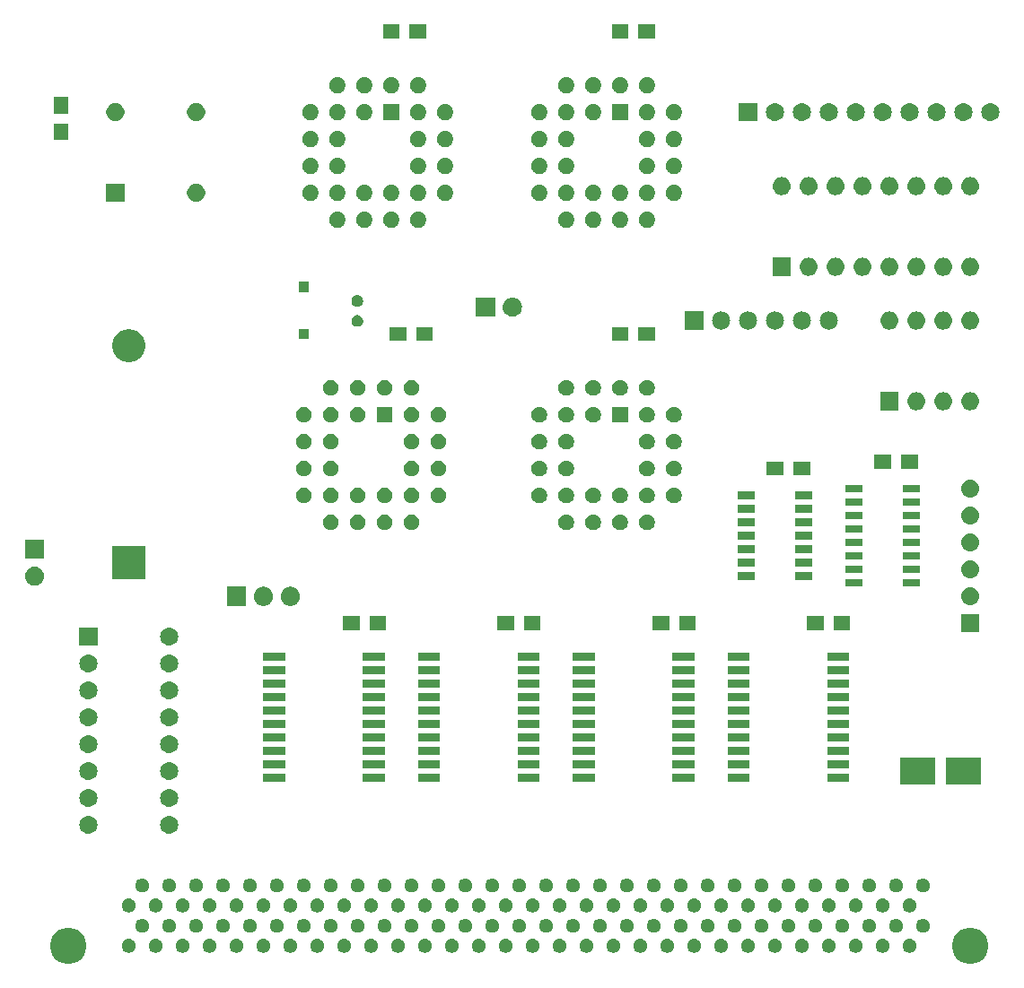
<source format=gbr>
G04 #@! TF.GenerationSoftware,KiCad,Pcbnew,(5.0.2)-1*
G04 #@! TF.CreationDate,2019-01-03T08:26:54-07:00*
G04 #@! TF.ProjectId,PPR Board,50505220-426f-4617-9264-2e6b69636164,rev?*
G04 #@! TF.SameCoordinates,Original*
G04 #@! TF.FileFunction,Soldermask,Top*
G04 #@! TF.FilePolarity,Negative*
%FSLAX46Y46*%
G04 Gerber Fmt 4.6, Leading zero omitted, Abs format (unit mm)*
G04 Created by KiCad (PCBNEW (5.0.2)-1) date 1/3/2019 8:26:54 AM*
%MOMM*%
%LPD*%
G01*
G04 APERTURE LIST*
G04 #@! TA.AperFunction,NonConductor*
%ADD10C,0.100000*%
G04 #@! TD*
G04 APERTURE END LIST*
D10*
G36*
X112893306Y-115197300D02*
X113204208Y-115326080D01*
X113484013Y-115513040D01*
X113721960Y-115750987D01*
X113908920Y-116030792D01*
X114037700Y-116341694D01*
X114103350Y-116671741D01*
X114103350Y-117008259D01*
X114037700Y-117338306D01*
X113908920Y-117649208D01*
X113721960Y-117929013D01*
X113484013Y-118166960D01*
X113204208Y-118353920D01*
X112893306Y-118482700D01*
X112563259Y-118548350D01*
X112226741Y-118548350D01*
X111896694Y-118482700D01*
X111585792Y-118353920D01*
X111305987Y-118166960D01*
X111068040Y-117929013D01*
X110881080Y-117649208D01*
X110752300Y-117338306D01*
X110686650Y-117008259D01*
X110686650Y-116671741D01*
X110752300Y-116341694D01*
X110881080Y-116030792D01*
X111068040Y-115750987D01*
X111305987Y-115513040D01*
X111585792Y-115326080D01*
X111896694Y-115197300D01*
X112226741Y-115131650D01*
X112563259Y-115131650D01*
X112893306Y-115197300D01*
X112893306Y-115197300D01*
G37*
G36*
X27803306Y-115197300D02*
X28114208Y-115326080D01*
X28394013Y-115513040D01*
X28631960Y-115750987D01*
X28818920Y-116030792D01*
X28947700Y-116341694D01*
X29013350Y-116671741D01*
X29013350Y-117008259D01*
X28947700Y-117338306D01*
X28818920Y-117649208D01*
X28631960Y-117929013D01*
X28394013Y-118166960D01*
X28114208Y-118353920D01*
X27803306Y-118482700D01*
X27473259Y-118548350D01*
X27136741Y-118548350D01*
X26806694Y-118482700D01*
X26495792Y-118353920D01*
X26215987Y-118166960D01*
X25978040Y-117929013D01*
X25791080Y-117649208D01*
X25662300Y-117338306D01*
X25596650Y-117008259D01*
X25596650Y-116671741D01*
X25662300Y-116341694D01*
X25791080Y-116030792D01*
X25978040Y-115750987D01*
X26215987Y-115513040D01*
X26495792Y-115326080D01*
X26806694Y-115197300D01*
X27136741Y-115131650D01*
X27473259Y-115131650D01*
X27803306Y-115197300D01*
X27803306Y-115197300D01*
G37*
G36*
X48452689Y-116204786D02*
X48572908Y-116254582D01*
X48681112Y-116326882D01*
X48773118Y-116418888D01*
X48845418Y-116527092D01*
X48895214Y-116647311D01*
X48920600Y-116774935D01*
X48920600Y-116905065D01*
X48895214Y-117032689D01*
X48845418Y-117152908D01*
X48773118Y-117261112D01*
X48681112Y-117353118D01*
X48572908Y-117425418D01*
X48452689Y-117475214D01*
X48325065Y-117500600D01*
X48194935Y-117500600D01*
X48067311Y-117475214D01*
X47947092Y-117425418D01*
X47838888Y-117353118D01*
X47746882Y-117261112D01*
X47674582Y-117152908D01*
X47624786Y-117032689D01*
X47599400Y-116905065D01*
X47599400Y-116774935D01*
X47624786Y-116647311D01*
X47674582Y-116527092D01*
X47746882Y-116418888D01*
X47838888Y-116326882D01*
X47947092Y-116254582D01*
X48067311Y-116204786D01*
X48194935Y-116179400D01*
X48325065Y-116179400D01*
X48452689Y-116204786D01*
X48452689Y-116204786D01*
G37*
G36*
X63692689Y-116204786D02*
X63812908Y-116254582D01*
X63921112Y-116326882D01*
X64013118Y-116418888D01*
X64085418Y-116527092D01*
X64135214Y-116647311D01*
X64160600Y-116774935D01*
X64160600Y-116905065D01*
X64135214Y-117032689D01*
X64085418Y-117152908D01*
X64013118Y-117261112D01*
X63921112Y-117353118D01*
X63812908Y-117425418D01*
X63692689Y-117475214D01*
X63565065Y-117500600D01*
X63434935Y-117500600D01*
X63307311Y-117475214D01*
X63187092Y-117425418D01*
X63078888Y-117353118D01*
X62986882Y-117261112D01*
X62914582Y-117152908D01*
X62864786Y-117032689D01*
X62839400Y-116905065D01*
X62839400Y-116774935D01*
X62864786Y-116647311D01*
X62914582Y-116527092D01*
X62986882Y-116418888D01*
X63078888Y-116326882D01*
X63187092Y-116254582D01*
X63307311Y-116204786D01*
X63434935Y-116179400D01*
X63565065Y-116179400D01*
X63692689Y-116204786D01*
X63692689Y-116204786D01*
G37*
G36*
X50992689Y-116204786D02*
X51112908Y-116254582D01*
X51221112Y-116326882D01*
X51313118Y-116418888D01*
X51385418Y-116527092D01*
X51435214Y-116647311D01*
X51460600Y-116774935D01*
X51460600Y-116905065D01*
X51435214Y-117032689D01*
X51385418Y-117152908D01*
X51313118Y-117261112D01*
X51221112Y-117353118D01*
X51112908Y-117425418D01*
X50992689Y-117475214D01*
X50865065Y-117500600D01*
X50734935Y-117500600D01*
X50607311Y-117475214D01*
X50487092Y-117425418D01*
X50378888Y-117353118D01*
X50286882Y-117261112D01*
X50214582Y-117152908D01*
X50164786Y-117032689D01*
X50139400Y-116905065D01*
X50139400Y-116774935D01*
X50164786Y-116647311D01*
X50214582Y-116527092D01*
X50286882Y-116418888D01*
X50378888Y-116326882D01*
X50487092Y-116254582D01*
X50607311Y-116204786D01*
X50734935Y-116179400D01*
X50865065Y-116179400D01*
X50992689Y-116204786D01*
X50992689Y-116204786D01*
G37*
G36*
X53532689Y-116204786D02*
X53652908Y-116254582D01*
X53761112Y-116326882D01*
X53853118Y-116418888D01*
X53925418Y-116527092D01*
X53975214Y-116647311D01*
X54000600Y-116774935D01*
X54000600Y-116905065D01*
X53975214Y-117032689D01*
X53925418Y-117152908D01*
X53853118Y-117261112D01*
X53761112Y-117353118D01*
X53652908Y-117425418D01*
X53532689Y-117475214D01*
X53405065Y-117500600D01*
X53274935Y-117500600D01*
X53147311Y-117475214D01*
X53027092Y-117425418D01*
X52918888Y-117353118D01*
X52826882Y-117261112D01*
X52754582Y-117152908D01*
X52704786Y-117032689D01*
X52679400Y-116905065D01*
X52679400Y-116774935D01*
X52704786Y-116647311D01*
X52754582Y-116527092D01*
X52826882Y-116418888D01*
X52918888Y-116326882D01*
X53027092Y-116254582D01*
X53147311Y-116204786D01*
X53274935Y-116179400D01*
X53405065Y-116179400D01*
X53532689Y-116204786D01*
X53532689Y-116204786D01*
G37*
G36*
X56072689Y-116204786D02*
X56192908Y-116254582D01*
X56301112Y-116326882D01*
X56393118Y-116418888D01*
X56465418Y-116527092D01*
X56515214Y-116647311D01*
X56540600Y-116774935D01*
X56540600Y-116905065D01*
X56515214Y-117032689D01*
X56465418Y-117152908D01*
X56393118Y-117261112D01*
X56301112Y-117353118D01*
X56192908Y-117425418D01*
X56072689Y-117475214D01*
X55945065Y-117500600D01*
X55814935Y-117500600D01*
X55687311Y-117475214D01*
X55567092Y-117425418D01*
X55458888Y-117353118D01*
X55366882Y-117261112D01*
X55294582Y-117152908D01*
X55244786Y-117032689D01*
X55219400Y-116905065D01*
X55219400Y-116774935D01*
X55244786Y-116647311D01*
X55294582Y-116527092D01*
X55366882Y-116418888D01*
X55458888Y-116326882D01*
X55567092Y-116254582D01*
X55687311Y-116204786D01*
X55814935Y-116179400D01*
X55945065Y-116179400D01*
X56072689Y-116204786D01*
X56072689Y-116204786D01*
G37*
G36*
X58612689Y-116204786D02*
X58732908Y-116254582D01*
X58841112Y-116326882D01*
X58933118Y-116418888D01*
X59005418Y-116527092D01*
X59055214Y-116647311D01*
X59080600Y-116774935D01*
X59080600Y-116905065D01*
X59055214Y-117032689D01*
X59005418Y-117152908D01*
X58933118Y-117261112D01*
X58841112Y-117353118D01*
X58732908Y-117425418D01*
X58612689Y-117475214D01*
X58485065Y-117500600D01*
X58354935Y-117500600D01*
X58227311Y-117475214D01*
X58107092Y-117425418D01*
X57998888Y-117353118D01*
X57906882Y-117261112D01*
X57834582Y-117152908D01*
X57784786Y-117032689D01*
X57759400Y-116905065D01*
X57759400Y-116774935D01*
X57784786Y-116647311D01*
X57834582Y-116527092D01*
X57906882Y-116418888D01*
X57998888Y-116326882D01*
X58107092Y-116254582D01*
X58227311Y-116204786D01*
X58354935Y-116179400D01*
X58485065Y-116179400D01*
X58612689Y-116204786D01*
X58612689Y-116204786D01*
G37*
G36*
X61152689Y-116204786D02*
X61272908Y-116254582D01*
X61381112Y-116326882D01*
X61473118Y-116418888D01*
X61545418Y-116527092D01*
X61595214Y-116647311D01*
X61620600Y-116774935D01*
X61620600Y-116905065D01*
X61595214Y-117032689D01*
X61545418Y-117152908D01*
X61473118Y-117261112D01*
X61381112Y-117353118D01*
X61272908Y-117425418D01*
X61152689Y-117475214D01*
X61025065Y-117500600D01*
X60894935Y-117500600D01*
X60767311Y-117475214D01*
X60647092Y-117425418D01*
X60538888Y-117353118D01*
X60446882Y-117261112D01*
X60374582Y-117152908D01*
X60324786Y-117032689D01*
X60299400Y-116905065D01*
X60299400Y-116774935D01*
X60324786Y-116647311D01*
X60374582Y-116527092D01*
X60446882Y-116418888D01*
X60538888Y-116326882D01*
X60647092Y-116254582D01*
X60767311Y-116204786D01*
X60894935Y-116179400D01*
X61025065Y-116179400D01*
X61152689Y-116204786D01*
X61152689Y-116204786D01*
G37*
G36*
X66232689Y-116204786D02*
X66352908Y-116254582D01*
X66461112Y-116326882D01*
X66553118Y-116418888D01*
X66625418Y-116527092D01*
X66675214Y-116647311D01*
X66700600Y-116774935D01*
X66700600Y-116905065D01*
X66675214Y-117032689D01*
X66625418Y-117152908D01*
X66553118Y-117261112D01*
X66461112Y-117353118D01*
X66352908Y-117425418D01*
X66232689Y-117475214D01*
X66105065Y-117500600D01*
X65974935Y-117500600D01*
X65847311Y-117475214D01*
X65727092Y-117425418D01*
X65618888Y-117353118D01*
X65526882Y-117261112D01*
X65454582Y-117152908D01*
X65404786Y-117032689D01*
X65379400Y-116905065D01*
X65379400Y-116774935D01*
X65404786Y-116647311D01*
X65454582Y-116527092D01*
X65526882Y-116418888D01*
X65618888Y-116326882D01*
X65727092Y-116254582D01*
X65847311Y-116204786D01*
X65974935Y-116179400D01*
X66105065Y-116179400D01*
X66232689Y-116204786D01*
X66232689Y-116204786D01*
G37*
G36*
X71312689Y-116204786D02*
X71432908Y-116254582D01*
X71541112Y-116326882D01*
X71633118Y-116418888D01*
X71705418Y-116527092D01*
X71755214Y-116647311D01*
X71780600Y-116774935D01*
X71780600Y-116905065D01*
X71755214Y-117032689D01*
X71705418Y-117152908D01*
X71633118Y-117261112D01*
X71541112Y-117353118D01*
X71432908Y-117425418D01*
X71312689Y-117475214D01*
X71185065Y-117500600D01*
X71054935Y-117500600D01*
X70927311Y-117475214D01*
X70807092Y-117425418D01*
X70698888Y-117353118D01*
X70606882Y-117261112D01*
X70534582Y-117152908D01*
X70484786Y-117032689D01*
X70459400Y-116905065D01*
X70459400Y-116774935D01*
X70484786Y-116647311D01*
X70534582Y-116527092D01*
X70606882Y-116418888D01*
X70698888Y-116326882D01*
X70807092Y-116254582D01*
X70927311Y-116204786D01*
X71054935Y-116179400D01*
X71185065Y-116179400D01*
X71312689Y-116204786D01*
X71312689Y-116204786D01*
G37*
G36*
X73852689Y-116204786D02*
X73972908Y-116254582D01*
X74081112Y-116326882D01*
X74173118Y-116418888D01*
X74245418Y-116527092D01*
X74295214Y-116647311D01*
X74320600Y-116774935D01*
X74320600Y-116905065D01*
X74295214Y-117032689D01*
X74245418Y-117152908D01*
X74173118Y-117261112D01*
X74081112Y-117353118D01*
X73972908Y-117425418D01*
X73852689Y-117475214D01*
X73725065Y-117500600D01*
X73594935Y-117500600D01*
X73467311Y-117475214D01*
X73347092Y-117425418D01*
X73238888Y-117353118D01*
X73146882Y-117261112D01*
X73074582Y-117152908D01*
X73024786Y-117032689D01*
X72999400Y-116905065D01*
X72999400Y-116774935D01*
X73024786Y-116647311D01*
X73074582Y-116527092D01*
X73146882Y-116418888D01*
X73238888Y-116326882D01*
X73347092Y-116254582D01*
X73467311Y-116204786D01*
X73594935Y-116179400D01*
X73725065Y-116179400D01*
X73852689Y-116204786D01*
X73852689Y-116204786D01*
G37*
G36*
X76392689Y-116204786D02*
X76512908Y-116254582D01*
X76621112Y-116326882D01*
X76713118Y-116418888D01*
X76785418Y-116527092D01*
X76835214Y-116647311D01*
X76860600Y-116774935D01*
X76860600Y-116905065D01*
X76835214Y-117032689D01*
X76785418Y-117152908D01*
X76713118Y-117261112D01*
X76621112Y-117353118D01*
X76512908Y-117425418D01*
X76392689Y-117475214D01*
X76265065Y-117500600D01*
X76134935Y-117500600D01*
X76007311Y-117475214D01*
X75887092Y-117425418D01*
X75778888Y-117353118D01*
X75686882Y-117261112D01*
X75614582Y-117152908D01*
X75564786Y-117032689D01*
X75539400Y-116905065D01*
X75539400Y-116774935D01*
X75564786Y-116647311D01*
X75614582Y-116527092D01*
X75686882Y-116418888D01*
X75778888Y-116326882D01*
X75887092Y-116254582D01*
X76007311Y-116204786D01*
X76134935Y-116179400D01*
X76265065Y-116179400D01*
X76392689Y-116204786D01*
X76392689Y-116204786D01*
G37*
G36*
X78932689Y-116204786D02*
X79052908Y-116254582D01*
X79161112Y-116326882D01*
X79253118Y-116418888D01*
X79325418Y-116527092D01*
X79375214Y-116647311D01*
X79400600Y-116774935D01*
X79400600Y-116905065D01*
X79375214Y-117032689D01*
X79325418Y-117152908D01*
X79253118Y-117261112D01*
X79161112Y-117353118D01*
X79052908Y-117425418D01*
X78932689Y-117475214D01*
X78805065Y-117500600D01*
X78674935Y-117500600D01*
X78547311Y-117475214D01*
X78427092Y-117425418D01*
X78318888Y-117353118D01*
X78226882Y-117261112D01*
X78154582Y-117152908D01*
X78104786Y-117032689D01*
X78079400Y-116905065D01*
X78079400Y-116774935D01*
X78104786Y-116647311D01*
X78154582Y-116527092D01*
X78226882Y-116418888D01*
X78318888Y-116326882D01*
X78427092Y-116254582D01*
X78547311Y-116204786D01*
X78674935Y-116179400D01*
X78805065Y-116179400D01*
X78932689Y-116204786D01*
X78932689Y-116204786D01*
G37*
G36*
X81472689Y-116204786D02*
X81592908Y-116254582D01*
X81701112Y-116326882D01*
X81793118Y-116418888D01*
X81865418Y-116527092D01*
X81915214Y-116647311D01*
X81940600Y-116774935D01*
X81940600Y-116905065D01*
X81915214Y-117032689D01*
X81865418Y-117152908D01*
X81793118Y-117261112D01*
X81701112Y-117353118D01*
X81592908Y-117425418D01*
X81472689Y-117475214D01*
X81345065Y-117500600D01*
X81214935Y-117500600D01*
X81087311Y-117475214D01*
X80967092Y-117425418D01*
X80858888Y-117353118D01*
X80766882Y-117261112D01*
X80694582Y-117152908D01*
X80644786Y-117032689D01*
X80619400Y-116905065D01*
X80619400Y-116774935D01*
X80644786Y-116647311D01*
X80694582Y-116527092D01*
X80766882Y-116418888D01*
X80858888Y-116326882D01*
X80967092Y-116254582D01*
X81087311Y-116204786D01*
X81214935Y-116179400D01*
X81345065Y-116179400D01*
X81472689Y-116204786D01*
X81472689Y-116204786D01*
G37*
G36*
X84012689Y-116204786D02*
X84132908Y-116254582D01*
X84241112Y-116326882D01*
X84333118Y-116418888D01*
X84405418Y-116527092D01*
X84455214Y-116647311D01*
X84480600Y-116774935D01*
X84480600Y-116905065D01*
X84455214Y-117032689D01*
X84405418Y-117152908D01*
X84333118Y-117261112D01*
X84241112Y-117353118D01*
X84132908Y-117425418D01*
X84012689Y-117475214D01*
X83885065Y-117500600D01*
X83754935Y-117500600D01*
X83627311Y-117475214D01*
X83507092Y-117425418D01*
X83398888Y-117353118D01*
X83306882Y-117261112D01*
X83234582Y-117152908D01*
X83184786Y-117032689D01*
X83159400Y-116905065D01*
X83159400Y-116774935D01*
X83184786Y-116647311D01*
X83234582Y-116527092D01*
X83306882Y-116418888D01*
X83398888Y-116326882D01*
X83507092Y-116254582D01*
X83627311Y-116204786D01*
X83754935Y-116179400D01*
X83885065Y-116179400D01*
X84012689Y-116204786D01*
X84012689Y-116204786D01*
G37*
G36*
X86552689Y-116204786D02*
X86672908Y-116254582D01*
X86781112Y-116326882D01*
X86873118Y-116418888D01*
X86945418Y-116527092D01*
X86995214Y-116647311D01*
X87020600Y-116774935D01*
X87020600Y-116905065D01*
X86995214Y-117032689D01*
X86945418Y-117152908D01*
X86873118Y-117261112D01*
X86781112Y-117353118D01*
X86672908Y-117425418D01*
X86552689Y-117475214D01*
X86425065Y-117500600D01*
X86294935Y-117500600D01*
X86167311Y-117475214D01*
X86047092Y-117425418D01*
X85938888Y-117353118D01*
X85846882Y-117261112D01*
X85774582Y-117152908D01*
X85724786Y-117032689D01*
X85699400Y-116905065D01*
X85699400Y-116774935D01*
X85724786Y-116647311D01*
X85774582Y-116527092D01*
X85846882Y-116418888D01*
X85938888Y-116326882D01*
X86047092Y-116254582D01*
X86167311Y-116204786D01*
X86294935Y-116179400D01*
X86425065Y-116179400D01*
X86552689Y-116204786D01*
X86552689Y-116204786D01*
G37*
G36*
X33212689Y-116204786D02*
X33332908Y-116254582D01*
X33441112Y-116326882D01*
X33533118Y-116418888D01*
X33605418Y-116527092D01*
X33655214Y-116647311D01*
X33680600Y-116774935D01*
X33680600Y-116905065D01*
X33655214Y-117032689D01*
X33605418Y-117152908D01*
X33533118Y-117261112D01*
X33441112Y-117353118D01*
X33332908Y-117425418D01*
X33212689Y-117475214D01*
X33085065Y-117500600D01*
X32954935Y-117500600D01*
X32827311Y-117475214D01*
X32707092Y-117425418D01*
X32598888Y-117353118D01*
X32506882Y-117261112D01*
X32434582Y-117152908D01*
X32384786Y-117032689D01*
X32359400Y-116905065D01*
X32359400Y-116774935D01*
X32384786Y-116647311D01*
X32434582Y-116527092D01*
X32506882Y-116418888D01*
X32598888Y-116326882D01*
X32707092Y-116254582D01*
X32827311Y-116204786D01*
X32954935Y-116179400D01*
X33085065Y-116179400D01*
X33212689Y-116204786D01*
X33212689Y-116204786D01*
G37*
G36*
X43372689Y-116204786D02*
X43492908Y-116254582D01*
X43601112Y-116326882D01*
X43693118Y-116418888D01*
X43765418Y-116527092D01*
X43815214Y-116647311D01*
X43840600Y-116774935D01*
X43840600Y-116905065D01*
X43815214Y-117032689D01*
X43765418Y-117152908D01*
X43693118Y-117261112D01*
X43601112Y-117353118D01*
X43492908Y-117425418D01*
X43372689Y-117475214D01*
X43245065Y-117500600D01*
X43114935Y-117500600D01*
X42987311Y-117475214D01*
X42867092Y-117425418D01*
X42758888Y-117353118D01*
X42666882Y-117261112D01*
X42594582Y-117152908D01*
X42544786Y-117032689D01*
X42519400Y-116905065D01*
X42519400Y-116774935D01*
X42544786Y-116647311D01*
X42594582Y-116527092D01*
X42666882Y-116418888D01*
X42758888Y-116326882D01*
X42867092Y-116254582D01*
X42987311Y-116204786D01*
X43114935Y-116179400D01*
X43245065Y-116179400D01*
X43372689Y-116204786D01*
X43372689Y-116204786D01*
G37*
G36*
X91632689Y-116204786D02*
X91752908Y-116254582D01*
X91861112Y-116326882D01*
X91953118Y-116418888D01*
X92025418Y-116527092D01*
X92075214Y-116647311D01*
X92100600Y-116774935D01*
X92100600Y-116905065D01*
X92075214Y-117032689D01*
X92025418Y-117152908D01*
X91953118Y-117261112D01*
X91861112Y-117353118D01*
X91752908Y-117425418D01*
X91632689Y-117475214D01*
X91505065Y-117500600D01*
X91374935Y-117500600D01*
X91247311Y-117475214D01*
X91127092Y-117425418D01*
X91018888Y-117353118D01*
X90926882Y-117261112D01*
X90854582Y-117152908D01*
X90804786Y-117032689D01*
X90779400Y-116905065D01*
X90779400Y-116774935D01*
X90804786Y-116647311D01*
X90854582Y-116527092D01*
X90926882Y-116418888D01*
X91018888Y-116326882D01*
X91127092Y-116254582D01*
X91247311Y-116204786D01*
X91374935Y-116179400D01*
X91505065Y-116179400D01*
X91632689Y-116204786D01*
X91632689Y-116204786D01*
G37*
G36*
X94172689Y-116204786D02*
X94292908Y-116254582D01*
X94401112Y-116326882D01*
X94493118Y-116418888D01*
X94565418Y-116527092D01*
X94615214Y-116647311D01*
X94640600Y-116774935D01*
X94640600Y-116905065D01*
X94615214Y-117032689D01*
X94565418Y-117152908D01*
X94493118Y-117261112D01*
X94401112Y-117353118D01*
X94292908Y-117425418D01*
X94172689Y-117475214D01*
X94045065Y-117500600D01*
X93914935Y-117500600D01*
X93787311Y-117475214D01*
X93667092Y-117425418D01*
X93558888Y-117353118D01*
X93466882Y-117261112D01*
X93394582Y-117152908D01*
X93344786Y-117032689D01*
X93319400Y-116905065D01*
X93319400Y-116774935D01*
X93344786Y-116647311D01*
X93394582Y-116527092D01*
X93466882Y-116418888D01*
X93558888Y-116326882D01*
X93667092Y-116254582D01*
X93787311Y-116204786D01*
X93914935Y-116179400D01*
X94045065Y-116179400D01*
X94172689Y-116204786D01*
X94172689Y-116204786D01*
G37*
G36*
X96712689Y-116204786D02*
X96832908Y-116254582D01*
X96941112Y-116326882D01*
X97033118Y-116418888D01*
X97105418Y-116527092D01*
X97155214Y-116647311D01*
X97180600Y-116774935D01*
X97180600Y-116905065D01*
X97155214Y-117032689D01*
X97105418Y-117152908D01*
X97033118Y-117261112D01*
X96941112Y-117353118D01*
X96832908Y-117425418D01*
X96712689Y-117475214D01*
X96585065Y-117500600D01*
X96454935Y-117500600D01*
X96327311Y-117475214D01*
X96207092Y-117425418D01*
X96098888Y-117353118D01*
X96006882Y-117261112D01*
X95934582Y-117152908D01*
X95884786Y-117032689D01*
X95859400Y-116905065D01*
X95859400Y-116774935D01*
X95884786Y-116647311D01*
X95934582Y-116527092D01*
X96006882Y-116418888D01*
X96098888Y-116326882D01*
X96207092Y-116254582D01*
X96327311Y-116204786D01*
X96454935Y-116179400D01*
X96585065Y-116179400D01*
X96712689Y-116204786D01*
X96712689Y-116204786D01*
G37*
G36*
X99252689Y-116204786D02*
X99372908Y-116254582D01*
X99481112Y-116326882D01*
X99573118Y-116418888D01*
X99645418Y-116527092D01*
X99695214Y-116647311D01*
X99720600Y-116774935D01*
X99720600Y-116905065D01*
X99695214Y-117032689D01*
X99645418Y-117152908D01*
X99573118Y-117261112D01*
X99481112Y-117353118D01*
X99372908Y-117425418D01*
X99252689Y-117475214D01*
X99125065Y-117500600D01*
X98994935Y-117500600D01*
X98867311Y-117475214D01*
X98747092Y-117425418D01*
X98638888Y-117353118D01*
X98546882Y-117261112D01*
X98474582Y-117152908D01*
X98424786Y-117032689D01*
X98399400Y-116905065D01*
X98399400Y-116774935D01*
X98424786Y-116647311D01*
X98474582Y-116527092D01*
X98546882Y-116418888D01*
X98638888Y-116326882D01*
X98747092Y-116254582D01*
X98867311Y-116204786D01*
X98994935Y-116179400D01*
X99125065Y-116179400D01*
X99252689Y-116204786D01*
X99252689Y-116204786D01*
G37*
G36*
X101792689Y-116204786D02*
X101912908Y-116254582D01*
X102021112Y-116326882D01*
X102113118Y-116418888D01*
X102185418Y-116527092D01*
X102235214Y-116647311D01*
X102260600Y-116774935D01*
X102260600Y-116905065D01*
X102235214Y-117032689D01*
X102185418Y-117152908D01*
X102113118Y-117261112D01*
X102021112Y-117353118D01*
X101912908Y-117425418D01*
X101792689Y-117475214D01*
X101665065Y-117500600D01*
X101534935Y-117500600D01*
X101407311Y-117475214D01*
X101287092Y-117425418D01*
X101178888Y-117353118D01*
X101086882Y-117261112D01*
X101014582Y-117152908D01*
X100964786Y-117032689D01*
X100939400Y-116905065D01*
X100939400Y-116774935D01*
X100964786Y-116647311D01*
X101014582Y-116527092D01*
X101086882Y-116418888D01*
X101178888Y-116326882D01*
X101287092Y-116254582D01*
X101407311Y-116204786D01*
X101534935Y-116179400D01*
X101665065Y-116179400D01*
X101792689Y-116204786D01*
X101792689Y-116204786D01*
G37*
G36*
X104332689Y-116204786D02*
X104452908Y-116254582D01*
X104561112Y-116326882D01*
X104653118Y-116418888D01*
X104725418Y-116527092D01*
X104775214Y-116647311D01*
X104800600Y-116774935D01*
X104800600Y-116905065D01*
X104775214Y-117032689D01*
X104725418Y-117152908D01*
X104653118Y-117261112D01*
X104561112Y-117353118D01*
X104452908Y-117425418D01*
X104332689Y-117475214D01*
X104205065Y-117500600D01*
X104074935Y-117500600D01*
X103947311Y-117475214D01*
X103827092Y-117425418D01*
X103718888Y-117353118D01*
X103626882Y-117261112D01*
X103554582Y-117152908D01*
X103504786Y-117032689D01*
X103479400Y-116905065D01*
X103479400Y-116774935D01*
X103504786Y-116647311D01*
X103554582Y-116527092D01*
X103626882Y-116418888D01*
X103718888Y-116326882D01*
X103827092Y-116254582D01*
X103947311Y-116204786D01*
X104074935Y-116179400D01*
X104205065Y-116179400D01*
X104332689Y-116204786D01*
X104332689Y-116204786D01*
G37*
G36*
X45912689Y-116204786D02*
X46032908Y-116254582D01*
X46141112Y-116326882D01*
X46233118Y-116418888D01*
X46305418Y-116527092D01*
X46355214Y-116647311D01*
X46380600Y-116774935D01*
X46380600Y-116905065D01*
X46355214Y-117032689D01*
X46305418Y-117152908D01*
X46233118Y-117261112D01*
X46141112Y-117353118D01*
X46032908Y-117425418D01*
X45912689Y-117475214D01*
X45785065Y-117500600D01*
X45654935Y-117500600D01*
X45527311Y-117475214D01*
X45407092Y-117425418D01*
X45298888Y-117353118D01*
X45206882Y-117261112D01*
X45134582Y-117152908D01*
X45084786Y-117032689D01*
X45059400Y-116905065D01*
X45059400Y-116774935D01*
X45084786Y-116647311D01*
X45134582Y-116527092D01*
X45206882Y-116418888D01*
X45298888Y-116326882D01*
X45407092Y-116254582D01*
X45527311Y-116204786D01*
X45654935Y-116179400D01*
X45785065Y-116179400D01*
X45912689Y-116204786D01*
X45912689Y-116204786D01*
G37*
G36*
X106872689Y-116204786D02*
X106992908Y-116254582D01*
X107101112Y-116326882D01*
X107193118Y-116418888D01*
X107265418Y-116527092D01*
X107315214Y-116647311D01*
X107340600Y-116774935D01*
X107340600Y-116905065D01*
X107315214Y-117032689D01*
X107265418Y-117152908D01*
X107193118Y-117261112D01*
X107101112Y-117353118D01*
X106992908Y-117425418D01*
X106872689Y-117475214D01*
X106745065Y-117500600D01*
X106614935Y-117500600D01*
X106487311Y-117475214D01*
X106367092Y-117425418D01*
X106258888Y-117353118D01*
X106166882Y-117261112D01*
X106094582Y-117152908D01*
X106044786Y-117032689D01*
X106019400Y-116905065D01*
X106019400Y-116774935D01*
X106044786Y-116647311D01*
X106094582Y-116527092D01*
X106166882Y-116418888D01*
X106258888Y-116326882D01*
X106367092Y-116254582D01*
X106487311Y-116204786D01*
X106614935Y-116179400D01*
X106745065Y-116179400D01*
X106872689Y-116204786D01*
X106872689Y-116204786D01*
G37*
G36*
X89092689Y-116204786D02*
X89212908Y-116254582D01*
X89321112Y-116326882D01*
X89413118Y-116418888D01*
X89485418Y-116527092D01*
X89535214Y-116647311D01*
X89560600Y-116774935D01*
X89560600Y-116905065D01*
X89535214Y-117032689D01*
X89485418Y-117152908D01*
X89413118Y-117261112D01*
X89321112Y-117353118D01*
X89212908Y-117425418D01*
X89092689Y-117475214D01*
X88965065Y-117500600D01*
X88834935Y-117500600D01*
X88707311Y-117475214D01*
X88587092Y-117425418D01*
X88478888Y-117353118D01*
X88386882Y-117261112D01*
X88314582Y-117152908D01*
X88264786Y-117032689D01*
X88239400Y-116905065D01*
X88239400Y-116774935D01*
X88264786Y-116647311D01*
X88314582Y-116527092D01*
X88386882Y-116418888D01*
X88478888Y-116326882D01*
X88587092Y-116254582D01*
X88707311Y-116204786D01*
X88834935Y-116179400D01*
X88965065Y-116179400D01*
X89092689Y-116204786D01*
X89092689Y-116204786D01*
G37*
G36*
X40832689Y-116204786D02*
X40952908Y-116254582D01*
X41061112Y-116326882D01*
X41153118Y-116418888D01*
X41225418Y-116527092D01*
X41275214Y-116647311D01*
X41300600Y-116774935D01*
X41300600Y-116905065D01*
X41275214Y-117032689D01*
X41225418Y-117152908D01*
X41153118Y-117261112D01*
X41061112Y-117353118D01*
X40952908Y-117425418D01*
X40832689Y-117475214D01*
X40705065Y-117500600D01*
X40574935Y-117500600D01*
X40447311Y-117475214D01*
X40327092Y-117425418D01*
X40218888Y-117353118D01*
X40126882Y-117261112D01*
X40054582Y-117152908D01*
X40004786Y-117032689D01*
X39979400Y-116905065D01*
X39979400Y-116774935D01*
X40004786Y-116647311D01*
X40054582Y-116527092D01*
X40126882Y-116418888D01*
X40218888Y-116326882D01*
X40327092Y-116254582D01*
X40447311Y-116204786D01*
X40574935Y-116179400D01*
X40705065Y-116179400D01*
X40832689Y-116204786D01*
X40832689Y-116204786D01*
G37*
G36*
X38292689Y-116204786D02*
X38412908Y-116254582D01*
X38521112Y-116326882D01*
X38613118Y-116418888D01*
X38685418Y-116527092D01*
X38735214Y-116647311D01*
X38760600Y-116774935D01*
X38760600Y-116905065D01*
X38735214Y-117032689D01*
X38685418Y-117152908D01*
X38613118Y-117261112D01*
X38521112Y-117353118D01*
X38412908Y-117425418D01*
X38292689Y-117475214D01*
X38165065Y-117500600D01*
X38034935Y-117500600D01*
X37907311Y-117475214D01*
X37787092Y-117425418D01*
X37678888Y-117353118D01*
X37586882Y-117261112D01*
X37514582Y-117152908D01*
X37464786Y-117032689D01*
X37439400Y-116905065D01*
X37439400Y-116774935D01*
X37464786Y-116647311D01*
X37514582Y-116527092D01*
X37586882Y-116418888D01*
X37678888Y-116326882D01*
X37787092Y-116254582D01*
X37907311Y-116204786D01*
X38034935Y-116179400D01*
X38165065Y-116179400D01*
X38292689Y-116204786D01*
X38292689Y-116204786D01*
G37*
G36*
X35752689Y-116204786D02*
X35872908Y-116254582D01*
X35981112Y-116326882D01*
X36073118Y-116418888D01*
X36145418Y-116527092D01*
X36195214Y-116647311D01*
X36220600Y-116774935D01*
X36220600Y-116905065D01*
X36195214Y-117032689D01*
X36145418Y-117152908D01*
X36073118Y-117261112D01*
X35981112Y-117353118D01*
X35872908Y-117425418D01*
X35752689Y-117475214D01*
X35625065Y-117500600D01*
X35494935Y-117500600D01*
X35367311Y-117475214D01*
X35247092Y-117425418D01*
X35138888Y-117353118D01*
X35046882Y-117261112D01*
X34974582Y-117152908D01*
X34924786Y-117032689D01*
X34899400Y-116905065D01*
X34899400Y-116774935D01*
X34924786Y-116647311D01*
X34974582Y-116527092D01*
X35046882Y-116418888D01*
X35138888Y-116326882D01*
X35247092Y-116254582D01*
X35367311Y-116204786D01*
X35494935Y-116179400D01*
X35625065Y-116179400D01*
X35752689Y-116204786D01*
X35752689Y-116204786D01*
G37*
G36*
X68772689Y-116204786D02*
X68892908Y-116254582D01*
X69001112Y-116326882D01*
X69093118Y-116418888D01*
X69165418Y-116527092D01*
X69215214Y-116647311D01*
X69240600Y-116774935D01*
X69240600Y-116905065D01*
X69215214Y-117032689D01*
X69165418Y-117152908D01*
X69093118Y-117261112D01*
X69001112Y-117353118D01*
X68892908Y-117425418D01*
X68772689Y-117475214D01*
X68645065Y-117500600D01*
X68514935Y-117500600D01*
X68387311Y-117475214D01*
X68267092Y-117425418D01*
X68158888Y-117353118D01*
X68066882Y-117261112D01*
X67994582Y-117152908D01*
X67944786Y-117032689D01*
X67919400Y-116905065D01*
X67919400Y-116774935D01*
X67944786Y-116647311D01*
X67994582Y-116527092D01*
X68066882Y-116418888D01*
X68158888Y-116326882D01*
X68267092Y-116254582D01*
X68387311Y-116204786D01*
X68514935Y-116179400D01*
X68645065Y-116179400D01*
X68772689Y-116204786D01*
X68772689Y-116204786D01*
G37*
G36*
X54802689Y-114299786D02*
X54922908Y-114349582D01*
X55031112Y-114421882D01*
X55123118Y-114513888D01*
X55195418Y-114622092D01*
X55245214Y-114742311D01*
X55270600Y-114869935D01*
X55270600Y-115000065D01*
X55245214Y-115127689D01*
X55195418Y-115247908D01*
X55123118Y-115356112D01*
X55031112Y-115448118D01*
X54922908Y-115520418D01*
X54802689Y-115570214D01*
X54675065Y-115595600D01*
X54544935Y-115595600D01*
X54417311Y-115570214D01*
X54297092Y-115520418D01*
X54188888Y-115448118D01*
X54096882Y-115356112D01*
X54024582Y-115247908D01*
X53974786Y-115127689D01*
X53949400Y-115000065D01*
X53949400Y-114869935D01*
X53974786Y-114742311D01*
X54024582Y-114622092D01*
X54096882Y-114513888D01*
X54188888Y-114421882D01*
X54297092Y-114349582D01*
X54417311Y-114299786D01*
X54544935Y-114274400D01*
X54675065Y-114274400D01*
X54802689Y-114299786D01*
X54802689Y-114299786D01*
G37*
G36*
X57342689Y-114299786D02*
X57462908Y-114349582D01*
X57571112Y-114421882D01*
X57663118Y-114513888D01*
X57735418Y-114622092D01*
X57785214Y-114742311D01*
X57810600Y-114869935D01*
X57810600Y-115000065D01*
X57785214Y-115127689D01*
X57735418Y-115247908D01*
X57663118Y-115356112D01*
X57571112Y-115448118D01*
X57462908Y-115520418D01*
X57342689Y-115570214D01*
X57215065Y-115595600D01*
X57084935Y-115595600D01*
X56957311Y-115570214D01*
X56837092Y-115520418D01*
X56728888Y-115448118D01*
X56636882Y-115356112D01*
X56564582Y-115247908D01*
X56514786Y-115127689D01*
X56489400Y-115000065D01*
X56489400Y-114869935D01*
X56514786Y-114742311D01*
X56564582Y-114622092D01*
X56636882Y-114513888D01*
X56728888Y-114421882D01*
X56837092Y-114349582D01*
X56957311Y-114299786D01*
X57084935Y-114274400D01*
X57215065Y-114274400D01*
X57342689Y-114299786D01*
X57342689Y-114299786D01*
G37*
G36*
X59882689Y-114299786D02*
X60002908Y-114349582D01*
X60111112Y-114421882D01*
X60203118Y-114513888D01*
X60275418Y-114622092D01*
X60325214Y-114742311D01*
X60350600Y-114869935D01*
X60350600Y-115000065D01*
X60325214Y-115127689D01*
X60275418Y-115247908D01*
X60203118Y-115356112D01*
X60111112Y-115448118D01*
X60002908Y-115520418D01*
X59882689Y-115570214D01*
X59755065Y-115595600D01*
X59624935Y-115595600D01*
X59497311Y-115570214D01*
X59377092Y-115520418D01*
X59268888Y-115448118D01*
X59176882Y-115356112D01*
X59104582Y-115247908D01*
X59054786Y-115127689D01*
X59029400Y-115000065D01*
X59029400Y-114869935D01*
X59054786Y-114742311D01*
X59104582Y-114622092D01*
X59176882Y-114513888D01*
X59268888Y-114421882D01*
X59377092Y-114349582D01*
X59497311Y-114299786D01*
X59624935Y-114274400D01*
X59755065Y-114274400D01*
X59882689Y-114299786D01*
X59882689Y-114299786D01*
G37*
G36*
X62422689Y-114299786D02*
X62542908Y-114349582D01*
X62651112Y-114421882D01*
X62743118Y-114513888D01*
X62815418Y-114622092D01*
X62865214Y-114742311D01*
X62890600Y-114869935D01*
X62890600Y-115000065D01*
X62865214Y-115127689D01*
X62815418Y-115247908D01*
X62743118Y-115356112D01*
X62651112Y-115448118D01*
X62542908Y-115520418D01*
X62422689Y-115570214D01*
X62295065Y-115595600D01*
X62164935Y-115595600D01*
X62037311Y-115570214D01*
X61917092Y-115520418D01*
X61808888Y-115448118D01*
X61716882Y-115356112D01*
X61644582Y-115247908D01*
X61594786Y-115127689D01*
X61569400Y-115000065D01*
X61569400Y-114869935D01*
X61594786Y-114742311D01*
X61644582Y-114622092D01*
X61716882Y-114513888D01*
X61808888Y-114421882D01*
X61917092Y-114349582D01*
X62037311Y-114299786D01*
X62164935Y-114274400D01*
X62295065Y-114274400D01*
X62422689Y-114299786D01*
X62422689Y-114299786D01*
G37*
G36*
X64962689Y-114299786D02*
X65082908Y-114349582D01*
X65191112Y-114421882D01*
X65283118Y-114513888D01*
X65355418Y-114622092D01*
X65405214Y-114742311D01*
X65430600Y-114869935D01*
X65430600Y-115000065D01*
X65405214Y-115127689D01*
X65355418Y-115247908D01*
X65283118Y-115356112D01*
X65191112Y-115448118D01*
X65082908Y-115520418D01*
X64962689Y-115570214D01*
X64835065Y-115595600D01*
X64704935Y-115595600D01*
X64577311Y-115570214D01*
X64457092Y-115520418D01*
X64348888Y-115448118D01*
X64256882Y-115356112D01*
X64184582Y-115247908D01*
X64134786Y-115127689D01*
X64109400Y-115000065D01*
X64109400Y-114869935D01*
X64134786Y-114742311D01*
X64184582Y-114622092D01*
X64256882Y-114513888D01*
X64348888Y-114421882D01*
X64457092Y-114349582D01*
X64577311Y-114299786D01*
X64704935Y-114274400D01*
X64835065Y-114274400D01*
X64962689Y-114299786D01*
X64962689Y-114299786D01*
G37*
G36*
X67502689Y-114299786D02*
X67622908Y-114349582D01*
X67731112Y-114421882D01*
X67823118Y-114513888D01*
X67895418Y-114622092D01*
X67945214Y-114742311D01*
X67970600Y-114869935D01*
X67970600Y-115000065D01*
X67945214Y-115127689D01*
X67895418Y-115247908D01*
X67823118Y-115356112D01*
X67731112Y-115448118D01*
X67622908Y-115520418D01*
X67502689Y-115570214D01*
X67375065Y-115595600D01*
X67244935Y-115595600D01*
X67117311Y-115570214D01*
X66997092Y-115520418D01*
X66888888Y-115448118D01*
X66796882Y-115356112D01*
X66724582Y-115247908D01*
X66674786Y-115127689D01*
X66649400Y-115000065D01*
X66649400Y-114869935D01*
X66674786Y-114742311D01*
X66724582Y-114622092D01*
X66796882Y-114513888D01*
X66888888Y-114421882D01*
X66997092Y-114349582D01*
X67117311Y-114299786D01*
X67244935Y-114274400D01*
X67375065Y-114274400D01*
X67502689Y-114299786D01*
X67502689Y-114299786D01*
G37*
G36*
X72582689Y-114299786D02*
X72702908Y-114349582D01*
X72811112Y-114421882D01*
X72903118Y-114513888D01*
X72975418Y-114622092D01*
X73025214Y-114742311D01*
X73050600Y-114869935D01*
X73050600Y-115000065D01*
X73025214Y-115127689D01*
X72975418Y-115247908D01*
X72903118Y-115356112D01*
X72811112Y-115448118D01*
X72702908Y-115520418D01*
X72582689Y-115570214D01*
X72455065Y-115595600D01*
X72324935Y-115595600D01*
X72197311Y-115570214D01*
X72077092Y-115520418D01*
X71968888Y-115448118D01*
X71876882Y-115356112D01*
X71804582Y-115247908D01*
X71754786Y-115127689D01*
X71729400Y-115000065D01*
X71729400Y-114869935D01*
X71754786Y-114742311D01*
X71804582Y-114622092D01*
X71876882Y-114513888D01*
X71968888Y-114421882D01*
X72077092Y-114349582D01*
X72197311Y-114299786D01*
X72324935Y-114274400D01*
X72455065Y-114274400D01*
X72582689Y-114299786D01*
X72582689Y-114299786D01*
G37*
G36*
X77662689Y-114299786D02*
X77782908Y-114349582D01*
X77891112Y-114421882D01*
X77983118Y-114513888D01*
X78055418Y-114622092D01*
X78105214Y-114742311D01*
X78130600Y-114869935D01*
X78130600Y-115000065D01*
X78105214Y-115127689D01*
X78055418Y-115247908D01*
X77983118Y-115356112D01*
X77891112Y-115448118D01*
X77782908Y-115520418D01*
X77662689Y-115570214D01*
X77535065Y-115595600D01*
X77404935Y-115595600D01*
X77277311Y-115570214D01*
X77157092Y-115520418D01*
X77048888Y-115448118D01*
X76956882Y-115356112D01*
X76884582Y-115247908D01*
X76834786Y-115127689D01*
X76809400Y-115000065D01*
X76809400Y-114869935D01*
X76834786Y-114742311D01*
X76884582Y-114622092D01*
X76956882Y-114513888D01*
X77048888Y-114421882D01*
X77157092Y-114349582D01*
X77277311Y-114299786D01*
X77404935Y-114274400D01*
X77535065Y-114274400D01*
X77662689Y-114299786D01*
X77662689Y-114299786D01*
G37*
G36*
X80202689Y-114299786D02*
X80322908Y-114349582D01*
X80431112Y-114421882D01*
X80523118Y-114513888D01*
X80595418Y-114622092D01*
X80645214Y-114742311D01*
X80670600Y-114869935D01*
X80670600Y-115000065D01*
X80645214Y-115127689D01*
X80595418Y-115247908D01*
X80523118Y-115356112D01*
X80431112Y-115448118D01*
X80322908Y-115520418D01*
X80202689Y-115570214D01*
X80075065Y-115595600D01*
X79944935Y-115595600D01*
X79817311Y-115570214D01*
X79697092Y-115520418D01*
X79588888Y-115448118D01*
X79496882Y-115356112D01*
X79424582Y-115247908D01*
X79374786Y-115127689D01*
X79349400Y-115000065D01*
X79349400Y-114869935D01*
X79374786Y-114742311D01*
X79424582Y-114622092D01*
X79496882Y-114513888D01*
X79588888Y-114421882D01*
X79697092Y-114349582D01*
X79817311Y-114299786D01*
X79944935Y-114274400D01*
X80075065Y-114274400D01*
X80202689Y-114299786D01*
X80202689Y-114299786D01*
G37*
G36*
X82742689Y-114299786D02*
X82862908Y-114349582D01*
X82971112Y-114421882D01*
X83063118Y-114513888D01*
X83135418Y-114622092D01*
X83185214Y-114742311D01*
X83210600Y-114869935D01*
X83210600Y-115000065D01*
X83185214Y-115127689D01*
X83135418Y-115247908D01*
X83063118Y-115356112D01*
X82971112Y-115448118D01*
X82862908Y-115520418D01*
X82742689Y-115570214D01*
X82615065Y-115595600D01*
X82484935Y-115595600D01*
X82357311Y-115570214D01*
X82237092Y-115520418D01*
X82128888Y-115448118D01*
X82036882Y-115356112D01*
X81964582Y-115247908D01*
X81914786Y-115127689D01*
X81889400Y-115000065D01*
X81889400Y-114869935D01*
X81914786Y-114742311D01*
X81964582Y-114622092D01*
X82036882Y-114513888D01*
X82128888Y-114421882D01*
X82237092Y-114349582D01*
X82357311Y-114299786D01*
X82484935Y-114274400D01*
X82615065Y-114274400D01*
X82742689Y-114299786D01*
X82742689Y-114299786D01*
G37*
G36*
X85282689Y-114299786D02*
X85402908Y-114349582D01*
X85511112Y-114421882D01*
X85603118Y-114513888D01*
X85675418Y-114622092D01*
X85725214Y-114742311D01*
X85750600Y-114869935D01*
X85750600Y-115000065D01*
X85725214Y-115127689D01*
X85675418Y-115247908D01*
X85603118Y-115356112D01*
X85511112Y-115448118D01*
X85402908Y-115520418D01*
X85282689Y-115570214D01*
X85155065Y-115595600D01*
X85024935Y-115595600D01*
X84897311Y-115570214D01*
X84777092Y-115520418D01*
X84668888Y-115448118D01*
X84576882Y-115356112D01*
X84504582Y-115247908D01*
X84454786Y-115127689D01*
X84429400Y-115000065D01*
X84429400Y-114869935D01*
X84454786Y-114742311D01*
X84504582Y-114622092D01*
X84576882Y-114513888D01*
X84668888Y-114421882D01*
X84777092Y-114349582D01*
X84897311Y-114299786D01*
X85024935Y-114274400D01*
X85155065Y-114274400D01*
X85282689Y-114299786D01*
X85282689Y-114299786D01*
G37*
G36*
X90362689Y-114299786D02*
X90482908Y-114349582D01*
X90591112Y-114421882D01*
X90683118Y-114513888D01*
X90755418Y-114622092D01*
X90805214Y-114742311D01*
X90830600Y-114869935D01*
X90830600Y-115000065D01*
X90805214Y-115127689D01*
X90755418Y-115247908D01*
X90683118Y-115356112D01*
X90591112Y-115448118D01*
X90482908Y-115520418D01*
X90362689Y-115570214D01*
X90235065Y-115595600D01*
X90104935Y-115595600D01*
X89977311Y-115570214D01*
X89857092Y-115520418D01*
X89748888Y-115448118D01*
X89656882Y-115356112D01*
X89584582Y-115247908D01*
X89534786Y-115127689D01*
X89509400Y-115000065D01*
X89509400Y-114869935D01*
X89534786Y-114742311D01*
X89584582Y-114622092D01*
X89656882Y-114513888D01*
X89748888Y-114421882D01*
X89857092Y-114349582D01*
X89977311Y-114299786D01*
X90104935Y-114274400D01*
X90235065Y-114274400D01*
X90362689Y-114299786D01*
X90362689Y-114299786D01*
G37*
G36*
X92902689Y-114299786D02*
X93022908Y-114349582D01*
X93131112Y-114421882D01*
X93223118Y-114513888D01*
X93295418Y-114622092D01*
X93345214Y-114742311D01*
X93370600Y-114869935D01*
X93370600Y-115000065D01*
X93345214Y-115127689D01*
X93295418Y-115247908D01*
X93223118Y-115356112D01*
X93131112Y-115448118D01*
X93022908Y-115520418D01*
X92902689Y-115570214D01*
X92775065Y-115595600D01*
X92644935Y-115595600D01*
X92517311Y-115570214D01*
X92397092Y-115520418D01*
X92288888Y-115448118D01*
X92196882Y-115356112D01*
X92124582Y-115247908D01*
X92074786Y-115127689D01*
X92049400Y-115000065D01*
X92049400Y-114869935D01*
X92074786Y-114742311D01*
X92124582Y-114622092D01*
X92196882Y-114513888D01*
X92288888Y-114421882D01*
X92397092Y-114349582D01*
X92517311Y-114299786D01*
X92644935Y-114274400D01*
X92775065Y-114274400D01*
X92902689Y-114299786D01*
X92902689Y-114299786D01*
G37*
G36*
X95442689Y-114299786D02*
X95562908Y-114349582D01*
X95671112Y-114421882D01*
X95763118Y-114513888D01*
X95835418Y-114622092D01*
X95885214Y-114742311D01*
X95910600Y-114869935D01*
X95910600Y-115000065D01*
X95885214Y-115127689D01*
X95835418Y-115247908D01*
X95763118Y-115356112D01*
X95671112Y-115448118D01*
X95562908Y-115520418D01*
X95442689Y-115570214D01*
X95315065Y-115595600D01*
X95184935Y-115595600D01*
X95057311Y-115570214D01*
X94937092Y-115520418D01*
X94828888Y-115448118D01*
X94736882Y-115356112D01*
X94664582Y-115247908D01*
X94614786Y-115127689D01*
X94589400Y-115000065D01*
X94589400Y-114869935D01*
X94614786Y-114742311D01*
X94664582Y-114622092D01*
X94736882Y-114513888D01*
X94828888Y-114421882D01*
X94937092Y-114349582D01*
X95057311Y-114299786D01*
X95184935Y-114274400D01*
X95315065Y-114274400D01*
X95442689Y-114299786D01*
X95442689Y-114299786D01*
G37*
G36*
X70042689Y-114299786D02*
X70162908Y-114349582D01*
X70271112Y-114421882D01*
X70363118Y-114513888D01*
X70435418Y-114622092D01*
X70485214Y-114742311D01*
X70510600Y-114869935D01*
X70510600Y-115000065D01*
X70485214Y-115127689D01*
X70435418Y-115247908D01*
X70363118Y-115356112D01*
X70271112Y-115448118D01*
X70162908Y-115520418D01*
X70042689Y-115570214D01*
X69915065Y-115595600D01*
X69784935Y-115595600D01*
X69657311Y-115570214D01*
X69537092Y-115520418D01*
X69428888Y-115448118D01*
X69336882Y-115356112D01*
X69264582Y-115247908D01*
X69214786Y-115127689D01*
X69189400Y-115000065D01*
X69189400Y-114869935D01*
X69214786Y-114742311D01*
X69264582Y-114622092D01*
X69336882Y-114513888D01*
X69428888Y-114421882D01*
X69537092Y-114349582D01*
X69657311Y-114299786D01*
X69784935Y-114274400D01*
X69915065Y-114274400D01*
X70042689Y-114299786D01*
X70042689Y-114299786D01*
G37*
G36*
X49722689Y-114299786D02*
X49842908Y-114349582D01*
X49951112Y-114421882D01*
X50043118Y-114513888D01*
X50115418Y-114622092D01*
X50165214Y-114742311D01*
X50190600Y-114869935D01*
X50190600Y-115000065D01*
X50165214Y-115127689D01*
X50115418Y-115247908D01*
X50043118Y-115356112D01*
X49951112Y-115448118D01*
X49842908Y-115520418D01*
X49722689Y-115570214D01*
X49595065Y-115595600D01*
X49464935Y-115595600D01*
X49337311Y-115570214D01*
X49217092Y-115520418D01*
X49108888Y-115448118D01*
X49016882Y-115356112D01*
X48944582Y-115247908D01*
X48894786Y-115127689D01*
X48869400Y-115000065D01*
X48869400Y-114869935D01*
X48894786Y-114742311D01*
X48944582Y-114622092D01*
X49016882Y-114513888D01*
X49108888Y-114421882D01*
X49217092Y-114349582D01*
X49337311Y-114299786D01*
X49464935Y-114274400D01*
X49595065Y-114274400D01*
X49722689Y-114299786D01*
X49722689Y-114299786D01*
G37*
G36*
X52262689Y-114299786D02*
X52382908Y-114349582D01*
X52491112Y-114421882D01*
X52583118Y-114513888D01*
X52655418Y-114622092D01*
X52705214Y-114742311D01*
X52730600Y-114869935D01*
X52730600Y-115000065D01*
X52705214Y-115127689D01*
X52655418Y-115247908D01*
X52583118Y-115356112D01*
X52491112Y-115448118D01*
X52382908Y-115520418D01*
X52262689Y-115570214D01*
X52135065Y-115595600D01*
X52004935Y-115595600D01*
X51877311Y-115570214D01*
X51757092Y-115520418D01*
X51648888Y-115448118D01*
X51556882Y-115356112D01*
X51484582Y-115247908D01*
X51434786Y-115127689D01*
X51409400Y-115000065D01*
X51409400Y-114869935D01*
X51434786Y-114742311D01*
X51484582Y-114622092D01*
X51556882Y-114513888D01*
X51648888Y-114421882D01*
X51757092Y-114349582D01*
X51877311Y-114299786D01*
X52004935Y-114274400D01*
X52135065Y-114274400D01*
X52262689Y-114299786D01*
X52262689Y-114299786D01*
G37*
G36*
X100522689Y-114299786D02*
X100642908Y-114349582D01*
X100751112Y-114421882D01*
X100843118Y-114513888D01*
X100915418Y-114622092D01*
X100965214Y-114742311D01*
X100990600Y-114869935D01*
X100990600Y-115000065D01*
X100965214Y-115127689D01*
X100915418Y-115247908D01*
X100843118Y-115356112D01*
X100751112Y-115448118D01*
X100642908Y-115520418D01*
X100522689Y-115570214D01*
X100395065Y-115595600D01*
X100264935Y-115595600D01*
X100137311Y-115570214D01*
X100017092Y-115520418D01*
X99908888Y-115448118D01*
X99816882Y-115356112D01*
X99744582Y-115247908D01*
X99694786Y-115127689D01*
X99669400Y-115000065D01*
X99669400Y-114869935D01*
X99694786Y-114742311D01*
X99744582Y-114622092D01*
X99816882Y-114513888D01*
X99908888Y-114421882D01*
X100017092Y-114349582D01*
X100137311Y-114299786D01*
X100264935Y-114274400D01*
X100395065Y-114274400D01*
X100522689Y-114299786D01*
X100522689Y-114299786D01*
G37*
G36*
X103062689Y-114299786D02*
X103182908Y-114349582D01*
X103291112Y-114421882D01*
X103383118Y-114513888D01*
X103455418Y-114622092D01*
X103505214Y-114742311D01*
X103530600Y-114869935D01*
X103530600Y-115000065D01*
X103505214Y-115127689D01*
X103455418Y-115247908D01*
X103383118Y-115356112D01*
X103291112Y-115448118D01*
X103182908Y-115520418D01*
X103062689Y-115570214D01*
X102935065Y-115595600D01*
X102804935Y-115595600D01*
X102677311Y-115570214D01*
X102557092Y-115520418D01*
X102448888Y-115448118D01*
X102356882Y-115356112D01*
X102284582Y-115247908D01*
X102234786Y-115127689D01*
X102209400Y-115000065D01*
X102209400Y-114869935D01*
X102234786Y-114742311D01*
X102284582Y-114622092D01*
X102356882Y-114513888D01*
X102448888Y-114421882D01*
X102557092Y-114349582D01*
X102677311Y-114299786D01*
X102804935Y-114274400D01*
X102935065Y-114274400D01*
X103062689Y-114299786D01*
X103062689Y-114299786D01*
G37*
G36*
X105602689Y-114299786D02*
X105722908Y-114349582D01*
X105831112Y-114421882D01*
X105923118Y-114513888D01*
X105995418Y-114622092D01*
X106045214Y-114742311D01*
X106070600Y-114869935D01*
X106070600Y-115000065D01*
X106045214Y-115127689D01*
X105995418Y-115247908D01*
X105923118Y-115356112D01*
X105831112Y-115448118D01*
X105722908Y-115520418D01*
X105602689Y-115570214D01*
X105475065Y-115595600D01*
X105344935Y-115595600D01*
X105217311Y-115570214D01*
X105097092Y-115520418D01*
X104988888Y-115448118D01*
X104896882Y-115356112D01*
X104824582Y-115247908D01*
X104774786Y-115127689D01*
X104749400Y-115000065D01*
X104749400Y-114869935D01*
X104774786Y-114742311D01*
X104824582Y-114622092D01*
X104896882Y-114513888D01*
X104988888Y-114421882D01*
X105097092Y-114349582D01*
X105217311Y-114299786D01*
X105344935Y-114274400D01*
X105475065Y-114274400D01*
X105602689Y-114299786D01*
X105602689Y-114299786D01*
G37*
G36*
X34482689Y-114299786D02*
X34602908Y-114349582D01*
X34711112Y-114421882D01*
X34803118Y-114513888D01*
X34875418Y-114622092D01*
X34925214Y-114742311D01*
X34950600Y-114869935D01*
X34950600Y-115000065D01*
X34925214Y-115127689D01*
X34875418Y-115247908D01*
X34803118Y-115356112D01*
X34711112Y-115448118D01*
X34602908Y-115520418D01*
X34482689Y-115570214D01*
X34355065Y-115595600D01*
X34224935Y-115595600D01*
X34097311Y-115570214D01*
X33977092Y-115520418D01*
X33868888Y-115448118D01*
X33776882Y-115356112D01*
X33704582Y-115247908D01*
X33654786Y-115127689D01*
X33629400Y-115000065D01*
X33629400Y-114869935D01*
X33654786Y-114742311D01*
X33704582Y-114622092D01*
X33776882Y-114513888D01*
X33868888Y-114421882D01*
X33977092Y-114349582D01*
X34097311Y-114299786D01*
X34224935Y-114274400D01*
X34355065Y-114274400D01*
X34482689Y-114299786D01*
X34482689Y-114299786D01*
G37*
G36*
X108142689Y-114299786D02*
X108262908Y-114349582D01*
X108371112Y-114421882D01*
X108463118Y-114513888D01*
X108535418Y-114622092D01*
X108585214Y-114742311D01*
X108610600Y-114869935D01*
X108610600Y-115000065D01*
X108585214Y-115127689D01*
X108535418Y-115247908D01*
X108463118Y-115356112D01*
X108371112Y-115448118D01*
X108262908Y-115520418D01*
X108142689Y-115570214D01*
X108015065Y-115595600D01*
X107884935Y-115595600D01*
X107757311Y-115570214D01*
X107637092Y-115520418D01*
X107528888Y-115448118D01*
X107436882Y-115356112D01*
X107364582Y-115247908D01*
X107314786Y-115127689D01*
X107289400Y-115000065D01*
X107289400Y-114869935D01*
X107314786Y-114742311D01*
X107364582Y-114622092D01*
X107436882Y-114513888D01*
X107528888Y-114421882D01*
X107637092Y-114349582D01*
X107757311Y-114299786D01*
X107884935Y-114274400D01*
X108015065Y-114274400D01*
X108142689Y-114299786D01*
X108142689Y-114299786D01*
G37*
G36*
X47182689Y-114299786D02*
X47302908Y-114349582D01*
X47411112Y-114421882D01*
X47503118Y-114513888D01*
X47575418Y-114622092D01*
X47625214Y-114742311D01*
X47650600Y-114869935D01*
X47650600Y-115000065D01*
X47625214Y-115127689D01*
X47575418Y-115247908D01*
X47503118Y-115356112D01*
X47411112Y-115448118D01*
X47302908Y-115520418D01*
X47182689Y-115570214D01*
X47055065Y-115595600D01*
X46924935Y-115595600D01*
X46797311Y-115570214D01*
X46677092Y-115520418D01*
X46568888Y-115448118D01*
X46476882Y-115356112D01*
X46404582Y-115247908D01*
X46354786Y-115127689D01*
X46329400Y-115000065D01*
X46329400Y-114869935D01*
X46354786Y-114742311D01*
X46404582Y-114622092D01*
X46476882Y-114513888D01*
X46568888Y-114421882D01*
X46677092Y-114349582D01*
X46797311Y-114299786D01*
X46924935Y-114274400D01*
X47055065Y-114274400D01*
X47182689Y-114299786D01*
X47182689Y-114299786D01*
G37*
G36*
X44642689Y-114299786D02*
X44762908Y-114349582D01*
X44871112Y-114421882D01*
X44963118Y-114513888D01*
X45035418Y-114622092D01*
X45085214Y-114742311D01*
X45110600Y-114869935D01*
X45110600Y-115000065D01*
X45085214Y-115127689D01*
X45035418Y-115247908D01*
X44963118Y-115356112D01*
X44871112Y-115448118D01*
X44762908Y-115520418D01*
X44642689Y-115570214D01*
X44515065Y-115595600D01*
X44384935Y-115595600D01*
X44257311Y-115570214D01*
X44137092Y-115520418D01*
X44028888Y-115448118D01*
X43936882Y-115356112D01*
X43864582Y-115247908D01*
X43814786Y-115127689D01*
X43789400Y-115000065D01*
X43789400Y-114869935D01*
X43814786Y-114742311D01*
X43864582Y-114622092D01*
X43936882Y-114513888D01*
X44028888Y-114421882D01*
X44137092Y-114349582D01*
X44257311Y-114299786D01*
X44384935Y-114274400D01*
X44515065Y-114274400D01*
X44642689Y-114299786D01*
X44642689Y-114299786D01*
G37*
G36*
X97982689Y-114299786D02*
X98102908Y-114349582D01*
X98211112Y-114421882D01*
X98303118Y-114513888D01*
X98375418Y-114622092D01*
X98425214Y-114742311D01*
X98450600Y-114869935D01*
X98450600Y-115000065D01*
X98425214Y-115127689D01*
X98375418Y-115247908D01*
X98303118Y-115356112D01*
X98211112Y-115448118D01*
X98102908Y-115520418D01*
X97982689Y-115570214D01*
X97855065Y-115595600D01*
X97724935Y-115595600D01*
X97597311Y-115570214D01*
X97477092Y-115520418D01*
X97368888Y-115448118D01*
X97276882Y-115356112D01*
X97204582Y-115247908D01*
X97154786Y-115127689D01*
X97129400Y-115000065D01*
X97129400Y-114869935D01*
X97154786Y-114742311D01*
X97204582Y-114622092D01*
X97276882Y-114513888D01*
X97368888Y-114421882D01*
X97477092Y-114349582D01*
X97597311Y-114299786D01*
X97724935Y-114274400D01*
X97855065Y-114274400D01*
X97982689Y-114299786D01*
X97982689Y-114299786D01*
G37*
G36*
X39562689Y-114299786D02*
X39682908Y-114349582D01*
X39791112Y-114421882D01*
X39883118Y-114513888D01*
X39955418Y-114622092D01*
X40005214Y-114742311D01*
X40030600Y-114869935D01*
X40030600Y-115000065D01*
X40005214Y-115127689D01*
X39955418Y-115247908D01*
X39883118Y-115356112D01*
X39791112Y-115448118D01*
X39682908Y-115520418D01*
X39562689Y-115570214D01*
X39435065Y-115595600D01*
X39304935Y-115595600D01*
X39177311Y-115570214D01*
X39057092Y-115520418D01*
X38948888Y-115448118D01*
X38856882Y-115356112D01*
X38784582Y-115247908D01*
X38734786Y-115127689D01*
X38709400Y-115000065D01*
X38709400Y-114869935D01*
X38734786Y-114742311D01*
X38784582Y-114622092D01*
X38856882Y-114513888D01*
X38948888Y-114421882D01*
X39057092Y-114349582D01*
X39177311Y-114299786D01*
X39304935Y-114274400D01*
X39435065Y-114274400D01*
X39562689Y-114299786D01*
X39562689Y-114299786D01*
G37*
G36*
X87822689Y-114299786D02*
X87942908Y-114349582D01*
X88051112Y-114421882D01*
X88143118Y-114513888D01*
X88215418Y-114622092D01*
X88265214Y-114742311D01*
X88290600Y-114869935D01*
X88290600Y-115000065D01*
X88265214Y-115127689D01*
X88215418Y-115247908D01*
X88143118Y-115356112D01*
X88051112Y-115448118D01*
X87942908Y-115520418D01*
X87822689Y-115570214D01*
X87695065Y-115595600D01*
X87564935Y-115595600D01*
X87437311Y-115570214D01*
X87317092Y-115520418D01*
X87208888Y-115448118D01*
X87116882Y-115356112D01*
X87044582Y-115247908D01*
X86994786Y-115127689D01*
X86969400Y-115000065D01*
X86969400Y-114869935D01*
X86994786Y-114742311D01*
X87044582Y-114622092D01*
X87116882Y-114513888D01*
X87208888Y-114421882D01*
X87317092Y-114349582D01*
X87437311Y-114299786D01*
X87564935Y-114274400D01*
X87695065Y-114274400D01*
X87822689Y-114299786D01*
X87822689Y-114299786D01*
G37*
G36*
X42102689Y-114299786D02*
X42222908Y-114349582D01*
X42331112Y-114421882D01*
X42423118Y-114513888D01*
X42495418Y-114622092D01*
X42545214Y-114742311D01*
X42570600Y-114869935D01*
X42570600Y-115000065D01*
X42545214Y-115127689D01*
X42495418Y-115247908D01*
X42423118Y-115356112D01*
X42331112Y-115448118D01*
X42222908Y-115520418D01*
X42102689Y-115570214D01*
X41975065Y-115595600D01*
X41844935Y-115595600D01*
X41717311Y-115570214D01*
X41597092Y-115520418D01*
X41488888Y-115448118D01*
X41396882Y-115356112D01*
X41324582Y-115247908D01*
X41274786Y-115127689D01*
X41249400Y-115000065D01*
X41249400Y-114869935D01*
X41274786Y-114742311D01*
X41324582Y-114622092D01*
X41396882Y-114513888D01*
X41488888Y-114421882D01*
X41597092Y-114349582D01*
X41717311Y-114299786D01*
X41844935Y-114274400D01*
X41975065Y-114274400D01*
X42102689Y-114299786D01*
X42102689Y-114299786D01*
G37*
G36*
X75122689Y-114299786D02*
X75242908Y-114349582D01*
X75351112Y-114421882D01*
X75443118Y-114513888D01*
X75515418Y-114622092D01*
X75565214Y-114742311D01*
X75590600Y-114869935D01*
X75590600Y-115000065D01*
X75565214Y-115127689D01*
X75515418Y-115247908D01*
X75443118Y-115356112D01*
X75351112Y-115448118D01*
X75242908Y-115520418D01*
X75122689Y-115570214D01*
X74995065Y-115595600D01*
X74864935Y-115595600D01*
X74737311Y-115570214D01*
X74617092Y-115520418D01*
X74508888Y-115448118D01*
X74416882Y-115356112D01*
X74344582Y-115247908D01*
X74294786Y-115127689D01*
X74269400Y-115000065D01*
X74269400Y-114869935D01*
X74294786Y-114742311D01*
X74344582Y-114622092D01*
X74416882Y-114513888D01*
X74508888Y-114421882D01*
X74617092Y-114349582D01*
X74737311Y-114299786D01*
X74864935Y-114274400D01*
X74995065Y-114274400D01*
X75122689Y-114299786D01*
X75122689Y-114299786D01*
G37*
G36*
X37022689Y-114299786D02*
X37142908Y-114349582D01*
X37251112Y-114421882D01*
X37343118Y-114513888D01*
X37415418Y-114622092D01*
X37465214Y-114742311D01*
X37490600Y-114869935D01*
X37490600Y-115000065D01*
X37465214Y-115127689D01*
X37415418Y-115247908D01*
X37343118Y-115356112D01*
X37251112Y-115448118D01*
X37142908Y-115520418D01*
X37022689Y-115570214D01*
X36895065Y-115595600D01*
X36764935Y-115595600D01*
X36637311Y-115570214D01*
X36517092Y-115520418D01*
X36408888Y-115448118D01*
X36316882Y-115356112D01*
X36244582Y-115247908D01*
X36194786Y-115127689D01*
X36169400Y-115000065D01*
X36169400Y-114869935D01*
X36194786Y-114742311D01*
X36244582Y-114622092D01*
X36316882Y-114513888D01*
X36408888Y-114421882D01*
X36517092Y-114349582D01*
X36637311Y-114299786D01*
X36764935Y-114274400D01*
X36895065Y-114274400D01*
X37022689Y-114299786D01*
X37022689Y-114299786D01*
G37*
G36*
X96712689Y-112394786D02*
X96832908Y-112444582D01*
X96941112Y-112516882D01*
X97033118Y-112608888D01*
X97105418Y-112717092D01*
X97155214Y-112837311D01*
X97180600Y-112964935D01*
X97180600Y-113095065D01*
X97155214Y-113222689D01*
X97105418Y-113342908D01*
X97033118Y-113451112D01*
X96941112Y-113543118D01*
X96832908Y-113615418D01*
X96712689Y-113665214D01*
X96585065Y-113690600D01*
X96454935Y-113690600D01*
X96327311Y-113665214D01*
X96207092Y-113615418D01*
X96098888Y-113543118D01*
X96006882Y-113451112D01*
X95934582Y-113342908D01*
X95884786Y-113222689D01*
X95859400Y-113095065D01*
X95859400Y-112964935D01*
X95884786Y-112837311D01*
X95934582Y-112717092D01*
X96006882Y-112608888D01*
X96098888Y-112516882D01*
X96207092Y-112444582D01*
X96327311Y-112394786D01*
X96454935Y-112369400D01*
X96585065Y-112369400D01*
X96712689Y-112394786D01*
X96712689Y-112394786D01*
G37*
G36*
X99252689Y-112394786D02*
X99372908Y-112444582D01*
X99481112Y-112516882D01*
X99573118Y-112608888D01*
X99645418Y-112717092D01*
X99695214Y-112837311D01*
X99720600Y-112964935D01*
X99720600Y-113095065D01*
X99695214Y-113222689D01*
X99645418Y-113342908D01*
X99573118Y-113451112D01*
X99481112Y-113543118D01*
X99372908Y-113615418D01*
X99252689Y-113665214D01*
X99125065Y-113690600D01*
X98994935Y-113690600D01*
X98867311Y-113665214D01*
X98747092Y-113615418D01*
X98638888Y-113543118D01*
X98546882Y-113451112D01*
X98474582Y-113342908D01*
X98424786Y-113222689D01*
X98399400Y-113095065D01*
X98399400Y-112964935D01*
X98424786Y-112837311D01*
X98474582Y-112717092D01*
X98546882Y-112608888D01*
X98638888Y-112516882D01*
X98747092Y-112444582D01*
X98867311Y-112394786D01*
X98994935Y-112369400D01*
X99125065Y-112369400D01*
X99252689Y-112394786D01*
X99252689Y-112394786D01*
G37*
G36*
X101792689Y-112394786D02*
X101912908Y-112444582D01*
X102021112Y-112516882D01*
X102113118Y-112608888D01*
X102185418Y-112717092D01*
X102235214Y-112837311D01*
X102260600Y-112964935D01*
X102260600Y-113095065D01*
X102235214Y-113222689D01*
X102185418Y-113342908D01*
X102113118Y-113451112D01*
X102021112Y-113543118D01*
X101912908Y-113615418D01*
X101792689Y-113665214D01*
X101665065Y-113690600D01*
X101534935Y-113690600D01*
X101407311Y-113665214D01*
X101287092Y-113615418D01*
X101178888Y-113543118D01*
X101086882Y-113451112D01*
X101014582Y-113342908D01*
X100964786Y-113222689D01*
X100939400Y-113095065D01*
X100939400Y-112964935D01*
X100964786Y-112837311D01*
X101014582Y-112717092D01*
X101086882Y-112608888D01*
X101178888Y-112516882D01*
X101287092Y-112444582D01*
X101407311Y-112394786D01*
X101534935Y-112369400D01*
X101665065Y-112369400D01*
X101792689Y-112394786D01*
X101792689Y-112394786D01*
G37*
G36*
X104332689Y-112394786D02*
X104452908Y-112444582D01*
X104561112Y-112516882D01*
X104653118Y-112608888D01*
X104725418Y-112717092D01*
X104775214Y-112837311D01*
X104800600Y-112964935D01*
X104800600Y-113095065D01*
X104775214Y-113222689D01*
X104725418Y-113342908D01*
X104653118Y-113451112D01*
X104561112Y-113543118D01*
X104452908Y-113615418D01*
X104332689Y-113665214D01*
X104205065Y-113690600D01*
X104074935Y-113690600D01*
X103947311Y-113665214D01*
X103827092Y-113615418D01*
X103718888Y-113543118D01*
X103626882Y-113451112D01*
X103554582Y-113342908D01*
X103504786Y-113222689D01*
X103479400Y-113095065D01*
X103479400Y-112964935D01*
X103504786Y-112837311D01*
X103554582Y-112717092D01*
X103626882Y-112608888D01*
X103718888Y-112516882D01*
X103827092Y-112444582D01*
X103947311Y-112394786D01*
X104074935Y-112369400D01*
X104205065Y-112369400D01*
X104332689Y-112394786D01*
X104332689Y-112394786D01*
G37*
G36*
X106872689Y-112394786D02*
X106992908Y-112444582D01*
X107101112Y-112516882D01*
X107193118Y-112608888D01*
X107265418Y-112717092D01*
X107315214Y-112837311D01*
X107340600Y-112964935D01*
X107340600Y-113095065D01*
X107315214Y-113222689D01*
X107265418Y-113342908D01*
X107193118Y-113451112D01*
X107101112Y-113543118D01*
X106992908Y-113615418D01*
X106872689Y-113665214D01*
X106745065Y-113690600D01*
X106614935Y-113690600D01*
X106487311Y-113665214D01*
X106367092Y-113615418D01*
X106258888Y-113543118D01*
X106166882Y-113451112D01*
X106094582Y-113342908D01*
X106044786Y-113222689D01*
X106019400Y-113095065D01*
X106019400Y-112964935D01*
X106044786Y-112837311D01*
X106094582Y-112717092D01*
X106166882Y-112608888D01*
X106258888Y-112516882D01*
X106367092Y-112444582D01*
X106487311Y-112394786D01*
X106614935Y-112369400D01*
X106745065Y-112369400D01*
X106872689Y-112394786D01*
X106872689Y-112394786D01*
G37*
G36*
X56072689Y-112394786D02*
X56192908Y-112444582D01*
X56301112Y-112516882D01*
X56393118Y-112608888D01*
X56465418Y-112717092D01*
X56515214Y-112837311D01*
X56540600Y-112964935D01*
X56540600Y-113095065D01*
X56515214Y-113222689D01*
X56465418Y-113342908D01*
X56393118Y-113451112D01*
X56301112Y-113543118D01*
X56192908Y-113615418D01*
X56072689Y-113665214D01*
X55945065Y-113690600D01*
X55814935Y-113690600D01*
X55687311Y-113665214D01*
X55567092Y-113615418D01*
X55458888Y-113543118D01*
X55366882Y-113451112D01*
X55294582Y-113342908D01*
X55244786Y-113222689D01*
X55219400Y-113095065D01*
X55219400Y-112964935D01*
X55244786Y-112837311D01*
X55294582Y-112717092D01*
X55366882Y-112608888D01*
X55458888Y-112516882D01*
X55567092Y-112444582D01*
X55687311Y-112394786D01*
X55814935Y-112369400D01*
X55945065Y-112369400D01*
X56072689Y-112394786D01*
X56072689Y-112394786D01*
G37*
G36*
X40832689Y-112394786D02*
X40952908Y-112444582D01*
X41061112Y-112516882D01*
X41153118Y-112608888D01*
X41225418Y-112717092D01*
X41275214Y-112837311D01*
X41300600Y-112964935D01*
X41300600Y-113095065D01*
X41275214Y-113222689D01*
X41225418Y-113342908D01*
X41153118Y-113451112D01*
X41061112Y-113543118D01*
X40952908Y-113615418D01*
X40832689Y-113665214D01*
X40705065Y-113690600D01*
X40574935Y-113690600D01*
X40447311Y-113665214D01*
X40327092Y-113615418D01*
X40218888Y-113543118D01*
X40126882Y-113451112D01*
X40054582Y-113342908D01*
X40004786Y-113222689D01*
X39979400Y-113095065D01*
X39979400Y-112964935D01*
X40004786Y-112837311D01*
X40054582Y-112717092D01*
X40126882Y-112608888D01*
X40218888Y-112516882D01*
X40327092Y-112444582D01*
X40447311Y-112394786D01*
X40574935Y-112369400D01*
X40705065Y-112369400D01*
X40832689Y-112394786D01*
X40832689Y-112394786D01*
G37*
G36*
X53532689Y-112394786D02*
X53652908Y-112444582D01*
X53761112Y-112516882D01*
X53853118Y-112608888D01*
X53925418Y-112717092D01*
X53975214Y-112837311D01*
X54000600Y-112964935D01*
X54000600Y-113095065D01*
X53975214Y-113222689D01*
X53925418Y-113342908D01*
X53853118Y-113451112D01*
X53761112Y-113543118D01*
X53652908Y-113615418D01*
X53532689Y-113665214D01*
X53405065Y-113690600D01*
X53274935Y-113690600D01*
X53147311Y-113665214D01*
X53027092Y-113615418D01*
X52918888Y-113543118D01*
X52826882Y-113451112D01*
X52754582Y-113342908D01*
X52704786Y-113222689D01*
X52679400Y-113095065D01*
X52679400Y-112964935D01*
X52704786Y-112837311D01*
X52754582Y-112717092D01*
X52826882Y-112608888D01*
X52918888Y-112516882D01*
X53027092Y-112444582D01*
X53147311Y-112394786D01*
X53274935Y-112369400D01*
X53405065Y-112369400D01*
X53532689Y-112394786D01*
X53532689Y-112394786D01*
G37*
G36*
X50992689Y-112394786D02*
X51112908Y-112444582D01*
X51221112Y-112516882D01*
X51313118Y-112608888D01*
X51385418Y-112717092D01*
X51435214Y-112837311D01*
X51460600Y-112964935D01*
X51460600Y-113095065D01*
X51435214Y-113222689D01*
X51385418Y-113342908D01*
X51313118Y-113451112D01*
X51221112Y-113543118D01*
X51112908Y-113615418D01*
X50992689Y-113665214D01*
X50865065Y-113690600D01*
X50734935Y-113690600D01*
X50607311Y-113665214D01*
X50487092Y-113615418D01*
X50378888Y-113543118D01*
X50286882Y-113451112D01*
X50214582Y-113342908D01*
X50164786Y-113222689D01*
X50139400Y-113095065D01*
X50139400Y-112964935D01*
X50164786Y-112837311D01*
X50214582Y-112717092D01*
X50286882Y-112608888D01*
X50378888Y-112516882D01*
X50487092Y-112444582D01*
X50607311Y-112394786D01*
X50734935Y-112369400D01*
X50865065Y-112369400D01*
X50992689Y-112394786D01*
X50992689Y-112394786D01*
G37*
G36*
X48452689Y-112394786D02*
X48572908Y-112444582D01*
X48681112Y-112516882D01*
X48773118Y-112608888D01*
X48845418Y-112717092D01*
X48895214Y-112837311D01*
X48920600Y-112964935D01*
X48920600Y-113095065D01*
X48895214Y-113222689D01*
X48845418Y-113342908D01*
X48773118Y-113451112D01*
X48681112Y-113543118D01*
X48572908Y-113615418D01*
X48452689Y-113665214D01*
X48325065Y-113690600D01*
X48194935Y-113690600D01*
X48067311Y-113665214D01*
X47947092Y-113615418D01*
X47838888Y-113543118D01*
X47746882Y-113451112D01*
X47674582Y-113342908D01*
X47624786Y-113222689D01*
X47599400Y-113095065D01*
X47599400Y-112964935D01*
X47624786Y-112837311D01*
X47674582Y-112717092D01*
X47746882Y-112608888D01*
X47838888Y-112516882D01*
X47947092Y-112444582D01*
X48067311Y-112394786D01*
X48194935Y-112369400D01*
X48325065Y-112369400D01*
X48452689Y-112394786D01*
X48452689Y-112394786D01*
G37*
G36*
X33212689Y-112394786D02*
X33332908Y-112444582D01*
X33441112Y-112516882D01*
X33533118Y-112608888D01*
X33605418Y-112717092D01*
X33655214Y-112837311D01*
X33680600Y-112964935D01*
X33680600Y-113095065D01*
X33655214Y-113222689D01*
X33605418Y-113342908D01*
X33533118Y-113451112D01*
X33441112Y-113543118D01*
X33332908Y-113615418D01*
X33212689Y-113665214D01*
X33085065Y-113690600D01*
X32954935Y-113690600D01*
X32827311Y-113665214D01*
X32707092Y-113615418D01*
X32598888Y-113543118D01*
X32506882Y-113451112D01*
X32434582Y-113342908D01*
X32384786Y-113222689D01*
X32359400Y-113095065D01*
X32359400Y-112964935D01*
X32384786Y-112837311D01*
X32434582Y-112717092D01*
X32506882Y-112608888D01*
X32598888Y-112516882D01*
X32707092Y-112444582D01*
X32827311Y-112394786D01*
X32954935Y-112369400D01*
X33085065Y-112369400D01*
X33212689Y-112394786D01*
X33212689Y-112394786D01*
G37*
G36*
X45912689Y-112394786D02*
X46032908Y-112444582D01*
X46141112Y-112516882D01*
X46233118Y-112608888D01*
X46305418Y-112717092D01*
X46355214Y-112837311D01*
X46380600Y-112964935D01*
X46380600Y-113095065D01*
X46355214Y-113222689D01*
X46305418Y-113342908D01*
X46233118Y-113451112D01*
X46141112Y-113543118D01*
X46032908Y-113615418D01*
X45912689Y-113665214D01*
X45785065Y-113690600D01*
X45654935Y-113690600D01*
X45527311Y-113665214D01*
X45407092Y-113615418D01*
X45298888Y-113543118D01*
X45206882Y-113451112D01*
X45134582Y-113342908D01*
X45084786Y-113222689D01*
X45059400Y-113095065D01*
X45059400Y-112964935D01*
X45084786Y-112837311D01*
X45134582Y-112717092D01*
X45206882Y-112608888D01*
X45298888Y-112516882D01*
X45407092Y-112444582D01*
X45527311Y-112394786D01*
X45654935Y-112369400D01*
X45785065Y-112369400D01*
X45912689Y-112394786D01*
X45912689Y-112394786D01*
G37*
G36*
X35752689Y-112394786D02*
X35872908Y-112444582D01*
X35981112Y-112516882D01*
X36073118Y-112608888D01*
X36145418Y-112717092D01*
X36195214Y-112837311D01*
X36220600Y-112964935D01*
X36220600Y-113095065D01*
X36195214Y-113222689D01*
X36145418Y-113342908D01*
X36073118Y-113451112D01*
X35981112Y-113543118D01*
X35872908Y-113615418D01*
X35752689Y-113665214D01*
X35625065Y-113690600D01*
X35494935Y-113690600D01*
X35367311Y-113665214D01*
X35247092Y-113615418D01*
X35138888Y-113543118D01*
X35046882Y-113451112D01*
X34974582Y-113342908D01*
X34924786Y-113222689D01*
X34899400Y-113095065D01*
X34899400Y-112964935D01*
X34924786Y-112837311D01*
X34974582Y-112717092D01*
X35046882Y-112608888D01*
X35138888Y-112516882D01*
X35247092Y-112444582D01*
X35367311Y-112394786D01*
X35494935Y-112369400D01*
X35625065Y-112369400D01*
X35752689Y-112394786D01*
X35752689Y-112394786D01*
G37*
G36*
X43372689Y-112394786D02*
X43492908Y-112444582D01*
X43601112Y-112516882D01*
X43693118Y-112608888D01*
X43765418Y-112717092D01*
X43815214Y-112837311D01*
X43840600Y-112964935D01*
X43840600Y-113095065D01*
X43815214Y-113222689D01*
X43765418Y-113342908D01*
X43693118Y-113451112D01*
X43601112Y-113543118D01*
X43492908Y-113615418D01*
X43372689Y-113665214D01*
X43245065Y-113690600D01*
X43114935Y-113690600D01*
X42987311Y-113665214D01*
X42867092Y-113615418D01*
X42758888Y-113543118D01*
X42666882Y-113451112D01*
X42594582Y-113342908D01*
X42544786Y-113222689D01*
X42519400Y-113095065D01*
X42519400Y-112964935D01*
X42544786Y-112837311D01*
X42594582Y-112717092D01*
X42666882Y-112608888D01*
X42758888Y-112516882D01*
X42867092Y-112444582D01*
X42987311Y-112394786D01*
X43114935Y-112369400D01*
X43245065Y-112369400D01*
X43372689Y-112394786D01*
X43372689Y-112394786D01*
G37*
G36*
X38292689Y-112394786D02*
X38412908Y-112444582D01*
X38521112Y-112516882D01*
X38613118Y-112608888D01*
X38685418Y-112717092D01*
X38735214Y-112837311D01*
X38760600Y-112964935D01*
X38760600Y-113095065D01*
X38735214Y-113222689D01*
X38685418Y-113342908D01*
X38613118Y-113451112D01*
X38521112Y-113543118D01*
X38412908Y-113615418D01*
X38292689Y-113665214D01*
X38165065Y-113690600D01*
X38034935Y-113690600D01*
X37907311Y-113665214D01*
X37787092Y-113615418D01*
X37678888Y-113543118D01*
X37586882Y-113451112D01*
X37514582Y-113342908D01*
X37464786Y-113222689D01*
X37439400Y-113095065D01*
X37439400Y-112964935D01*
X37464786Y-112837311D01*
X37514582Y-112717092D01*
X37586882Y-112608888D01*
X37678888Y-112516882D01*
X37787092Y-112444582D01*
X37907311Y-112394786D01*
X38034935Y-112369400D01*
X38165065Y-112369400D01*
X38292689Y-112394786D01*
X38292689Y-112394786D01*
G37*
G36*
X91632689Y-112394786D02*
X91752908Y-112444582D01*
X91861112Y-112516882D01*
X91953118Y-112608888D01*
X92025418Y-112717092D01*
X92075214Y-112837311D01*
X92100600Y-112964935D01*
X92100600Y-113095065D01*
X92075214Y-113222689D01*
X92025418Y-113342908D01*
X91953118Y-113451112D01*
X91861112Y-113543118D01*
X91752908Y-113615418D01*
X91632689Y-113665214D01*
X91505065Y-113690600D01*
X91374935Y-113690600D01*
X91247311Y-113665214D01*
X91127092Y-113615418D01*
X91018888Y-113543118D01*
X90926882Y-113451112D01*
X90854582Y-113342908D01*
X90804786Y-113222689D01*
X90779400Y-113095065D01*
X90779400Y-112964935D01*
X90804786Y-112837311D01*
X90854582Y-112717092D01*
X90926882Y-112608888D01*
X91018888Y-112516882D01*
X91127092Y-112444582D01*
X91247311Y-112394786D01*
X91374935Y-112369400D01*
X91505065Y-112369400D01*
X91632689Y-112394786D01*
X91632689Y-112394786D01*
G37*
G36*
X94172689Y-112394786D02*
X94292908Y-112444582D01*
X94401112Y-112516882D01*
X94493118Y-112608888D01*
X94565418Y-112717092D01*
X94615214Y-112837311D01*
X94640600Y-112964935D01*
X94640600Y-113095065D01*
X94615214Y-113222689D01*
X94565418Y-113342908D01*
X94493118Y-113451112D01*
X94401112Y-113543118D01*
X94292908Y-113615418D01*
X94172689Y-113665214D01*
X94045065Y-113690600D01*
X93914935Y-113690600D01*
X93787311Y-113665214D01*
X93667092Y-113615418D01*
X93558888Y-113543118D01*
X93466882Y-113451112D01*
X93394582Y-113342908D01*
X93344786Y-113222689D01*
X93319400Y-113095065D01*
X93319400Y-112964935D01*
X93344786Y-112837311D01*
X93394582Y-112717092D01*
X93466882Y-112608888D01*
X93558888Y-112516882D01*
X93667092Y-112444582D01*
X93787311Y-112394786D01*
X93914935Y-112369400D01*
X94045065Y-112369400D01*
X94172689Y-112394786D01*
X94172689Y-112394786D01*
G37*
G36*
X58612689Y-112394786D02*
X58732908Y-112444582D01*
X58841112Y-112516882D01*
X58933118Y-112608888D01*
X59005418Y-112717092D01*
X59055214Y-112837311D01*
X59080600Y-112964935D01*
X59080600Y-113095065D01*
X59055214Y-113222689D01*
X59005418Y-113342908D01*
X58933118Y-113451112D01*
X58841112Y-113543118D01*
X58732908Y-113615418D01*
X58612689Y-113665214D01*
X58485065Y-113690600D01*
X58354935Y-113690600D01*
X58227311Y-113665214D01*
X58107092Y-113615418D01*
X57998888Y-113543118D01*
X57906882Y-113451112D01*
X57834582Y-113342908D01*
X57784786Y-113222689D01*
X57759400Y-113095065D01*
X57759400Y-112964935D01*
X57784786Y-112837311D01*
X57834582Y-112717092D01*
X57906882Y-112608888D01*
X57998888Y-112516882D01*
X58107092Y-112444582D01*
X58227311Y-112394786D01*
X58354935Y-112369400D01*
X58485065Y-112369400D01*
X58612689Y-112394786D01*
X58612689Y-112394786D01*
G37*
G36*
X61152689Y-112394786D02*
X61272908Y-112444582D01*
X61381112Y-112516882D01*
X61473118Y-112608888D01*
X61545418Y-112717092D01*
X61595214Y-112837311D01*
X61620600Y-112964935D01*
X61620600Y-113095065D01*
X61595214Y-113222689D01*
X61545418Y-113342908D01*
X61473118Y-113451112D01*
X61381112Y-113543118D01*
X61272908Y-113615418D01*
X61152689Y-113665214D01*
X61025065Y-113690600D01*
X60894935Y-113690600D01*
X60767311Y-113665214D01*
X60647092Y-113615418D01*
X60538888Y-113543118D01*
X60446882Y-113451112D01*
X60374582Y-113342908D01*
X60324786Y-113222689D01*
X60299400Y-113095065D01*
X60299400Y-112964935D01*
X60324786Y-112837311D01*
X60374582Y-112717092D01*
X60446882Y-112608888D01*
X60538888Y-112516882D01*
X60647092Y-112444582D01*
X60767311Y-112394786D01*
X60894935Y-112369400D01*
X61025065Y-112369400D01*
X61152689Y-112394786D01*
X61152689Y-112394786D01*
G37*
G36*
X63692689Y-112394786D02*
X63812908Y-112444582D01*
X63921112Y-112516882D01*
X64013118Y-112608888D01*
X64085418Y-112717092D01*
X64135214Y-112837311D01*
X64160600Y-112964935D01*
X64160600Y-113095065D01*
X64135214Y-113222689D01*
X64085418Y-113342908D01*
X64013118Y-113451112D01*
X63921112Y-113543118D01*
X63812908Y-113615418D01*
X63692689Y-113665214D01*
X63565065Y-113690600D01*
X63434935Y-113690600D01*
X63307311Y-113665214D01*
X63187092Y-113615418D01*
X63078888Y-113543118D01*
X62986882Y-113451112D01*
X62914582Y-113342908D01*
X62864786Y-113222689D01*
X62839400Y-113095065D01*
X62839400Y-112964935D01*
X62864786Y-112837311D01*
X62914582Y-112717092D01*
X62986882Y-112608888D01*
X63078888Y-112516882D01*
X63187092Y-112444582D01*
X63307311Y-112394786D01*
X63434935Y-112369400D01*
X63565065Y-112369400D01*
X63692689Y-112394786D01*
X63692689Y-112394786D01*
G37*
G36*
X66232689Y-112394786D02*
X66352908Y-112444582D01*
X66461112Y-112516882D01*
X66553118Y-112608888D01*
X66625418Y-112717092D01*
X66675214Y-112837311D01*
X66700600Y-112964935D01*
X66700600Y-113095065D01*
X66675214Y-113222689D01*
X66625418Y-113342908D01*
X66553118Y-113451112D01*
X66461112Y-113543118D01*
X66352908Y-113615418D01*
X66232689Y-113665214D01*
X66105065Y-113690600D01*
X65974935Y-113690600D01*
X65847311Y-113665214D01*
X65727092Y-113615418D01*
X65618888Y-113543118D01*
X65526882Y-113451112D01*
X65454582Y-113342908D01*
X65404786Y-113222689D01*
X65379400Y-113095065D01*
X65379400Y-112964935D01*
X65404786Y-112837311D01*
X65454582Y-112717092D01*
X65526882Y-112608888D01*
X65618888Y-112516882D01*
X65727092Y-112444582D01*
X65847311Y-112394786D01*
X65974935Y-112369400D01*
X66105065Y-112369400D01*
X66232689Y-112394786D01*
X66232689Y-112394786D01*
G37*
G36*
X68772689Y-112394786D02*
X68892908Y-112444582D01*
X69001112Y-112516882D01*
X69093118Y-112608888D01*
X69165418Y-112717092D01*
X69215214Y-112837311D01*
X69240600Y-112964935D01*
X69240600Y-113095065D01*
X69215214Y-113222689D01*
X69165418Y-113342908D01*
X69093118Y-113451112D01*
X69001112Y-113543118D01*
X68892908Y-113615418D01*
X68772689Y-113665214D01*
X68645065Y-113690600D01*
X68514935Y-113690600D01*
X68387311Y-113665214D01*
X68267092Y-113615418D01*
X68158888Y-113543118D01*
X68066882Y-113451112D01*
X67994582Y-113342908D01*
X67944786Y-113222689D01*
X67919400Y-113095065D01*
X67919400Y-112964935D01*
X67944786Y-112837311D01*
X67994582Y-112717092D01*
X68066882Y-112608888D01*
X68158888Y-112516882D01*
X68267092Y-112444582D01*
X68387311Y-112394786D01*
X68514935Y-112369400D01*
X68645065Y-112369400D01*
X68772689Y-112394786D01*
X68772689Y-112394786D01*
G37*
G36*
X71312689Y-112394786D02*
X71432908Y-112444582D01*
X71541112Y-112516882D01*
X71633118Y-112608888D01*
X71705418Y-112717092D01*
X71755214Y-112837311D01*
X71780600Y-112964935D01*
X71780600Y-113095065D01*
X71755214Y-113222689D01*
X71705418Y-113342908D01*
X71633118Y-113451112D01*
X71541112Y-113543118D01*
X71432908Y-113615418D01*
X71312689Y-113665214D01*
X71185065Y-113690600D01*
X71054935Y-113690600D01*
X70927311Y-113665214D01*
X70807092Y-113615418D01*
X70698888Y-113543118D01*
X70606882Y-113451112D01*
X70534582Y-113342908D01*
X70484786Y-113222689D01*
X70459400Y-113095065D01*
X70459400Y-112964935D01*
X70484786Y-112837311D01*
X70534582Y-112717092D01*
X70606882Y-112608888D01*
X70698888Y-112516882D01*
X70807092Y-112444582D01*
X70927311Y-112394786D01*
X71054935Y-112369400D01*
X71185065Y-112369400D01*
X71312689Y-112394786D01*
X71312689Y-112394786D01*
G37*
G36*
X73852689Y-112394786D02*
X73972908Y-112444582D01*
X74081112Y-112516882D01*
X74173118Y-112608888D01*
X74245418Y-112717092D01*
X74295214Y-112837311D01*
X74320600Y-112964935D01*
X74320600Y-113095065D01*
X74295214Y-113222689D01*
X74245418Y-113342908D01*
X74173118Y-113451112D01*
X74081112Y-113543118D01*
X73972908Y-113615418D01*
X73852689Y-113665214D01*
X73725065Y-113690600D01*
X73594935Y-113690600D01*
X73467311Y-113665214D01*
X73347092Y-113615418D01*
X73238888Y-113543118D01*
X73146882Y-113451112D01*
X73074582Y-113342908D01*
X73024786Y-113222689D01*
X72999400Y-113095065D01*
X72999400Y-112964935D01*
X73024786Y-112837311D01*
X73074582Y-112717092D01*
X73146882Y-112608888D01*
X73238888Y-112516882D01*
X73347092Y-112444582D01*
X73467311Y-112394786D01*
X73594935Y-112369400D01*
X73725065Y-112369400D01*
X73852689Y-112394786D01*
X73852689Y-112394786D01*
G37*
G36*
X76392689Y-112394786D02*
X76512908Y-112444582D01*
X76621112Y-112516882D01*
X76713118Y-112608888D01*
X76785418Y-112717092D01*
X76835214Y-112837311D01*
X76860600Y-112964935D01*
X76860600Y-113095065D01*
X76835214Y-113222689D01*
X76785418Y-113342908D01*
X76713118Y-113451112D01*
X76621112Y-113543118D01*
X76512908Y-113615418D01*
X76392689Y-113665214D01*
X76265065Y-113690600D01*
X76134935Y-113690600D01*
X76007311Y-113665214D01*
X75887092Y-113615418D01*
X75778888Y-113543118D01*
X75686882Y-113451112D01*
X75614582Y-113342908D01*
X75564786Y-113222689D01*
X75539400Y-113095065D01*
X75539400Y-112964935D01*
X75564786Y-112837311D01*
X75614582Y-112717092D01*
X75686882Y-112608888D01*
X75778888Y-112516882D01*
X75887092Y-112444582D01*
X76007311Y-112394786D01*
X76134935Y-112369400D01*
X76265065Y-112369400D01*
X76392689Y-112394786D01*
X76392689Y-112394786D01*
G37*
G36*
X78932689Y-112394786D02*
X79052908Y-112444582D01*
X79161112Y-112516882D01*
X79253118Y-112608888D01*
X79325418Y-112717092D01*
X79375214Y-112837311D01*
X79400600Y-112964935D01*
X79400600Y-113095065D01*
X79375214Y-113222689D01*
X79325418Y-113342908D01*
X79253118Y-113451112D01*
X79161112Y-113543118D01*
X79052908Y-113615418D01*
X78932689Y-113665214D01*
X78805065Y-113690600D01*
X78674935Y-113690600D01*
X78547311Y-113665214D01*
X78427092Y-113615418D01*
X78318888Y-113543118D01*
X78226882Y-113451112D01*
X78154582Y-113342908D01*
X78104786Y-113222689D01*
X78079400Y-113095065D01*
X78079400Y-112964935D01*
X78104786Y-112837311D01*
X78154582Y-112717092D01*
X78226882Y-112608888D01*
X78318888Y-112516882D01*
X78427092Y-112444582D01*
X78547311Y-112394786D01*
X78674935Y-112369400D01*
X78805065Y-112369400D01*
X78932689Y-112394786D01*
X78932689Y-112394786D01*
G37*
G36*
X81472689Y-112394786D02*
X81592908Y-112444582D01*
X81701112Y-112516882D01*
X81793118Y-112608888D01*
X81865418Y-112717092D01*
X81915214Y-112837311D01*
X81940600Y-112964935D01*
X81940600Y-113095065D01*
X81915214Y-113222689D01*
X81865418Y-113342908D01*
X81793118Y-113451112D01*
X81701112Y-113543118D01*
X81592908Y-113615418D01*
X81472689Y-113665214D01*
X81345065Y-113690600D01*
X81214935Y-113690600D01*
X81087311Y-113665214D01*
X80967092Y-113615418D01*
X80858888Y-113543118D01*
X80766882Y-113451112D01*
X80694582Y-113342908D01*
X80644786Y-113222689D01*
X80619400Y-113095065D01*
X80619400Y-112964935D01*
X80644786Y-112837311D01*
X80694582Y-112717092D01*
X80766882Y-112608888D01*
X80858888Y-112516882D01*
X80967092Y-112444582D01*
X81087311Y-112394786D01*
X81214935Y-112369400D01*
X81345065Y-112369400D01*
X81472689Y-112394786D01*
X81472689Y-112394786D01*
G37*
G36*
X84012689Y-112394786D02*
X84132908Y-112444582D01*
X84241112Y-112516882D01*
X84333118Y-112608888D01*
X84405418Y-112717092D01*
X84455214Y-112837311D01*
X84480600Y-112964935D01*
X84480600Y-113095065D01*
X84455214Y-113222689D01*
X84405418Y-113342908D01*
X84333118Y-113451112D01*
X84241112Y-113543118D01*
X84132908Y-113615418D01*
X84012689Y-113665214D01*
X83885065Y-113690600D01*
X83754935Y-113690600D01*
X83627311Y-113665214D01*
X83507092Y-113615418D01*
X83398888Y-113543118D01*
X83306882Y-113451112D01*
X83234582Y-113342908D01*
X83184786Y-113222689D01*
X83159400Y-113095065D01*
X83159400Y-112964935D01*
X83184786Y-112837311D01*
X83234582Y-112717092D01*
X83306882Y-112608888D01*
X83398888Y-112516882D01*
X83507092Y-112444582D01*
X83627311Y-112394786D01*
X83754935Y-112369400D01*
X83885065Y-112369400D01*
X84012689Y-112394786D01*
X84012689Y-112394786D01*
G37*
G36*
X86552689Y-112394786D02*
X86672908Y-112444582D01*
X86781112Y-112516882D01*
X86873118Y-112608888D01*
X86945418Y-112717092D01*
X86995214Y-112837311D01*
X87020600Y-112964935D01*
X87020600Y-113095065D01*
X86995214Y-113222689D01*
X86945418Y-113342908D01*
X86873118Y-113451112D01*
X86781112Y-113543118D01*
X86672908Y-113615418D01*
X86552689Y-113665214D01*
X86425065Y-113690600D01*
X86294935Y-113690600D01*
X86167311Y-113665214D01*
X86047092Y-113615418D01*
X85938888Y-113543118D01*
X85846882Y-113451112D01*
X85774582Y-113342908D01*
X85724786Y-113222689D01*
X85699400Y-113095065D01*
X85699400Y-112964935D01*
X85724786Y-112837311D01*
X85774582Y-112717092D01*
X85846882Y-112608888D01*
X85938888Y-112516882D01*
X86047092Y-112444582D01*
X86167311Y-112394786D01*
X86294935Y-112369400D01*
X86425065Y-112369400D01*
X86552689Y-112394786D01*
X86552689Y-112394786D01*
G37*
G36*
X89092689Y-112394786D02*
X89212908Y-112444582D01*
X89321112Y-112516882D01*
X89413118Y-112608888D01*
X89485418Y-112717092D01*
X89535214Y-112837311D01*
X89560600Y-112964935D01*
X89560600Y-113095065D01*
X89535214Y-113222689D01*
X89485418Y-113342908D01*
X89413118Y-113451112D01*
X89321112Y-113543118D01*
X89212908Y-113615418D01*
X89092689Y-113665214D01*
X88965065Y-113690600D01*
X88834935Y-113690600D01*
X88707311Y-113665214D01*
X88587092Y-113615418D01*
X88478888Y-113543118D01*
X88386882Y-113451112D01*
X88314582Y-113342908D01*
X88264786Y-113222689D01*
X88239400Y-113095065D01*
X88239400Y-112964935D01*
X88264786Y-112837311D01*
X88314582Y-112717092D01*
X88386882Y-112608888D01*
X88478888Y-112516882D01*
X88587092Y-112444582D01*
X88707311Y-112394786D01*
X88834935Y-112369400D01*
X88965065Y-112369400D01*
X89092689Y-112394786D01*
X89092689Y-112394786D01*
G37*
G36*
X72582689Y-110489786D02*
X72702908Y-110539582D01*
X72811112Y-110611882D01*
X72903118Y-110703888D01*
X72975418Y-110812092D01*
X73025214Y-110932311D01*
X73050600Y-111059935D01*
X73050600Y-111190065D01*
X73025214Y-111317689D01*
X72975418Y-111437908D01*
X72903118Y-111546112D01*
X72811112Y-111638118D01*
X72702908Y-111710418D01*
X72582689Y-111760214D01*
X72455065Y-111785600D01*
X72324935Y-111785600D01*
X72197311Y-111760214D01*
X72077092Y-111710418D01*
X71968888Y-111638118D01*
X71876882Y-111546112D01*
X71804582Y-111437908D01*
X71754786Y-111317689D01*
X71729400Y-111190065D01*
X71729400Y-111059935D01*
X71754786Y-110932311D01*
X71804582Y-110812092D01*
X71876882Y-110703888D01*
X71968888Y-110611882D01*
X72077092Y-110539582D01*
X72197311Y-110489786D01*
X72324935Y-110464400D01*
X72455065Y-110464400D01*
X72582689Y-110489786D01*
X72582689Y-110489786D01*
G37*
G36*
X70042689Y-110489786D02*
X70162908Y-110539582D01*
X70271112Y-110611882D01*
X70363118Y-110703888D01*
X70435418Y-110812092D01*
X70485214Y-110932311D01*
X70510600Y-111059935D01*
X70510600Y-111190065D01*
X70485214Y-111317689D01*
X70435418Y-111437908D01*
X70363118Y-111546112D01*
X70271112Y-111638118D01*
X70162908Y-111710418D01*
X70042689Y-111760214D01*
X69915065Y-111785600D01*
X69784935Y-111785600D01*
X69657311Y-111760214D01*
X69537092Y-111710418D01*
X69428888Y-111638118D01*
X69336882Y-111546112D01*
X69264582Y-111437908D01*
X69214786Y-111317689D01*
X69189400Y-111190065D01*
X69189400Y-111059935D01*
X69214786Y-110932311D01*
X69264582Y-110812092D01*
X69336882Y-110703888D01*
X69428888Y-110611882D01*
X69537092Y-110539582D01*
X69657311Y-110489786D01*
X69784935Y-110464400D01*
X69915065Y-110464400D01*
X70042689Y-110489786D01*
X70042689Y-110489786D01*
G37*
G36*
X67502689Y-110489786D02*
X67622908Y-110539582D01*
X67731112Y-110611882D01*
X67823118Y-110703888D01*
X67895418Y-110812092D01*
X67945214Y-110932311D01*
X67970600Y-111059935D01*
X67970600Y-111190065D01*
X67945214Y-111317689D01*
X67895418Y-111437908D01*
X67823118Y-111546112D01*
X67731112Y-111638118D01*
X67622908Y-111710418D01*
X67502689Y-111760214D01*
X67375065Y-111785600D01*
X67244935Y-111785600D01*
X67117311Y-111760214D01*
X66997092Y-111710418D01*
X66888888Y-111638118D01*
X66796882Y-111546112D01*
X66724582Y-111437908D01*
X66674786Y-111317689D01*
X66649400Y-111190065D01*
X66649400Y-111059935D01*
X66674786Y-110932311D01*
X66724582Y-110812092D01*
X66796882Y-110703888D01*
X66888888Y-110611882D01*
X66997092Y-110539582D01*
X67117311Y-110489786D01*
X67244935Y-110464400D01*
X67375065Y-110464400D01*
X67502689Y-110489786D01*
X67502689Y-110489786D01*
G37*
G36*
X34482689Y-110489786D02*
X34602908Y-110539582D01*
X34711112Y-110611882D01*
X34803118Y-110703888D01*
X34875418Y-110812092D01*
X34925214Y-110932311D01*
X34950600Y-111059935D01*
X34950600Y-111190065D01*
X34925214Y-111317689D01*
X34875418Y-111437908D01*
X34803118Y-111546112D01*
X34711112Y-111638118D01*
X34602908Y-111710418D01*
X34482689Y-111760214D01*
X34355065Y-111785600D01*
X34224935Y-111785600D01*
X34097311Y-111760214D01*
X33977092Y-111710418D01*
X33868888Y-111638118D01*
X33776882Y-111546112D01*
X33704582Y-111437908D01*
X33654786Y-111317689D01*
X33629400Y-111190065D01*
X33629400Y-111059935D01*
X33654786Y-110932311D01*
X33704582Y-110812092D01*
X33776882Y-110703888D01*
X33868888Y-110611882D01*
X33977092Y-110539582D01*
X34097311Y-110489786D01*
X34224935Y-110464400D01*
X34355065Y-110464400D01*
X34482689Y-110489786D01*
X34482689Y-110489786D01*
G37*
G36*
X62422689Y-110489786D02*
X62542908Y-110539582D01*
X62651112Y-110611882D01*
X62743118Y-110703888D01*
X62815418Y-110812092D01*
X62865214Y-110932311D01*
X62890600Y-111059935D01*
X62890600Y-111190065D01*
X62865214Y-111317689D01*
X62815418Y-111437908D01*
X62743118Y-111546112D01*
X62651112Y-111638118D01*
X62542908Y-111710418D01*
X62422689Y-111760214D01*
X62295065Y-111785600D01*
X62164935Y-111785600D01*
X62037311Y-111760214D01*
X61917092Y-111710418D01*
X61808888Y-111638118D01*
X61716882Y-111546112D01*
X61644582Y-111437908D01*
X61594786Y-111317689D01*
X61569400Y-111190065D01*
X61569400Y-111059935D01*
X61594786Y-110932311D01*
X61644582Y-110812092D01*
X61716882Y-110703888D01*
X61808888Y-110611882D01*
X61917092Y-110539582D01*
X62037311Y-110489786D01*
X62164935Y-110464400D01*
X62295065Y-110464400D01*
X62422689Y-110489786D01*
X62422689Y-110489786D01*
G37*
G36*
X57342689Y-110489786D02*
X57462908Y-110539582D01*
X57571112Y-110611882D01*
X57663118Y-110703888D01*
X57735418Y-110812092D01*
X57785214Y-110932311D01*
X57810600Y-111059935D01*
X57810600Y-111190065D01*
X57785214Y-111317689D01*
X57735418Y-111437908D01*
X57663118Y-111546112D01*
X57571112Y-111638118D01*
X57462908Y-111710418D01*
X57342689Y-111760214D01*
X57215065Y-111785600D01*
X57084935Y-111785600D01*
X56957311Y-111760214D01*
X56837092Y-111710418D01*
X56728888Y-111638118D01*
X56636882Y-111546112D01*
X56564582Y-111437908D01*
X56514786Y-111317689D01*
X56489400Y-111190065D01*
X56489400Y-111059935D01*
X56514786Y-110932311D01*
X56564582Y-110812092D01*
X56636882Y-110703888D01*
X56728888Y-110611882D01*
X56837092Y-110539582D01*
X56957311Y-110489786D01*
X57084935Y-110464400D01*
X57215065Y-110464400D01*
X57342689Y-110489786D01*
X57342689Y-110489786D01*
G37*
G36*
X54802689Y-110489786D02*
X54922908Y-110539582D01*
X55031112Y-110611882D01*
X55123118Y-110703888D01*
X55195418Y-110812092D01*
X55245214Y-110932311D01*
X55270600Y-111059935D01*
X55270600Y-111190065D01*
X55245214Y-111317689D01*
X55195418Y-111437908D01*
X55123118Y-111546112D01*
X55031112Y-111638118D01*
X54922908Y-111710418D01*
X54802689Y-111760214D01*
X54675065Y-111785600D01*
X54544935Y-111785600D01*
X54417311Y-111760214D01*
X54297092Y-111710418D01*
X54188888Y-111638118D01*
X54096882Y-111546112D01*
X54024582Y-111437908D01*
X53974786Y-111317689D01*
X53949400Y-111190065D01*
X53949400Y-111059935D01*
X53974786Y-110932311D01*
X54024582Y-110812092D01*
X54096882Y-110703888D01*
X54188888Y-110611882D01*
X54297092Y-110539582D01*
X54417311Y-110489786D01*
X54544935Y-110464400D01*
X54675065Y-110464400D01*
X54802689Y-110489786D01*
X54802689Y-110489786D01*
G37*
G36*
X52262689Y-110489786D02*
X52382908Y-110539582D01*
X52491112Y-110611882D01*
X52583118Y-110703888D01*
X52655418Y-110812092D01*
X52705214Y-110932311D01*
X52730600Y-111059935D01*
X52730600Y-111190065D01*
X52705214Y-111317689D01*
X52655418Y-111437908D01*
X52583118Y-111546112D01*
X52491112Y-111638118D01*
X52382908Y-111710418D01*
X52262689Y-111760214D01*
X52135065Y-111785600D01*
X52004935Y-111785600D01*
X51877311Y-111760214D01*
X51757092Y-111710418D01*
X51648888Y-111638118D01*
X51556882Y-111546112D01*
X51484582Y-111437908D01*
X51434786Y-111317689D01*
X51409400Y-111190065D01*
X51409400Y-111059935D01*
X51434786Y-110932311D01*
X51484582Y-110812092D01*
X51556882Y-110703888D01*
X51648888Y-110611882D01*
X51757092Y-110539582D01*
X51877311Y-110489786D01*
X52004935Y-110464400D01*
X52135065Y-110464400D01*
X52262689Y-110489786D01*
X52262689Y-110489786D01*
G37*
G36*
X49722689Y-110489786D02*
X49842908Y-110539582D01*
X49951112Y-110611882D01*
X50043118Y-110703888D01*
X50115418Y-110812092D01*
X50165214Y-110932311D01*
X50190600Y-111059935D01*
X50190600Y-111190065D01*
X50165214Y-111317689D01*
X50115418Y-111437908D01*
X50043118Y-111546112D01*
X49951112Y-111638118D01*
X49842908Y-111710418D01*
X49722689Y-111760214D01*
X49595065Y-111785600D01*
X49464935Y-111785600D01*
X49337311Y-111760214D01*
X49217092Y-111710418D01*
X49108888Y-111638118D01*
X49016882Y-111546112D01*
X48944582Y-111437908D01*
X48894786Y-111317689D01*
X48869400Y-111190065D01*
X48869400Y-111059935D01*
X48894786Y-110932311D01*
X48944582Y-110812092D01*
X49016882Y-110703888D01*
X49108888Y-110611882D01*
X49217092Y-110539582D01*
X49337311Y-110489786D01*
X49464935Y-110464400D01*
X49595065Y-110464400D01*
X49722689Y-110489786D01*
X49722689Y-110489786D01*
G37*
G36*
X47182689Y-110489786D02*
X47302908Y-110539582D01*
X47411112Y-110611882D01*
X47503118Y-110703888D01*
X47575418Y-110812092D01*
X47625214Y-110932311D01*
X47650600Y-111059935D01*
X47650600Y-111190065D01*
X47625214Y-111317689D01*
X47575418Y-111437908D01*
X47503118Y-111546112D01*
X47411112Y-111638118D01*
X47302908Y-111710418D01*
X47182689Y-111760214D01*
X47055065Y-111785600D01*
X46924935Y-111785600D01*
X46797311Y-111760214D01*
X46677092Y-111710418D01*
X46568888Y-111638118D01*
X46476882Y-111546112D01*
X46404582Y-111437908D01*
X46354786Y-111317689D01*
X46329400Y-111190065D01*
X46329400Y-111059935D01*
X46354786Y-110932311D01*
X46404582Y-110812092D01*
X46476882Y-110703888D01*
X46568888Y-110611882D01*
X46677092Y-110539582D01*
X46797311Y-110489786D01*
X46924935Y-110464400D01*
X47055065Y-110464400D01*
X47182689Y-110489786D01*
X47182689Y-110489786D01*
G37*
G36*
X44642689Y-110489786D02*
X44762908Y-110539582D01*
X44871112Y-110611882D01*
X44963118Y-110703888D01*
X45035418Y-110812092D01*
X45085214Y-110932311D01*
X45110600Y-111059935D01*
X45110600Y-111190065D01*
X45085214Y-111317689D01*
X45035418Y-111437908D01*
X44963118Y-111546112D01*
X44871112Y-111638118D01*
X44762908Y-111710418D01*
X44642689Y-111760214D01*
X44515065Y-111785600D01*
X44384935Y-111785600D01*
X44257311Y-111760214D01*
X44137092Y-111710418D01*
X44028888Y-111638118D01*
X43936882Y-111546112D01*
X43864582Y-111437908D01*
X43814786Y-111317689D01*
X43789400Y-111190065D01*
X43789400Y-111059935D01*
X43814786Y-110932311D01*
X43864582Y-110812092D01*
X43936882Y-110703888D01*
X44028888Y-110611882D01*
X44137092Y-110539582D01*
X44257311Y-110489786D01*
X44384935Y-110464400D01*
X44515065Y-110464400D01*
X44642689Y-110489786D01*
X44642689Y-110489786D01*
G37*
G36*
X42102689Y-110489786D02*
X42222908Y-110539582D01*
X42331112Y-110611882D01*
X42423118Y-110703888D01*
X42495418Y-110812092D01*
X42545214Y-110932311D01*
X42570600Y-111059935D01*
X42570600Y-111190065D01*
X42545214Y-111317689D01*
X42495418Y-111437908D01*
X42423118Y-111546112D01*
X42331112Y-111638118D01*
X42222908Y-111710418D01*
X42102689Y-111760214D01*
X41975065Y-111785600D01*
X41844935Y-111785600D01*
X41717311Y-111760214D01*
X41597092Y-111710418D01*
X41488888Y-111638118D01*
X41396882Y-111546112D01*
X41324582Y-111437908D01*
X41274786Y-111317689D01*
X41249400Y-111190065D01*
X41249400Y-111059935D01*
X41274786Y-110932311D01*
X41324582Y-110812092D01*
X41396882Y-110703888D01*
X41488888Y-110611882D01*
X41597092Y-110539582D01*
X41717311Y-110489786D01*
X41844935Y-110464400D01*
X41975065Y-110464400D01*
X42102689Y-110489786D01*
X42102689Y-110489786D01*
G37*
G36*
X39562689Y-110489786D02*
X39682908Y-110539582D01*
X39791112Y-110611882D01*
X39883118Y-110703888D01*
X39955418Y-110812092D01*
X40005214Y-110932311D01*
X40030600Y-111059935D01*
X40030600Y-111190065D01*
X40005214Y-111317689D01*
X39955418Y-111437908D01*
X39883118Y-111546112D01*
X39791112Y-111638118D01*
X39682908Y-111710418D01*
X39562689Y-111760214D01*
X39435065Y-111785600D01*
X39304935Y-111785600D01*
X39177311Y-111760214D01*
X39057092Y-111710418D01*
X38948888Y-111638118D01*
X38856882Y-111546112D01*
X38784582Y-111437908D01*
X38734786Y-111317689D01*
X38709400Y-111190065D01*
X38709400Y-111059935D01*
X38734786Y-110932311D01*
X38784582Y-110812092D01*
X38856882Y-110703888D01*
X38948888Y-110611882D01*
X39057092Y-110539582D01*
X39177311Y-110489786D01*
X39304935Y-110464400D01*
X39435065Y-110464400D01*
X39562689Y-110489786D01*
X39562689Y-110489786D01*
G37*
G36*
X37022689Y-110489786D02*
X37142908Y-110539582D01*
X37251112Y-110611882D01*
X37343118Y-110703888D01*
X37415418Y-110812092D01*
X37465214Y-110932311D01*
X37490600Y-111059935D01*
X37490600Y-111190065D01*
X37465214Y-111317689D01*
X37415418Y-111437908D01*
X37343118Y-111546112D01*
X37251112Y-111638118D01*
X37142908Y-111710418D01*
X37022689Y-111760214D01*
X36895065Y-111785600D01*
X36764935Y-111785600D01*
X36637311Y-111760214D01*
X36517092Y-111710418D01*
X36408888Y-111638118D01*
X36316882Y-111546112D01*
X36244582Y-111437908D01*
X36194786Y-111317689D01*
X36169400Y-111190065D01*
X36169400Y-111059935D01*
X36194786Y-110932311D01*
X36244582Y-110812092D01*
X36316882Y-110703888D01*
X36408888Y-110611882D01*
X36517092Y-110539582D01*
X36637311Y-110489786D01*
X36764935Y-110464400D01*
X36895065Y-110464400D01*
X37022689Y-110489786D01*
X37022689Y-110489786D01*
G37*
G36*
X59882689Y-110489786D02*
X60002908Y-110539582D01*
X60111112Y-110611882D01*
X60203118Y-110703888D01*
X60275418Y-110812092D01*
X60325214Y-110932311D01*
X60350600Y-111059935D01*
X60350600Y-111190065D01*
X60325214Y-111317689D01*
X60275418Y-111437908D01*
X60203118Y-111546112D01*
X60111112Y-111638118D01*
X60002908Y-111710418D01*
X59882689Y-111760214D01*
X59755065Y-111785600D01*
X59624935Y-111785600D01*
X59497311Y-111760214D01*
X59377092Y-111710418D01*
X59268888Y-111638118D01*
X59176882Y-111546112D01*
X59104582Y-111437908D01*
X59054786Y-111317689D01*
X59029400Y-111190065D01*
X59029400Y-111059935D01*
X59054786Y-110932311D01*
X59104582Y-110812092D01*
X59176882Y-110703888D01*
X59268888Y-110611882D01*
X59377092Y-110539582D01*
X59497311Y-110489786D01*
X59624935Y-110464400D01*
X59755065Y-110464400D01*
X59882689Y-110489786D01*
X59882689Y-110489786D01*
G37*
G36*
X77662689Y-110489786D02*
X77782908Y-110539582D01*
X77891112Y-110611882D01*
X77983118Y-110703888D01*
X78055418Y-110812092D01*
X78105214Y-110932311D01*
X78130600Y-111059935D01*
X78130600Y-111190065D01*
X78105214Y-111317689D01*
X78055418Y-111437908D01*
X77983118Y-111546112D01*
X77891112Y-111638118D01*
X77782908Y-111710418D01*
X77662689Y-111760214D01*
X77535065Y-111785600D01*
X77404935Y-111785600D01*
X77277311Y-111760214D01*
X77157092Y-111710418D01*
X77048888Y-111638118D01*
X76956882Y-111546112D01*
X76884582Y-111437908D01*
X76834786Y-111317689D01*
X76809400Y-111190065D01*
X76809400Y-111059935D01*
X76834786Y-110932311D01*
X76884582Y-110812092D01*
X76956882Y-110703888D01*
X77048888Y-110611882D01*
X77157092Y-110539582D01*
X77277311Y-110489786D01*
X77404935Y-110464400D01*
X77535065Y-110464400D01*
X77662689Y-110489786D01*
X77662689Y-110489786D01*
G37*
G36*
X75122689Y-110489786D02*
X75242908Y-110539582D01*
X75351112Y-110611882D01*
X75443118Y-110703888D01*
X75515418Y-110812092D01*
X75565214Y-110932311D01*
X75590600Y-111059935D01*
X75590600Y-111190065D01*
X75565214Y-111317689D01*
X75515418Y-111437908D01*
X75443118Y-111546112D01*
X75351112Y-111638118D01*
X75242908Y-111710418D01*
X75122689Y-111760214D01*
X74995065Y-111785600D01*
X74864935Y-111785600D01*
X74737311Y-111760214D01*
X74617092Y-111710418D01*
X74508888Y-111638118D01*
X74416882Y-111546112D01*
X74344582Y-111437908D01*
X74294786Y-111317689D01*
X74269400Y-111190065D01*
X74269400Y-111059935D01*
X74294786Y-110932311D01*
X74344582Y-110812092D01*
X74416882Y-110703888D01*
X74508888Y-110611882D01*
X74617092Y-110539582D01*
X74737311Y-110489786D01*
X74864935Y-110464400D01*
X74995065Y-110464400D01*
X75122689Y-110489786D01*
X75122689Y-110489786D01*
G37*
G36*
X103062689Y-110489786D02*
X103182908Y-110539582D01*
X103291112Y-110611882D01*
X103383118Y-110703888D01*
X103455418Y-110812092D01*
X103505214Y-110932311D01*
X103530600Y-111059935D01*
X103530600Y-111190065D01*
X103505214Y-111317689D01*
X103455418Y-111437908D01*
X103383118Y-111546112D01*
X103291112Y-111638118D01*
X103182908Y-111710418D01*
X103062689Y-111760214D01*
X102935065Y-111785600D01*
X102804935Y-111785600D01*
X102677311Y-111760214D01*
X102557092Y-111710418D01*
X102448888Y-111638118D01*
X102356882Y-111546112D01*
X102284582Y-111437908D01*
X102234786Y-111317689D01*
X102209400Y-111190065D01*
X102209400Y-111059935D01*
X102234786Y-110932311D01*
X102284582Y-110812092D01*
X102356882Y-110703888D01*
X102448888Y-110611882D01*
X102557092Y-110539582D01*
X102677311Y-110489786D01*
X102804935Y-110464400D01*
X102935065Y-110464400D01*
X103062689Y-110489786D01*
X103062689Y-110489786D01*
G37*
G36*
X100522689Y-110489786D02*
X100642908Y-110539582D01*
X100751112Y-110611882D01*
X100843118Y-110703888D01*
X100915418Y-110812092D01*
X100965214Y-110932311D01*
X100990600Y-111059935D01*
X100990600Y-111190065D01*
X100965214Y-111317689D01*
X100915418Y-111437908D01*
X100843118Y-111546112D01*
X100751112Y-111638118D01*
X100642908Y-111710418D01*
X100522689Y-111760214D01*
X100395065Y-111785600D01*
X100264935Y-111785600D01*
X100137311Y-111760214D01*
X100017092Y-111710418D01*
X99908888Y-111638118D01*
X99816882Y-111546112D01*
X99744582Y-111437908D01*
X99694786Y-111317689D01*
X99669400Y-111190065D01*
X99669400Y-111059935D01*
X99694786Y-110932311D01*
X99744582Y-110812092D01*
X99816882Y-110703888D01*
X99908888Y-110611882D01*
X100017092Y-110539582D01*
X100137311Y-110489786D01*
X100264935Y-110464400D01*
X100395065Y-110464400D01*
X100522689Y-110489786D01*
X100522689Y-110489786D01*
G37*
G36*
X97982689Y-110489786D02*
X98102908Y-110539582D01*
X98211112Y-110611882D01*
X98303118Y-110703888D01*
X98375418Y-110812092D01*
X98425214Y-110932311D01*
X98450600Y-111059935D01*
X98450600Y-111190065D01*
X98425214Y-111317689D01*
X98375418Y-111437908D01*
X98303118Y-111546112D01*
X98211112Y-111638118D01*
X98102908Y-111710418D01*
X97982689Y-111760214D01*
X97855065Y-111785600D01*
X97724935Y-111785600D01*
X97597311Y-111760214D01*
X97477092Y-111710418D01*
X97368888Y-111638118D01*
X97276882Y-111546112D01*
X97204582Y-111437908D01*
X97154786Y-111317689D01*
X97129400Y-111190065D01*
X97129400Y-111059935D01*
X97154786Y-110932311D01*
X97204582Y-110812092D01*
X97276882Y-110703888D01*
X97368888Y-110611882D01*
X97477092Y-110539582D01*
X97597311Y-110489786D01*
X97724935Y-110464400D01*
X97855065Y-110464400D01*
X97982689Y-110489786D01*
X97982689Y-110489786D01*
G37*
G36*
X105602689Y-110489786D02*
X105722908Y-110539582D01*
X105831112Y-110611882D01*
X105923118Y-110703888D01*
X105995418Y-110812092D01*
X106045214Y-110932311D01*
X106070600Y-111059935D01*
X106070600Y-111190065D01*
X106045214Y-111317689D01*
X105995418Y-111437908D01*
X105923118Y-111546112D01*
X105831112Y-111638118D01*
X105722908Y-111710418D01*
X105602689Y-111760214D01*
X105475065Y-111785600D01*
X105344935Y-111785600D01*
X105217311Y-111760214D01*
X105097092Y-111710418D01*
X104988888Y-111638118D01*
X104896882Y-111546112D01*
X104824582Y-111437908D01*
X104774786Y-111317689D01*
X104749400Y-111190065D01*
X104749400Y-111059935D01*
X104774786Y-110932311D01*
X104824582Y-110812092D01*
X104896882Y-110703888D01*
X104988888Y-110611882D01*
X105097092Y-110539582D01*
X105217311Y-110489786D01*
X105344935Y-110464400D01*
X105475065Y-110464400D01*
X105602689Y-110489786D01*
X105602689Y-110489786D01*
G37*
G36*
X108142689Y-110489786D02*
X108262908Y-110539582D01*
X108371112Y-110611882D01*
X108463118Y-110703888D01*
X108535418Y-110812092D01*
X108585214Y-110932311D01*
X108610600Y-111059935D01*
X108610600Y-111190065D01*
X108585214Y-111317689D01*
X108535418Y-111437908D01*
X108463118Y-111546112D01*
X108371112Y-111638118D01*
X108262908Y-111710418D01*
X108142689Y-111760214D01*
X108015065Y-111785600D01*
X107884935Y-111785600D01*
X107757311Y-111760214D01*
X107637092Y-111710418D01*
X107528888Y-111638118D01*
X107436882Y-111546112D01*
X107364582Y-111437908D01*
X107314786Y-111317689D01*
X107289400Y-111190065D01*
X107289400Y-111059935D01*
X107314786Y-110932311D01*
X107364582Y-110812092D01*
X107436882Y-110703888D01*
X107528888Y-110611882D01*
X107637092Y-110539582D01*
X107757311Y-110489786D01*
X107884935Y-110464400D01*
X108015065Y-110464400D01*
X108142689Y-110489786D01*
X108142689Y-110489786D01*
G37*
G36*
X64962689Y-110489786D02*
X65082908Y-110539582D01*
X65191112Y-110611882D01*
X65283118Y-110703888D01*
X65355418Y-110812092D01*
X65405214Y-110932311D01*
X65430600Y-111059935D01*
X65430600Y-111190065D01*
X65405214Y-111317689D01*
X65355418Y-111437908D01*
X65283118Y-111546112D01*
X65191112Y-111638118D01*
X65082908Y-111710418D01*
X64962689Y-111760214D01*
X64835065Y-111785600D01*
X64704935Y-111785600D01*
X64577311Y-111760214D01*
X64457092Y-111710418D01*
X64348888Y-111638118D01*
X64256882Y-111546112D01*
X64184582Y-111437908D01*
X64134786Y-111317689D01*
X64109400Y-111190065D01*
X64109400Y-111059935D01*
X64134786Y-110932311D01*
X64184582Y-110812092D01*
X64256882Y-110703888D01*
X64348888Y-110611882D01*
X64457092Y-110539582D01*
X64577311Y-110489786D01*
X64704935Y-110464400D01*
X64835065Y-110464400D01*
X64962689Y-110489786D01*
X64962689Y-110489786D01*
G37*
G36*
X90362689Y-110489786D02*
X90482908Y-110539582D01*
X90591112Y-110611882D01*
X90683118Y-110703888D01*
X90755418Y-110812092D01*
X90805214Y-110932311D01*
X90830600Y-111059935D01*
X90830600Y-111190065D01*
X90805214Y-111317689D01*
X90755418Y-111437908D01*
X90683118Y-111546112D01*
X90591112Y-111638118D01*
X90482908Y-111710418D01*
X90362689Y-111760214D01*
X90235065Y-111785600D01*
X90104935Y-111785600D01*
X89977311Y-111760214D01*
X89857092Y-111710418D01*
X89748888Y-111638118D01*
X89656882Y-111546112D01*
X89584582Y-111437908D01*
X89534786Y-111317689D01*
X89509400Y-111190065D01*
X89509400Y-111059935D01*
X89534786Y-110932311D01*
X89584582Y-110812092D01*
X89656882Y-110703888D01*
X89748888Y-110611882D01*
X89857092Y-110539582D01*
X89977311Y-110489786D01*
X90104935Y-110464400D01*
X90235065Y-110464400D01*
X90362689Y-110489786D01*
X90362689Y-110489786D01*
G37*
G36*
X87822689Y-110489786D02*
X87942908Y-110539582D01*
X88051112Y-110611882D01*
X88143118Y-110703888D01*
X88215418Y-110812092D01*
X88265214Y-110932311D01*
X88290600Y-111059935D01*
X88290600Y-111190065D01*
X88265214Y-111317689D01*
X88215418Y-111437908D01*
X88143118Y-111546112D01*
X88051112Y-111638118D01*
X87942908Y-111710418D01*
X87822689Y-111760214D01*
X87695065Y-111785600D01*
X87564935Y-111785600D01*
X87437311Y-111760214D01*
X87317092Y-111710418D01*
X87208888Y-111638118D01*
X87116882Y-111546112D01*
X87044582Y-111437908D01*
X86994786Y-111317689D01*
X86969400Y-111190065D01*
X86969400Y-111059935D01*
X86994786Y-110932311D01*
X87044582Y-110812092D01*
X87116882Y-110703888D01*
X87208888Y-110611882D01*
X87317092Y-110539582D01*
X87437311Y-110489786D01*
X87564935Y-110464400D01*
X87695065Y-110464400D01*
X87822689Y-110489786D01*
X87822689Y-110489786D01*
G37*
G36*
X95442689Y-110489786D02*
X95562908Y-110539582D01*
X95671112Y-110611882D01*
X95763118Y-110703888D01*
X95835418Y-110812092D01*
X95885214Y-110932311D01*
X95910600Y-111059935D01*
X95910600Y-111190065D01*
X95885214Y-111317689D01*
X95835418Y-111437908D01*
X95763118Y-111546112D01*
X95671112Y-111638118D01*
X95562908Y-111710418D01*
X95442689Y-111760214D01*
X95315065Y-111785600D01*
X95184935Y-111785600D01*
X95057311Y-111760214D01*
X94937092Y-111710418D01*
X94828888Y-111638118D01*
X94736882Y-111546112D01*
X94664582Y-111437908D01*
X94614786Y-111317689D01*
X94589400Y-111190065D01*
X94589400Y-111059935D01*
X94614786Y-110932311D01*
X94664582Y-110812092D01*
X94736882Y-110703888D01*
X94828888Y-110611882D01*
X94937092Y-110539582D01*
X95057311Y-110489786D01*
X95184935Y-110464400D01*
X95315065Y-110464400D01*
X95442689Y-110489786D01*
X95442689Y-110489786D01*
G37*
G36*
X85282689Y-110489786D02*
X85402908Y-110539582D01*
X85511112Y-110611882D01*
X85603118Y-110703888D01*
X85675418Y-110812092D01*
X85725214Y-110932311D01*
X85750600Y-111059935D01*
X85750600Y-111190065D01*
X85725214Y-111317689D01*
X85675418Y-111437908D01*
X85603118Y-111546112D01*
X85511112Y-111638118D01*
X85402908Y-111710418D01*
X85282689Y-111760214D01*
X85155065Y-111785600D01*
X85024935Y-111785600D01*
X84897311Y-111760214D01*
X84777092Y-111710418D01*
X84668888Y-111638118D01*
X84576882Y-111546112D01*
X84504582Y-111437908D01*
X84454786Y-111317689D01*
X84429400Y-111190065D01*
X84429400Y-111059935D01*
X84454786Y-110932311D01*
X84504582Y-110812092D01*
X84576882Y-110703888D01*
X84668888Y-110611882D01*
X84777092Y-110539582D01*
X84897311Y-110489786D01*
X85024935Y-110464400D01*
X85155065Y-110464400D01*
X85282689Y-110489786D01*
X85282689Y-110489786D01*
G37*
G36*
X82742689Y-110489786D02*
X82862908Y-110539582D01*
X82971112Y-110611882D01*
X83063118Y-110703888D01*
X83135418Y-110812092D01*
X83185214Y-110932311D01*
X83210600Y-111059935D01*
X83210600Y-111190065D01*
X83185214Y-111317689D01*
X83135418Y-111437908D01*
X83063118Y-111546112D01*
X82971112Y-111638118D01*
X82862908Y-111710418D01*
X82742689Y-111760214D01*
X82615065Y-111785600D01*
X82484935Y-111785600D01*
X82357311Y-111760214D01*
X82237092Y-111710418D01*
X82128888Y-111638118D01*
X82036882Y-111546112D01*
X81964582Y-111437908D01*
X81914786Y-111317689D01*
X81889400Y-111190065D01*
X81889400Y-111059935D01*
X81914786Y-110932311D01*
X81964582Y-110812092D01*
X82036882Y-110703888D01*
X82128888Y-110611882D01*
X82237092Y-110539582D01*
X82357311Y-110489786D01*
X82484935Y-110464400D01*
X82615065Y-110464400D01*
X82742689Y-110489786D01*
X82742689Y-110489786D01*
G37*
G36*
X80202689Y-110489786D02*
X80322908Y-110539582D01*
X80431112Y-110611882D01*
X80523118Y-110703888D01*
X80595418Y-110812092D01*
X80645214Y-110932311D01*
X80670600Y-111059935D01*
X80670600Y-111190065D01*
X80645214Y-111317689D01*
X80595418Y-111437908D01*
X80523118Y-111546112D01*
X80431112Y-111638118D01*
X80322908Y-111710418D01*
X80202689Y-111760214D01*
X80075065Y-111785600D01*
X79944935Y-111785600D01*
X79817311Y-111760214D01*
X79697092Y-111710418D01*
X79588888Y-111638118D01*
X79496882Y-111546112D01*
X79424582Y-111437908D01*
X79374786Y-111317689D01*
X79349400Y-111190065D01*
X79349400Y-111059935D01*
X79374786Y-110932311D01*
X79424582Y-110812092D01*
X79496882Y-110703888D01*
X79588888Y-110611882D01*
X79697092Y-110539582D01*
X79817311Y-110489786D01*
X79944935Y-110464400D01*
X80075065Y-110464400D01*
X80202689Y-110489786D01*
X80202689Y-110489786D01*
G37*
G36*
X92902689Y-110489786D02*
X93022908Y-110539582D01*
X93131112Y-110611882D01*
X93223118Y-110703888D01*
X93295418Y-110812092D01*
X93345214Y-110932311D01*
X93370600Y-111059935D01*
X93370600Y-111190065D01*
X93345214Y-111317689D01*
X93295418Y-111437908D01*
X93223118Y-111546112D01*
X93131112Y-111638118D01*
X93022908Y-111710418D01*
X92902689Y-111760214D01*
X92775065Y-111785600D01*
X92644935Y-111785600D01*
X92517311Y-111760214D01*
X92397092Y-111710418D01*
X92288888Y-111638118D01*
X92196882Y-111546112D01*
X92124582Y-111437908D01*
X92074786Y-111317689D01*
X92049400Y-111190065D01*
X92049400Y-111059935D01*
X92074786Y-110932311D01*
X92124582Y-110812092D01*
X92196882Y-110703888D01*
X92288888Y-110611882D01*
X92397092Y-110539582D01*
X92517311Y-110489786D01*
X92644935Y-110464400D01*
X92775065Y-110464400D01*
X92902689Y-110489786D01*
X92902689Y-110489786D01*
G37*
G36*
X29376821Y-104571313D02*
X29376824Y-104571314D01*
X29376825Y-104571314D01*
X29537239Y-104619975D01*
X29537241Y-104619976D01*
X29537244Y-104619977D01*
X29685078Y-104698995D01*
X29814659Y-104805341D01*
X29921005Y-104934922D01*
X30000023Y-105082756D01*
X30048687Y-105243179D01*
X30065117Y-105410000D01*
X30048687Y-105576821D01*
X30000023Y-105737244D01*
X29921005Y-105885078D01*
X29814659Y-106014659D01*
X29685078Y-106121005D01*
X29537244Y-106200023D01*
X29537241Y-106200024D01*
X29537239Y-106200025D01*
X29376825Y-106248686D01*
X29376824Y-106248686D01*
X29376821Y-106248687D01*
X29251804Y-106261000D01*
X29168196Y-106261000D01*
X29043179Y-106248687D01*
X29043176Y-106248686D01*
X29043175Y-106248686D01*
X28882761Y-106200025D01*
X28882759Y-106200024D01*
X28882756Y-106200023D01*
X28734922Y-106121005D01*
X28605341Y-106014659D01*
X28498995Y-105885078D01*
X28419977Y-105737244D01*
X28371313Y-105576821D01*
X28354883Y-105410000D01*
X28371313Y-105243179D01*
X28419977Y-105082756D01*
X28498995Y-104934922D01*
X28605341Y-104805341D01*
X28734922Y-104698995D01*
X28882756Y-104619977D01*
X28882759Y-104619976D01*
X28882761Y-104619975D01*
X29043175Y-104571314D01*
X29043176Y-104571314D01*
X29043179Y-104571313D01*
X29168196Y-104559000D01*
X29251804Y-104559000D01*
X29376821Y-104571313D01*
X29376821Y-104571313D01*
G37*
G36*
X36996821Y-104571313D02*
X36996824Y-104571314D01*
X36996825Y-104571314D01*
X37157239Y-104619975D01*
X37157241Y-104619976D01*
X37157244Y-104619977D01*
X37305078Y-104698995D01*
X37434659Y-104805341D01*
X37541005Y-104934922D01*
X37620023Y-105082756D01*
X37668687Y-105243179D01*
X37685117Y-105410000D01*
X37668687Y-105576821D01*
X37620023Y-105737244D01*
X37541005Y-105885078D01*
X37434659Y-106014659D01*
X37305078Y-106121005D01*
X37157244Y-106200023D01*
X37157241Y-106200024D01*
X37157239Y-106200025D01*
X36996825Y-106248686D01*
X36996824Y-106248686D01*
X36996821Y-106248687D01*
X36871804Y-106261000D01*
X36788196Y-106261000D01*
X36663179Y-106248687D01*
X36663176Y-106248686D01*
X36663175Y-106248686D01*
X36502761Y-106200025D01*
X36502759Y-106200024D01*
X36502756Y-106200023D01*
X36354922Y-106121005D01*
X36225341Y-106014659D01*
X36118995Y-105885078D01*
X36039977Y-105737244D01*
X35991313Y-105576821D01*
X35974883Y-105410000D01*
X35991313Y-105243179D01*
X36039977Y-105082756D01*
X36118995Y-104934922D01*
X36225341Y-104805341D01*
X36354922Y-104698995D01*
X36502756Y-104619977D01*
X36502759Y-104619976D01*
X36502761Y-104619975D01*
X36663175Y-104571314D01*
X36663176Y-104571314D01*
X36663179Y-104571313D01*
X36788196Y-104559000D01*
X36871804Y-104559000D01*
X36996821Y-104571313D01*
X36996821Y-104571313D01*
G37*
G36*
X29376821Y-102031313D02*
X29376824Y-102031314D01*
X29376825Y-102031314D01*
X29537239Y-102079975D01*
X29537241Y-102079976D01*
X29537244Y-102079977D01*
X29685078Y-102158995D01*
X29814659Y-102265341D01*
X29921005Y-102394922D01*
X30000023Y-102542756D01*
X30048687Y-102703179D01*
X30065117Y-102870000D01*
X30048687Y-103036821D01*
X30000023Y-103197244D01*
X29921005Y-103345078D01*
X29814659Y-103474659D01*
X29685078Y-103581005D01*
X29537244Y-103660023D01*
X29537241Y-103660024D01*
X29537239Y-103660025D01*
X29376825Y-103708686D01*
X29376824Y-103708686D01*
X29376821Y-103708687D01*
X29251804Y-103721000D01*
X29168196Y-103721000D01*
X29043179Y-103708687D01*
X29043176Y-103708686D01*
X29043175Y-103708686D01*
X28882761Y-103660025D01*
X28882759Y-103660024D01*
X28882756Y-103660023D01*
X28734922Y-103581005D01*
X28605341Y-103474659D01*
X28498995Y-103345078D01*
X28419977Y-103197244D01*
X28371313Y-103036821D01*
X28354883Y-102870000D01*
X28371313Y-102703179D01*
X28419977Y-102542756D01*
X28498995Y-102394922D01*
X28605341Y-102265341D01*
X28734922Y-102158995D01*
X28882756Y-102079977D01*
X28882759Y-102079976D01*
X28882761Y-102079975D01*
X29043175Y-102031314D01*
X29043176Y-102031314D01*
X29043179Y-102031313D01*
X29168196Y-102019000D01*
X29251804Y-102019000D01*
X29376821Y-102031313D01*
X29376821Y-102031313D01*
G37*
G36*
X36996821Y-102031313D02*
X36996824Y-102031314D01*
X36996825Y-102031314D01*
X37157239Y-102079975D01*
X37157241Y-102079976D01*
X37157244Y-102079977D01*
X37305078Y-102158995D01*
X37434659Y-102265341D01*
X37541005Y-102394922D01*
X37620023Y-102542756D01*
X37668687Y-102703179D01*
X37685117Y-102870000D01*
X37668687Y-103036821D01*
X37620023Y-103197244D01*
X37541005Y-103345078D01*
X37434659Y-103474659D01*
X37305078Y-103581005D01*
X37157244Y-103660023D01*
X37157241Y-103660024D01*
X37157239Y-103660025D01*
X36996825Y-103708686D01*
X36996824Y-103708686D01*
X36996821Y-103708687D01*
X36871804Y-103721000D01*
X36788196Y-103721000D01*
X36663179Y-103708687D01*
X36663176Y-103708686D01*
X36663175Y-103708686D01*
X36502761Y-103660025D01*
X36502759Y-103660024D01*
X36502756Y-103660023D01*
X36354922Y-103581005D01*
X36225341Y-103474659D01*
X36118995Y-103345078D01*
X36039977Y-103197244D01*
X35991313Y-103036821D01*
X35974883Y-102870000D01*
X35991313Y-102703179D01*
X36039977Y-102542756D01*
X36118995Y-102394922D01*
X36225341Y-102265341D01*
X36354922Y-102158995D01*
X36502756Y-102079977D01*
X36502759Y-102079976D01*
X36502761Y-102079975D01*
X36663175Y-102031314D01*
X36663176Y-102031314D01*
X36663179Y-102031313D01*
X36788196Y-102019000D01*
X36871804Y-102019000D01*
X36996821Y-102031313D01*
X36996821Y-102031313D01*
G37*
G36*
X109111000Y-101631000D02*
X105809000Y-101631000D01*
X105809000Y-99029000D01*
X109111000Y-99029000D01*
X109111000Y-101631000D01*
X109111000Y-101631000D01*
G37*
G36*
X113411000Y-101631000D02*
X110109000Y-101631000D01*
X110109000Y-99029000D01*
X113411000Y-99029000D01*
X113411000Y-101631000D01*
X113411000Y-101631000D01*
G37*
G36*
X86371000Y-101316000D02*
X84319000Y-101316000D01*
X84319000Y-100614000D01*
X86371000Y-100614000D01*
X86371000Y-101316000D01*
X86371000Y-101316000D01*
G37*
G36*
X76971000Y-101316000D02*
X74919000Y-101316000D01*
X74919000Y-100614000D01*
X76971000Y-100614000D01*
X76971000Y-101316000D01*
X76971000Y-101316000D01*
G37*
G36*
X47761000Y-101316000D02*
X45709000Y-101316000D01*
X45709000Y-100614000D01*
X47761000Y-100614000D01*
X47761000Y-101316000D01*
X47761000Y-101316000D01*
G37*
G36*
X57161000Y-101316000D02*
X55109000Y-101316000D01*
X55109000Y-100614000D01*
X57161000Y-100614000D01*
X57161000Y-101316000D01*
X57161000Y-101316000D01*
G37*
G36*
X100976000Y-101316000D02*
X98924000Y-101316000D01*
X98924000Y-100614000D01*
X100976000Y-100614000D01*
X100976000Y-101316000D01*
X100976000Y-101316000D01*
G37*
G36*
X91576000Y-101316000D02*
X89524000Y-101316000D01*
X89524000Y-100614000D01*
X91576000Y-100614000D01*
X91576000Y-101316000D01*
X91576000Y-101316000D01*
G37*
G36*
X71766000Y-101316000D02*
X69714000Y-101316000D01*
X69714000Y-100614000D01*
X71766000Y-100614000D01*
X71766000Y-101316000D01*
X71766000Y-101316000D01*
G37*
G36*
X62366000Y-101316000D02*
X60314000Y-101316000D01*
X60314000Y-100614000D01*
X62366000Y-100614000D01*
X62366000Y-101316000D01*
X62366000Y-101316000D01*
G37*
G36*
X36996821Y-99491313D02*
X36996824Y-99491314D01*
X36996825Y-99491314D01*
X37157239Y-99539975D01*
X37157241Y-99539976D01*
X37157244Y-99539977D01*
X37305078Y-99618995D01*
X37434659Y-99725341D01*
X37541005Y-99854922D01*
X37620023Y-100002756D01*
X37668687Y-100163179D01*
X37685117Y-100330000D01*
X37668687Y-100496821D01*
X37620023Y-100657244D01*
X37541005Y-100805078D01*
X37434659Y-100934659D01*
X37305078Y-101041005D01*
X37157244Y-101120023D01*
X37157241Y-101120024D01*
X37157239Y-101120025D01*
X36996825Y-101168686D01*
X36996824Y-101168686D01*
X36996821Y-101168687D01*
X36871804Y-101181000D01*
X36788196Y-101181000D01*
X36663179Y-101168687D01*
X36663176Y-101168686D01*
X36663175Y-101168686D01*
X36502761Y-101120025D01*
X36502759Y-101120024D01*
X36502756Y-101120023D01*
X36354922Y-101041005D01*
X36225341Y-100934659D01*
X36118995Y-100805078D01*
X36039977Y-100657244D01*
X35991313Y-100496821D01*
X35974883Y-100330000D01*
X35991313Y-100163179D01*
X36039977Y-100002756D01*
X36118995Y-99854922D01*
X36225341Y-99725341D01*
X36354922Y-99618995D01*
X36502756Y-99539977D01*
X36502759Y-99539976D01*
X36502761Y-99539975D01*
X36663175Y-99491314D01*
X36663176Y-99491314D01*
X36663179Y-99491313D01*
X36788196Y-99479000D01*
X36871804Y-99479000D01*
X36996821Y-99491313D01*
X36996821Y-99491313D01*
G37*
G36*
X29376821Y-99491313D02*
X29376824Y-99491314D01*
X29376825Y-99491314D01*
X29537239Y-99539975D01*
X29537241Y-99539976D01*
X29537244Y-99539977D01*
X29685078Y-99618995D01*
X29814659Y-99725341D01*
X29921005Y-99854922D01*
X30000023Y-100002756D01*
X30048687Y-100163179D01*
X30065117Y-100330000D01*
X30048687Y-100496821D01*
X30000023Y-100657244D01*
X29921005Y-100805078D01*
X29814659Y-100934659D01*
X29685078Y-101041005D01*
X29537244Y-101120023D01*
X29537241Y-101120024D01*
X29537239Y-101120025D01*
X29376825Y-101168686D01*
X29376824Y-101168686D01*
X29376821Y-101168687D01*
X29251804Y-101181000D01*
X29168196Y-101181000D01*
X29043179Y-101168687D01*
X29043176Y-101168686D01*
X29043175Y-101168686D01*
X28882761Y-101120025D01*
X28882759Y-101120024D01*
X28882756Y-101120023D01*
X28734922Y-101041005D01*
X28605341Y-100934659D01*
X28498995Y-100805078D01*
X28419977Y-100657244D01*
X28371313Y-100496821D01*
X28354883Y-100330000D01*
X28371313Y-100163179D01*
X28419977Y-100002756D01*
X28498995Y-99854922D01*
X28605341Y-99725341D01*
X28734922Y-99618995D01*
X28882756Y-99539977D01*
X28882759Y-99539976D01*
X28882761Y-99539975D01*
X29043175Y-99491314D01*
X29043176Y-99491314D01*
X29043179Y-99491313D01*
X29168196Y-99479000D01*
X29251804Y-99479000D01*
X29376821Y-99491313D01*
X29376821Y-99491313D01*
G37*
G36*
X91576000Y-100046000D02*
X89524000Y-100046000D01*
X89524000Y-99344000D01*
X91576000Y-99344000D01*
X91576000Y-100046000D01*
X91576000Y-100046000D01*
G37*
G36*
X62366000Y-100046000D02*
X60314000Y-100046000D01*
X60314000Y-99344000D01*
X62366000Y-99344000D01*
X62366000Y-100046000D01*
X62366000Y-100046000D01*
G37*
G36*
X57161000Y-100046000D02*
X55109000Y-100046000D01*
X55109000Y-99344000D01*
X57161000Y-99344000D01*
X57161000Y-100046000D01*
X57161000Y-100046000D01*
G37*
G36*
X47761000Y-100046000D02*
X45709000Y-100046000D01*
X45709000Y-99344000D01*
X47761000Y-99344000D01*
X47761000Y-100046000D01*
X47761000Y-100046000D01*
G37*
G36*
X71766000Y-100046000D02*
X69714000Y-100046000D01*
X69714000Y-99344000D01*
X71766000Y-99344000D01*
X71766000Y-100046000D01*
X71766000Y-100046000D01*
G37*
G36*
X76971000Y-100046000D02*
X74919000Y-100046000D01*
X74919000Y-99344000D01*
X76971000Y-99344000D01*
X76971000Y-100046000D01*
X76971000Y-100046000D01*
G37*
G36*
X100976000Y-100046000D02*
X98924000Y-100046000D01*
X98924000Y-99344000D01*
X100976000Y-99344000D01*
X100976000Y-100046000D01*
X100976000Y-100046000D01*
G37*
G36*
X86371000Y-100046000D02*
X84319000Y-100046000D01*
X84319000Y-99344000D01*
X86371000Y-99344000D01*
X86371000Y-100046000D01*
X86371000Y-100046000D01*
G37*
G36*
X91576000Y-98776000D02*
X89524000Y-98776000D01*
X89524000Y-98074000D01*
X91576000Y-98074000D01*
X91576000Y-98776000D01*
X91576000Y-98776000D01*
G37*
G36*
X100976000Y-98776000D02*
X98924000Y-98776000D01*
X98924000Y-98074000D01*
X100976000Y-98074000D01*
X100976000Y-98776000D01*
X100976000Y-98776000D01*
G37*
G36*
X47761000Y-98776000D02*
X45709000Y-98776000D01*
X45709000Y-98074000D01*
X47761000Y-98074000D01*
X47761000Y-98776000D01*
X47761000Y-98776000D01*
G37*
G36*
X62366000Y-98776000D02*
X60314000Y-98776000D01*
X60314000Y-98074000D01*
X62366000Y-98074000D01*
X62366000Y-98776000D01*
X62366000Y-98776000D01*
G37*
G36*
X86371000Y-98776000D02*
X84319000Y-98776000D01*
X84319000Y-98074000D01*
X86371000Y-98074000D01*
X86371000Y-98776000D01*
X86371000Y-98776000D01*
G37*
G36*
X57161000Y-98776000D02*
X55109000Y-98776000D01*
X55109000Y-98074000D01*
X57161000Y-98074000D01*
X57161000Y-98776000D01*
X57161000Y-98776000D01*
G37*
G36*
X71766000Y-98776000D02*
X69714000Y-98776000D01*
X69714000Y-98074000D01*
X71766000Y-98074000D01*
X71766000Y-98776000D01*
X71766000Y-98776000D01*
G37*
G36*
X76971000Y-98776000D02*
X74919000Y-98776000D01*
X74919000Y-98074000D01*
X76971000Y-98074000D01*
X76971000Y-98776000D01*
X76971000Y-98776000D01*
G37*
G36*
X36996821Y-96951313D02*
X36996824Y-96951314D01*
X36996825Y-96951314D01*
X37157239Y-96999975D01*
X37157241Y-96999976D01*
X37157244Y-96999977D01*
X37305078Y-97078995D01*
X37434659Y-97185341D01*
X37541005Y-97314922D01*
X37620023Y-97462756D01*
X37668687Y-97623179D01*
X37685117Y-97790000D01*
X37668687Y-97956821D01*
X37620023Y-98117244D01*
X37541005Y-98265078D01*
X37434659Y-98394659D01*
X37305078Y-98501005D01*
X37157244Y-98580023D01*
X37157241Y-98580024D01*
X37157239Y-98580025D01*
X36996825Y-98628686D01*
X36996824Y-98628686D01*
X36996821Y-98628687D01*
X36871804Y-98641000D01*
X36788196Y-98641000D01*
X36663179Y-98628687D01*
X36663176Y-98628686D01*
X36663175Y-98628686D01*
X36502761Y-98580025D01*
X36502759Y-98580024D01*
X36502756Y-98580023D01*
X36354922Y-98501005D01*
X36225341Y-98394659D01*
X36118995Y-98265078D01*
X36039977Y-98117244D01*
X35991313Y-97956821D01*
X35974883Y-97790000D01*
X35991313Y-97623179D01*
X36039977Y-97462756D01*
X36118995Y-97314922D01*
X36225341Y-97185341D01*
X36354922Y-97078995D01*
X36502756Y-96999977D01*
X36502759Y-96999976D01*
X36502761Y-96999975D01*
X36663175Y-96951314D01*
X36663176Y-96951314D01*
X36663179Y-96951313D01*
X36788196Y-96939000D01*
X36871804Y-96939000D01*
X36996821Y-96951313D01*
X36996821Y-96951313D01*
G37*
G36*
X29376821Y-96951313D02*
X29376824Y-96951314D01*
X29376825Y-96951314D01*
X29537239Y-96999975D01*
X29537241Y-96999976D01*
X29537244Y-96999977D01*
X29685078Y-97078995D01*
X29814659Y-97185341D01*
X29921005Y-97314922D01*
X30000023Y-97462756D01*
X30048687Y-97623179D01*
X30065117Y-97790000D01*
X30048687Y-97956821D01*
X30000023Y-98117244D01*
X29921005Y-98265078D01*
X29814659Y-98394659D01*
X29685078Y-98501005D01*
X29537244Y-98580023D01*
X29537241Y-98580024D01*
X29537239Y-98580025D01*
X29376825Y-98628686D01*
X29376824Y-98628686D01*
X29376821Y-98628687D01*
X29251804Y-98641000D01*
X29168196Y-98641000D01*
X29043179Y-98628687D01*
X29043176Y-98628686D01*
X29043175Y-98628686D01*
X28882761Y-98580025D01*
X28882759Y-98580024D01*
X28882756Y-98580023D01*
X28734922Y-98501005D01*
X28605341Y-98394659D01*
X28498995Y-98265078D01*
X28419977Y-98117244D01*
X28371313Y-97956821D01*
X28354883Y-97790000D01*
X28371313Y-97623179D01*
X28419977Y-97462756D01*
X28498995Y-97314922D01*
X28605341Y-97185341D01*
X28734922Y-97078995D01*
X28882756Y-96999977D01*
X28882759Y-96999976D01*
X28882761Y-96999975D01*
X29043175Y-96951314D01*
X29043176Y-96951314D01*
X29043179Y-96951313D01*
X29168196Y-96939000D01*
X29251804Y-96939000D01*
X29376821Y-96951313D01*
X29376821Y-96951313D01*
G37*
G36*
X76971000Y-97506000D02*
X74919000Y-97506000D01*
X74919000Y-96804000D01*
X76971000Y-96804000D01*
X76971000Y-97506000D01*
X76971000Y-97506000D01*
G37*
G36*
X62366000Y-97506000D02*
X60314000Y-97506000D01*
X60314000Y-96804000D01*
X62366000Y-96804000D01*
X62366000Y-97506000D01*
X62366000Y-97506000D01*
G37*
G36*
X57161000Y-97506000D02*
X55109000Y-97506000D01*
X55109000Y-96804000D01*
X57161000Y-96804000D01*
X57161000Y-97506000D01*
X57161000Y-97506000D01*
G37*
G36*
X47761000Y-97506000D02*
X45709000Y-97506000D01*
X45709000Y-96804000D01*
X47761000Y-96804000D01*
X47761000Y-97506000D01*
X47761000Y-97506000D01*
G37*
G36*
X71766000Y-97506000D02*
X69714000Y-97506000D01*
X69714000Y-96804000D01*
X71766000Y-96804000D01*
X71766000Y-97506000D01*
X71766000Y-97506000D01*
G37*
G36*
X91576000Y-97506000D02*
X89524000Y-97506000D01*
X89524000Y-96804000D01*
X91576000Y-96804000D01*
X91576000Y-97506000D01*
X91576000Y-97506000D01*
G37*
G36*
X100976000Y-97506000D02*
X98924000Y-97506000D01*
X98924000Y-96804000D01*
X100976000Y-96804000D01*
X100976000Y-97506000D01*
X100976000Y-97506000D01*
G37*
G36*
X86371000Y-97506000D02*
X84319000Y-97506000D01*
X84319000Y-96804000D01*
X86371000Y-96804000D01*
X86371000Y-97506000D01*
X86371000Y-97506000D01*
G37*
G36*
X91576000Y-96236000D02*
X89524000Y-96236000D01*
X89524000Y-95534000D01*
X91576000Y-95534000D01*
X91576000Y-96236000D01*
X91576000Y-96236000D01*
G37*
G36*
X62366000Y-96236000D02*
X60314000Y-96236000D01*
X60314000Y-95534000D01*
X62366000Y-95534000D01*
X62366000Y-96236000D01*
X62366000Y-96236000D01*
G37*
G36*
X100976000Y-96236000D02*
X98924000Y-96236000D01*
X98924000Y-95534000D01*
X100976000Y-95534000D01*
X100976000Y-96236000D01*
X100976000Y-96236000D01*
G37*
G36*
X57161000Y-96236000D02*
X55109000Y-96236000D01*
X55109000Y-95534000D01*
X57161000Y-95534000D01*
X57161000Y-96236000D01*
X57161000Y-96236000D01*
G37*
G36*
X71766000Y-96236000D02*
X69714000Y-96236000D01*
X69714000Y-95534000D01*
X71766000Y-95534000D01*
X71766000Y-96236000D01*
X71766000Y-96236000D01*
G37*
G36*
X47761000Y-96236000D02*
X45709000Y-96236000D01*
X45709000Y-95534000D01*
X47761000Y-95534000D01*
X47761000Y-96236000D01*
X47761000Y-96236000D01*
G37*
G36*
X76971000Y-96236000D02*
X74919000Y-96236000D01*
X74919000Y-95534000D01*
X76971000Y-95534000D01*
X76971000Y-96236000D01*
X76971000Y-96236000D01*
G37*
G36*
X86371000Y-96236000D02*
X84319000Y-96236000D01*
X84319000Y-95534000D01*
X86371000Y-95534000D01*
X86371000Y-96236000D01*
X86371000Y-96236000D01*
G37*
G36*
X29376821Y-94411313D02*
X29376824Y-94411314D01*
X29376825Y-94411314D01*
X29537239Y-94459975D01*
X29537241Y-94459976D01*
X29537244Y-94459977D01*
X29685078Y-94538995D01*
X29814659Y-94645341D01*
X29921005Y-94774922D01*
X30000023Y-94922756D01*
X30048687Y-95083179D01*
X30065117Y-95250000D01*
X30048687Y-95416821D01*
X30000023Y-95577244D01*
X29921005Y-95725078D01*
X29814659Y-95854659D01*
X29685078Y-95961005D01*
X29537244Y-96040023D01*
X29537241Y-96040024D01*
X29537239Y-96040025D01*
X29376825Y-96088686D01*
X29376824Y-96088686D01*
X29376821Y-96088687D01*
X29251804Y-96101000D01*
X29168196Y-96101000D01*
X29043179Y-96088687D01*
X29043176Y-96088686D01*
X29043175Y-96088686D01*
X28882761Y-96040025D01*
X28882759Y-96040024D01*
X28882756Y-96040023D01*
X28734922Y-95961005D01*
X28605341Y-95854659D01*
X28498995Y-95725078D01*
X28419977Y-95577244D01*
X28371313Y-95416821D01*
X28354883Y-95250000D01*
X28371313Y-95083179D01*
X28419977Y-94922756D01*
X28498995Y-94774922D01*
X28605341Y-94645341D01*
X28734922Y-94538995D01*
X28882756Y-94459977D01*
X28882759Y-94459976D01*
X28882761Y-94459975D01*
X29043175Y-94411314D01*
X29043176Y-94411314D01*
X29043179Y-94411313D01*
X29168196Y-94399000D01*
X29251804Y-94399000D01*
X29376821Y-94411313D01*
X29376821Y-94411313D01*
G37*
G36*
X36996821Y-94411313D02*
X36996824Y-94411314D01*
X36996825Y-94411314D01*
X37157239Y-94459975D01*
X37157241Y-94459976D01*
X37157244Y-94459977D01*
X37305078Y-94538995D01*
X37434659Y-94645341D01*
X37541005Y-94774922D01*
X37620023Y-94922756D01*
X37668687Y-95083179D01*
X37685117Y-95250000D01*
X37668687Y-95416821D01*
X37620023Y-95577244D01*
X37541005Y-95725078D01*
X37434659Y-95854659D01*
X37305078Y-95961005D01*
X37157244Y-96040023D01*
X37157241Y-96040024D01*
X37157239Y-96040025D01*
X36996825Y-96088686D01*
X36996824Y-96088686D01*
X36996821Y-96088687D01*
X36871804Y-96101000D01*
X36788196Y-96101000D01*
X36663179Y-96088687D01*
X36663176Y-96088686D01*
X36663175Y-96088686D01*
X36502761Y-96040025D01*
X36502759Y-96040024D01*
X36502756Y-96040023D01*
X36354922Y-95961005D01*
X36225341Y-95854659D01*
X36118995Y-95725078D01*
X36039977Y-95577244D01*
X35991313Y-95416821D01*
X35974883Y-95250000D01*
X35991313Y-95083179D01*
X36039977Y-94922756D01*
X36118995Y-94774922D01*
X36225341Y-94645341D01*
X36354922Y-94538995D01*
X36502756Y-94459977D01*
X36502759Y-94459976D01*
X36502761Y-94459975D01*
X36663175Y-94411314D01*
X36663176Y-94411314D01*
X36663179Y-94411313D01*
X36788196Y-94399000D01*
X36871804Y-94399000D01*
X36996821Y-94411313D01*
X36996821Y-94411313D01*
G37*
G36*
X76971000Y-94966000D02*
X74919000Y-94966000D01*
X74919000Y-94264000D01*
X76971000Y-94264000D01*
X76971000Y-94966000D01*
X76971000Y-94966000D01*
G37*
G36*
X71766000Y-94966000D02*
X69714000Y-94966000D01*
X69714000Y-94264000D01*
X71766000Y-94264000D01*
X71766000Y-94966000D01*
X71766000Y-94966000D01*
G37*
G36*
X62366000Y-94966000D02*
X60314000Y-94966000D01*
X60314000Y-94264000D01*
X62366000Y-94264000D01*
X62366000Y-94966000D01*
X62366000Y-94966000D01*
G37*
G36*
X57161000Y-94966000D02*
X55109000Y-94966000D01*
X55109000Y-94264000D01*
X57161000Y-94264000D01*
X57161000Y-94966000D01*
X57161000Y-94966000D01*
G37*
G36*
X47761000Y-94966000D02*
X45709000Y-94966000D01*
X45709000Y-94264000D01*
X47761000Y-94264000D01*
X47761000Y-94966000D01*
X47761000Y-94966000D01*
G37*
G36*
X86371000Y-94966000D02*
X84319000Y-94966000D01*
X84319000Y-94264000D01*
X86371000Y-94264000D01*
X86371000Y-94966000D01*
X86371000Y-94966000D01*
G37*
G36*
X91576000Y-94966000D02*
X89524000Y-94966000D01*
X89524000Y-94264000D01*
X91576000Y-94264000D01*
X91576000Y-94966000D01*
X91576000Y-94966000D01*
G37*
G36*
X100976000Y-94966000D02*
X98924000Y-94966000D01*
X98924000Y-94264000D01*
X100976000Y-94264000D01*
X100976000Y-94966000D01*
X100976000Y-94966000D01*
G37*
G36*
X71766000Y-93696000D02*
X69714000Y-93696000D01*
X69714000Y-92994000D01*
X71766000Y-92994000D01*
X71766000Y-93696000D01*
X71766000Y-93696000D01*
G37*
G36*
X47761000Y-93696000D02*
X45709000Y-93696000D01*
X45709000Y-92994000D01*
X47761000Y-92994000D01*
X47761000Y-93696000D01*
X47761000Y-93696000D01*
G37*
G36*
X57161000Y-93696000D02*
X55109000Y-93696000D01*
X55109000Y-92994000D01*
X57161000Y-92994000D01*
X57161000Y-93696000D01*
X57161000Y-93696000D01*
G37*
G36*
X100976000Y-93696000D02*
X98924000Y-93696000D01*
X98924000Y-92994000D01*
X100976000Y-92994000D01*
X100976000Y-93696000D01*
X100976000Y-93696000D01*
G37*
G36*
X91576000Y-93696000D02*
X89524000Y-93696000D01*
X89524000Y-92994000D01*
X91576000Y-92994000D01*
X91576000Y-93696000D01*
X91576000Y-93696000D01*
G37*
G36*
X86371000Y-93696000D02*
X84319000Y-93696000D01*
X84319000Y-92994000D01*
X86371000Y-92994000D01*
X86371000Y-93696000D01*
X86371000Y-93696000D01*
G37*
G36*
X76971000Y-93696000D02*
X74919000Y-93696000D01*
X74919000Y-92994000D01*
X76971000Y-92994000D01*
X76971000Y-93696000D01*
X76971000Y-93696000D01*
G37*
G36*
X62366000Y-93696000D02*
X60314000Y-93696000D01*
X60314000Y-92994000D01*
X62366000Y-92994000D01*
X62366000Y-93696000D01*
X62366000Y-93696000D01*
G37*
G36*
X36996821Y-91871313D02*
X36996824Y-91871314D01*
X36996825Y-91871314D01*
X37157239Y-91919975D01*
X37157241Y-91919976D01*
X37157244Y-91919977D01*
X37305078Y-91998995D01*
X37434659Y-92105341D01*
X37541005Y-92234922D01*
X37620023Y-92382756D01*
X37668687Y-92543179D01*
X37685117Y-92710000D01*
X37668687Y-92876821D01*
X37620023Y-93037244D01*
X37541005Y-93185078D01*
X37434659Y-93314659D01*
X37305078Y-93421005D01*
X37157244Y-93500023D01*
X37157241Y-93500024D01*
X37157239Y-93500025D01*
X36996825Y-93548686D01*
X36996824Y-93548686D01*
X36996821Y-93548687D01*
X36871804Y-93561000D01*
X36788196Y-93561000D01*
X36663179Y-93548687D01*
X36663176Y-93548686D01*
X36663175Y-93548686D01*
X36502761Y-93500025D01*
X36502759Y-93500024D01*
X36502756Y-93500023D01*
X36354922Y-93421005D01*
X36225341Y-93314659D01*
X36118995Y-93185078D01*
X36039977Y-93037244D01*
X35991313Y-92876821D01*
X35974883Y-92710000D01*
X35991313Y-92543179D01*
X36039977Y-92382756D01*
X36118995Y-92234922D01*
X36225341Y-92105341D01*
X36354922Y-91998995D01*
X36502756Y-91919977D01*
X36502759Y-91919976D01*
X36502761Y-91919975D01*
X36663175Y-91871314D01*
X36663176Y-91871314D01*
X36663179Y-91871313D01*
X36788196Y-91859000D01*
X36871804Y-91859000D01*
X36996821Y-91871313D01*
X36996821Y-91871313D01*
G37*
G36*
X29376821Y-91871313D02*
X29376824Y-91871314D01*
X29376825Y-91871314D01*
X29537239Y-91919975D01*
X29537241Y-91919976D01*
X29537244Y-91919977D01*
X29685078Y-91998995D01*
X29814659Y-92105341D01*
X29921005Y-92234922D01*
X30000023Y-92382756D01*
X30048687Y-92543179D01*
X30065117Y-92710000D01*
X30048687Y-92876821D01*
X30000023Y-93037244D01*
X29921005Y-93185078D01*
X29814659Y-93314659D01*
X29685078Y-93421005D01*
X29537244Y-93500023D01*
X29537241Y-93500024D01*
X29537239Y-93500025D01*
X29376825Y-93548686D01*
X29376824Y-93548686D01*
X29376821Y-93548687D01*
X29251804Y-93561000D01*
X29168196Y-93561000D01*
X29043179Y-93548687D01*
X29043176Y-93548686D01*
X29043175Y-93548686D01*
X28882761Y-93500025D01*
X28882759Y-93500024D01*
X28882756Y-93500023D01*
X28734922Y-93421005D01*
X28605341Y-93314659D01*
X28498995Y-93185078D01*
X28419977Y-93037244D01*
X28371313Y-92876821D01*
X28354883Y-92710000D01*
X28371313Y-92543179D01*
X28419977Y-92382756D01*
X28498995Y-92234922D01*
X28605341Y-92105341D01*
X28734922Y-91998995D01*
X28882756Y-91919977D01*
X28882759Y-91919976D01*
X28882761Y-91919975D01*
X29043175Y-91871314D01*
X29043176Y-91871314D01*
X29043179Y-91871313D01*
X29168196Y-91859000D01*
X29251804Y-91859000D01*
X29376821Y-91871313D01*
X29376821Y-91871313D01*
G37*
G36*
X47761000Y-92426000D02*
X45709000Y-92426000D01*
X45709000Y-91724000D01*
X47761000Y-91724000D01*
X47761000Y-92426000D01*
X47761000Y-92426000D01*
G37*
G36*
X57161000Y-92426000D02*
X55109000Y-92426000D01*
X55109000Y-91724000D01*
X57161000Y-91724000D01*
X57161000Y-92426000D01*
X57161000Y-92426000D01*
G37*
G36*
X100976000Y-92426000D02*
X98924000Y-92426000D01*
X98924000Y-91724000D01*
X100976000Y-91724000D01*
X100976000Y-92426000D01*
X100976000Y-92426000D01*
G37*
G36*
X91576000Y-92426000D02*
X89524000Y-92426000D01*
X89524000Y-91724000D01*
X91576000Y-91724000D01*
X91576000Y-92426000D01*
X91576000Y-92426000D01*
G37*
G36*
X76971000Y-92426000D02*
X74919000Y-92426000D01*
X74919000Y-91724000D01*
X76971000Y-91724000D01*
X76971000Y-92426000D01*
X76971000Y-92426000D01*
G37*
G36*
X71766000Y-92426000D02*
X69714000Y-92426000D01*
X69714000Y-91724000D01*
X71766000Y-91724000D01*
X71766000Y-92426000D01*
X71766000Y-92426000D01*
G37*
G36*
X86371000Y-92426000D02*
X84319000Y-92426000D01*
X84319000Y-91724000D01*
X86371000Y-91724000D01*
X86371000Y-92426000D01*
X86371000Y-92426000D01*
G37*
G36*
X62366000Y-92426000D02*
X60314000Y-92426000D01*
X60314000Y-91724000D01*
X62366000Y-91724000D01*
X62366000Y-92426000D01*
X62366000Y-92426000D01*
G37*
G36*
X57161000Y-91156000D02*
X55109000Y-91156000D01*
X55109000Y-90454000D01*
X57161000Y-90454000D01*
X57161000Y-91156000D01*
X57161000Y-91156000D01*
G37*
G36*
X100976000Y-91156000D02*
X98924000Y-91156000D01*
X98924000Y-90454000D01*
X100976000Y-90454000D01*
X100976000Y-91156000D01*
X100976000Y-91156000D01*
G37*
G36*
X47761000Y-91156000D02*
X45709000Y-91156000D01*
X45709000Y-90454000D01*
X47761000Y-90454000D01*
X47761000Y-91156000D01*
X47761000Y-91156000D01*
G37*
G36*
X71766000Y-91156000D02*
X69714000Y-91156000D01*
X69714000Y-90454000D01*
X71766000Y-90454000D01*
X71766000Y-91156000D01*
X71766000Y-91156000D01*
G37*
G36*
X76971000Y-91156000D02*
X74919000Y-91156000D01*
X74919000Y-90454000D01*
X76971000Y-90454000D01*
X76971000Y-91156000D01*
X76971000Y-91156000D01*
G37*
G36*
X91576000Y-91156000D02*
X89524000Y-91156000D01*
X89524000Y-90454000D01*
X91576000Y-90454000D01*
X91576000Y-91156000D01*
X91576000Y-91156000D01*
G37*
G36*
X62366000Y-91156000D02*
X60314000Y-91156000D01*
X60314000Y-90454000D01*
X62366000Y-90454000D01*
X62366000Y-91156000D01*
X62366000Y-91156000D01*
G37*
G36*
X86371000Y-91156000D02*
X84319000Y-91156000D01*
X84319000Y-90454000D01*
X86371000Y-90454000D01*
X86371000Y-91156000D01*
X86371000Y-91156000D01*
G37*
G36*
X29376821Y-89331313D02*
X29376824Y-89331314D01*
X29376825Y-89331314D01*
X29537239Y-89379975D01*
X29537241Y-89379976D01*
X29537244Y-89379977D01*
X29685078Y-89458995D01*
X29814659Y-89565341D01*
X29921005Y-89694922D01*
X30000023Y-89842756D01*
X30048687Y-90003179D01*
X30065117Y-90170000D01*
X30048687Y-90336821D01*
X30000023Y-90497244D01*
X29921005Y-90645078D01*
X29814659Y-90774659D01*
X29685078Y-90881005D01*
X29537244Y-90960023D01*
X29537241Y-90960024D01*
X29537239Y-90960025D01*
X29376825Y-91008686D01*
X29376824Y-91008686D01*
X29376821Y-91008687D01*
X29251804Y-91021000D01*
X29168196Y-91021000D01*
X29043179Y-91008687D01*
X29043176Y-91008686D01*
X29043175Y-91008686D01*
X28882761Y-90960025D01*
X28882759Y-90960024D01*
X28882756Y-90960023D01*
X28734922Y-90881005D01*
X28605341Y-90774659D01*
X28498995Y-90645078D01*
X28419977Y-90497244D01*
X28371313Y-90336821D01*
X28354883Y-90170000D01*
X28371313Y-90003179D01*
X28419977Y-89842756D01*
X28498995Y-89694922D01*
X28605341Y-89565341D01*
X28734922Y-89458995D01*
X28882756Y-89379977D01*
X28882759Y-89379976D01*
X28882761Y-89379975D01*
X29043175Y-89331314D01*
X29043176Y-89331314D01*
X29043179Y-89331313D01*
X29168196Y-89319000D01*
X29251804Y-89319000D01*
X29376821Y-89331313D01*
X29376821Y-89331313D01*
G37*
G36*
X36996821Y-89331313D02*
X36996824Y-89331314D01*
X36996825Y-89331314D01*
X37157239Y-89379975D01*
X37157241Y-89379976D01*
X37157244Y-89379977D01*
X37305078Y-89458995D01*
X37434659Y-89565341D01*
X37541005Y-89694922D01*
X37620023Y-89842756D01*
X37668687Y-90003179D01*
X37685117Y-90170000D01*
X37668687Y-90336821D01*
X37620023Y-90497244D01*
X37541005Y-90645078D01*
X37434659Y-90774659D01*
X37305078Y-90881005D01*
X37157244Y-90960023D01*
X37157241Y-90960024D01*
X37157239Y-90960025D01*
X36996825Y-91008686D01*
X36996824Y-91008686D01*
X36996821Y-91008687D01*
X36871804Y-91021000D01*
X36788196Y-91021000D01*
X36663179Y-91008687D01*
X36663176Y-91008686D01*
X36663175Y-91008686D01*
X36502761Y-90960025D01*
X36502759Y-90960024D01*
X36502756Y-90960023D01*
X36354922Y-90881005D01*
X36225341Y-90774659D01*
X36118995Y-90645078D01*
X36039977Y-90497244D01*
X35991313Y-90336821D01*
X35974883Y-90170000D01*
X35991313Y-90003179D01*
X36039977Y-89842756D01*
X36118995Y-89694922D01*
X36225341Y-89565341D01*
X36354922Y-89458995D01*
X36502756Y-89379977D01*
X36502759Y-89379976D01*
X36502761Y-89379975D01*
X36663175Y-89331314D01*
X36663176Y-89331314D01*
X36663179Y-89331313D01*
X36788196Y-89319000D01*
X36871804Y-89319000D01*
X36996821Y-89331313D01*
X36996821Y-89331313D01*
G37*
G36*
X100976000Y-89886000D02*
X98924000Y-89886000D01*
X98924000Y-89184000D01*
X100976000Y-89184000D01*
X100976000Y-89886000D01*
X100976000Y-89886000D01*
G37*
G36*
X71766000Y-89886000D02*
X69714000Y-89886000D01*
X69714000Y-89184000D01*
X71766000Y-89184000D01*
X71766000Y-89886000D01*
X71766000Y-89886000D01*
G37*
G36*
X86371000Y-89886000D02*
X84319000Y-89886000D01*
X84319000Y-89184000D01*
X86371000Y-89184000D01*
X86371000Y-89886000D01*
X86371000Y-89886000D01*
G37*
G36*
X91576000Y-89886000D02*
X89524000Y-89886000D01*
X89524000Y-89184000D01*
X91576000Y-89184000D01*
X91576000Y-89886000D01*
X91576000Y-89886000D01*
G37*
G36*
X76971000Y-89886000D02*
X74919000Y-89886000D01*
X74919000Y-89184000D01*
X76971000Y-89184000D01*
X76971000Y-89886000D01*
X76971000Y-89886000D01*
G37*
G36*
X47761000Y-89886000D02*
X45709000Y-89886000D01*
X45709000Y-89184000D01*
X47761000Y-89184000D01*
X47761000Y-89886000D01*
X47761000Y-89886000D01*
G37*
G36*
X57161000Y-89886000D02*
X55109000Y-89886000D01*
X55109000Y-89184000D01*
X57161000Y-89184000D01*
X57161000Y-89886000D01*
X57161000Y-89886000D01*
G37*
G36*
X62366000Y-89886000D02*
X60314000Y-89886000D01*
X60314000Y-89184000D01*
X62366000Y-89184000D01*
X62366000Y-89886000D01*
X62366000Y-89886000D01*
G37*
G36*
X30061000Y-88481000D02*
X28359000Y-88481000D01*
X28359000Y-86779000D01*
X30061000Y-86779000D01*
X30061000Y-88481000D01*
X30061000Y-88481000D01*
G37*
G36*
X36996821Y-86791313D02*
X36996824Y-86791314D01*
X36996825Y-86791314D01*
X37157239Y-86839975D01*
X37157241Y-86839976D01*
X37157244Y-86839977D01*
X37305078Y-86918995D01*
X37434659Y-87025341D01*
X37541005Y-87154922D01*
X37620023Y-87302756D01*
X37668687Y-87463179D01*
X37685117Y-87630000D01*
X37668687Y-87796821D01*
X37620023Y-87957244D01*
X37541005Y-88105078D01*
X37434659Y-88234659D01*
X37305078Y-88341005D01*
X37157244Y-88420023D01*
X37157241Y-88420024D01*
X37157239Y-88420025D01*
X36996825Y-88468686D01*
X36996824Y-88468686D01*
X36996821Y-88468687D01*
X36871804Y-88481000D01*
X36788196Y-88481000D01*
X36663179Y-88468687D01*
X36663176Y-88468686D01*
X36663175Y-88468686D01*
X36502761Y-88420025D01*
X36502759Y-88420024D01*
X36502756Y-88420023D01*
X36354922Y-88341005D01*
X36225341Y-88234659D01*
X36118995Y-88105078D01*
X36039977Y-87957244D01*
X35991313Y-87796821D01*
X35974883Y-87630000D01*
X35991313Y-87463179D01*
X36039977Y-87302756D01*
X36118995Y-87154922D01*
X36225341Y-87025341D01*
X36354922Y-86918995D01*
X36502756Y-86839977D01*
X36502759Y-86839976D01*
X36502761Y-86839975D01*
X36663175Y-86791314D01*
X36663176Y-86791314D01*
X36663179Y-86791313D01*
X36788196Y-86779000D01*
X36871804Y-86779000D01*
X36996821Y-86791313D01*
X36996821Y-86791313D01*
G37*
G36*
X113246000Y-87211000D02*
X111544000Y-87211000D01*
X111544000Y-85509000D01*
X113246000Y-85509000D01*
X113246000Y-87211000D01*
X113246000Y-87211000D01*
G37*
G36*
X98591000Y-87036000D02*
X96989000Y-87036000D01*
X96989000Y-85684000D01*
X98591000Y-85684000D01*
X98591000Y-87036000D01*
X98591000Y-87036000D01*
G37*
G36*
X86526000Y-87036000D02*
X84924000Y-87036000D01*
X84924000Y-85684000D01*
X86526000Y-85684000D01*
X86526000Y-87036000D01*
X86526000Y-87036000D01*
G37*
G36*
X84026000Y-87036000D02*
X82424000Y-87036000D01*
X82424000Y-85684000D01*
X84026000Y-85684000D01*
X84026000Y-87036000D01*
X84026000Y-87036000D01*
G37*
G36*
X54816000Y-87036000D02*
X53214000Y-87036000D01*
X53214000Y-85684000D01*
X54816000Y-85684000D01*
X54816000Y-87036000D01*
X54816000Y-87036000D01*
G37*
G36*
X71881000Y-87036000D02*
X70279000Y-87036000D01*
X70279000Y-85684000D01*
X71881000Y-85684000D01*
X71881000Y-87036000D01*
X71881000Y-87036000D01*
G37*
G36*
X69381000Y-87036000D02*
X67779000Y-87036000D01*
X67779000Y-85684000D01*
X69381000Y-85684000D01*
X69381000Y-87036000D01*
X69381000Y-87036000D01*
G37*
G36*
X101091000Y-87036000D02*
X99489000Y-87036000D01*
X99489000Y-85684000D01*
X101091000Y-85684000D01*
X101091000Y-87036000D01*
X101091000Y-87036000D01*
G37*
G36*
X57316000Y-87036000D02*
X55714000Y-87036000D01*
X55714000Y-85684000D01*
X57316000Y-85684000D01*
X57316000Y-87036000D01*
X57316000Y-87036000D01*
G37*
G36*
X44081000Y-84721000D02*
X42279000Y-84721000D01*
X42279000Y-82919000D01*
X44081000Y-82919000D01*
X44081000Y-84721000D01*
X44081000Y-84721000D01*
G37*
G36*
X48370443Y-82925519D02*
X48436627Y-82932037D01*
X48549853Y-82966384D01*
X48606467Y-82983557D01*
X48693311Y-83029977D01*
X48762991Y-83067222D01*
X48798729Y-83096552D01*
X48900186Y-83179814D01*
X48983448Y-83281271D01*
X49012778Y-83317009D01*
X49012779Y-83317011D01*
X49096443Y-83473533D01*
X49113616Y-83530147D01*
X49147963Y-83643373D01*
X49165359Y-83820000D01*
X49147963Y-83996627D01*
X49113616Y-84109853D01*
X49096443Y-84166467D01*
X49027698Y-84295078D01*
X49012778Y-84322991D01*
X48983448Y-84358729D01*
X48900186Y-84460186D01*
X48798729Y-84543448D01*
X48762991Y-84572778D01*
X48762989Y-84572779D01*
X48606467Y-84656443D01*
X48599069Y-84658687D01*
X48436627Y-84707963D01*
X48370443Y-84714481D01*
X48304260Y-84721000D01*
X48215740Y-84721000D01*
X48149557Y-84714481D01*
X48083373Y-84707963D01*
X47920931Y-84658687D01*
X47913533Y-84656443D01*
X47757011Y-84572779D01*
X47757009Y-84572778D01*
X47721271Y-84543448D01*
X47619814Y-84460186D01*
X47536552Y-84358729D01*
X47507222Y-84322991D01*
X47492302Y-84295078D01*
X47423557Y-84166467D01*
X47406384Y-84109853D01*
X47372037Y-83996627D01*
X47354641Y-83820000D01*
X47372037Y-83643373D01*
X47406384Y-83530147D01*
X47423557Y-83473533D01*
X47507221Y-83317011D01*
X47507222Y-83317009D01*
X47536552Y-83281271D01*
X47619814Y-83179814D01*
X47721271Y-83096552D01*
X47757009Y-83067222D01*
X47826689Y-83029977D01*
X47913533Y-82983557D01*
X47970147Y-82966384D01*
X48083373Y-82932037D01*
X48149557Y-82925519D01*
X48215740Y-82919000D01*
X48304260Y-82919000D01*
X48370443Y-82925519D01*
X48370443Y-82925519D01*
G37*
G36*
X45830443Y-82925519D02*
X45896627Y-82932037D01*
X46009853Y-82966384D01*
X46066467Y-82983557D01*
X46153311Y-83029977D01*
X46222991Y-83067222D01*
X46258729Y-83096552D01*
X46360186Y-83179814D01*
X46443448Y-83281271D01*
X46472778Y-83317009D01*
X46472779Y-83317011D01*
X46556443Y-83473533D01*
X46573616Y-83530147D01*
X46607963Y-83643373D01*
X46625359Y-83820000D01*
X46607963Y-83996627D01*
X46573616Y-84109853D01*
X46556443Y-84166467D01*
X46487698Y-84295078D01*
X46472778Y-84322991D01*
X46443448Y-84358729D01*
X46360186Y-84460186D01*
X46258729Y-84543448D01*
X46222991Y-84572778D01*
X46222989Y-84572779D01*
X46066467Y-84656443D01*
X46059069Y-84658687D01*
X45896627Y-84707963D01*
X45830443Y-84714481D01*
X45764260Y-84721000D01*
X45675740Y-84721000D01*
X45609557Y-84714481D01*
X45543373Y-84707963D01*
X45380931Y-84658687D01*
X45373533Y-84656443D01*
X45217011Y-84572779D01*
X45217009Y-84572778D01*
X45181271Y-84543448D01*
X45079814Y-84460186D01*
X44996552Y-84358729D01*
X44967222Y-84322991D01*
X44952302Y-84295078D01*
X44883557Y-84166467D01*
X44866384Y-84109853D01*
X44832037Y-83996627D01*
X44814641Y-83820000D01*
X44832037Y-83643373D01*
X44866384Y-83530147D01*
X44883557Y-83473533D01*
X44967221Y-83317011D01*
X44967222Y-83317009D01*
X44996552Y-83281271D01*
X45079814Y-83179814D01*
X45181271Y-83096552D01*
X45217009Y-83067222D01*
X45286689Y-83029977D01*
X45373533Y-82983557D01*
X45430147Y-82966384D01*
X45543373Y-82932037D01*
X45609557Y-82925519D01*
X45675740Y-82919000D01*
X45764260Y-82919000D01*
X45830443Y-82925519D01*
X45830443Y-82925519D01*
G37*
G36*
X112561821Y-82981313D02*
X112561824Y-82981314D01*
X112561825Y-82981314D01*
X112722239Y-83029975D01*
X112722241Y-83029976D01*
X112722244Y-83029977D01*
X112870078Y-83108995D01*
X112999659Y-83215341D01*
X113106005Y-83344922D01*
X113185023Y-83492756D01*
X113185024Y-83492759D01*
X113185025Y-83492761D01*
X113230713Y-83643375D01*
X113233687Y-83653179D01*
X113250117Y-83820000D01*
X113233687Y-83986821D01*
X113233686Y-83986824D01*
X113233686Y-83986825D01*
X113230713Y-83996627D01*
X113185023Y-84147244D01*
X113106005Y-84295078D01*
X112999659Y-84424659D01*
X112870078Y-84531005D01*
X112722244Y-84610023D01*
X112722241Y-84610024D01*
X112722239Y-84610025D01*
X112561825Y-84658686D01*
X112561824Y-84658686D01*
X112561821Y-84658687D01*
X112436804Y-84671000D01*
X112353196Y-84671000D01*
X112228179Y-84658687D01*
X112228176Y-84658686D01*
X112228175Y-84658686D01*
X112067761Y-84610025D01*
X112067759Y-84610024D01*
X112067756Y-84610023D01*
X111919922Y-84531005D01*
X111790341Y-84424659D01*
X111683995Y-84295078D01*
X111604977Y-84147244D01*
X111559288Y-83996627D01*
X111556314Y-83986825D01*
X111556314Y-83986824D01*
X111556313Y-83986821D01*
X111539883Y-83820000D01*
X111556313Y-83653179D01*
X111559287Y-83643375D01*
X111604975Y-83492761D01*
X111604976Y-83492759D01*
X111604977Y-83492756D01*
X111683995Y-83344922D01*
X111790341Y-83215341D01*
X111919922Y-83108995D01*
X112067756Y-83029977D01*
X112067759Y-83029976D01*
X112067761Y-83029975D01*
X112228175Y-82981314D01*
X112228176Y-82981314D01*
X112228179Y-82981313D01*
X112353196Y-82969000D01*
X112436804Y-82969000D01*
X112561821Y-82981313D01*
X112561821Y-82981313D01*
G37*
G36*
X107641000Y-82901000D02*
X106039000Y-82901000D01*
X106039000Y-82199000D01*
X107641000Y-82199000D01*
X107641000Y-82901000D01*
X107641000Y-82901000D01*
G37*
G36*
X102241000Y-82901000D02*
X100639000Y-82901000D01*
X100639000Y-82199000D01*
X102241000Y-82199000D01*
X102241000Y-82901000D01*
X102241000Y-82901000D01*
G37*
G36*
X24240442Y-81020518D02*
X24306627Y-81027037D01*
X24419853Y-81061384D01*
X24476467Y-81078557D01*
X24541239Y-81113179D01*
X24632991Y-81162222D01*
X24668729Y-81191552D01*
X24770186Y-81274814D01*
X24853448Y-81376271D01*
X24882778Y-81412009D01*
X24882779Y-81412011D01*
X24966443Y-81568533D01*
X24966443Y-81568534D01*
X25017963Y-81738373D01*
X25035359Y-81915000D01*
X25017963Y-82091627D01*
X25009754Y-82118687D01*
X24966443Y-82261467D01*
X24964020Y-82266000D01*
X24882778Y-82417991D01*
X24853448Y-82453729D01*
X24770186Y-82555186D01*
X24668729Y-82638448D01*
X24632991Y-82667778D01*
X24632989Y-82667779D01*
X24476467Y-82751443D01*
X24419853Y-82768616D01*
X24306627Y-82802963D01*
X24240442Y-82809482D01*
X24174260Y-82816000D01*
X24085740Y-82816000D01*
X24019558Y-82809482D01*
X23953373Y-82802963D01*
X23840147Y-82768616D01*
X23783533Y-82751443D01*
X23627011Y-82667779D01*
X23627009Y-82667778D01*
X23591271Y-82638448D01*
X23489814Y-82555186D01*
X23406552Y-82453729D01*
X23377222Y-82417991D01*
X23295980Y-82266000D01*
X23293557Y-82261467D01*
X23250246Y-82118687D01*
X23242037Y-82091627D01*
X23224641Y-81915000D01*
X23242037Y-81738373D01*
X23293557Y-81568534D01*
X23293557Y-81568533D01*
X23377221Y-81412011D01*
X23377222Y-81412009D01*
X23406552Y-81376271D01*
X23489814Y-81274814D01*
X23591271Y-81191552D01*
X23627009Y-81162222D01*
X23718761Y-81113179D01*
X23783533Y-81078557D01*
X23840147Y-81061384D01*
X23953373Y-81027037D01*
X24019558Y-81020518D01*
X24085740Y-81014000D01*
X24174260Y-81014000D01*
X24240442Y-81020518D01*
X24240442Y-81020518D01*
G37*
G36*
X97481000Y-82266000D02*
X95879000Y-82266000D01*
X95879000Y-81564000D01*
X97481000Y-81564000D01*
X97481000Y-82266000D01*
X97481000Y-82266000D01*
G37*
G36*
X92081000Y-82266000D02*
X90479000Y-82266000D01*
X90479000Y-81564000D01*
X92081000Y-81564000D01*
X92081000Y-82266000D01*
X92081000Y-82266000D01*
G37*
G36*
X34571000Y-82196000D02*
X31469000Y-82196000D01*
X31469000Y-79094000D01*
X34571000Y-79094000D01*
X34571000Y-82196000D01*
X34571000Y-82196000D01*
G37*
G36*
X112561821Y-80441313D02*
X112561824Y-80441314D01*
X112561825Y-80441314D01*
X112722239Y-80489975D01*
X112722241Y-80489976D01*
X112722244Y-80489977D01*
X112870078Y-80568995D01*
X112999659Y-80675341D01*
X113106005Y-80804922D01*
X113185023Y-80952756D01*
X113185024Y-80952759D01*
X113185025Y-80952761D01*
X113233686Y-81113175D01*
X113233687Y-81113179D01*
X113250117Y-81280000D01*
X113233687Y-81446821D01*
X113185023Y-81607244D01*
X113106005Y-81755078D01*
X112999659Y-81884659D01*
X112870078Y-81991005D01*
X112722244Y-82070023D01*
X112722241Y-82070024D01*
X112722239Y-82070025D01*
X112561825Y-82118686D01*
X112561824Y-82118686D01*
X112561821Y-82118687D01*
X112436804Y-82131000D01*
X112353196Y-82131000D01*
X112228179Y-82118687D01*
X112228176Y-82118686D01*
X112228175Y-82118686D01*
X112067761Y-82070025D01*
X112067759Y-82070024D01*
X112067756Y-82070023D01*
X111919922Y-81991005D01*
X111790341Y-81884659D01*
X111683995Y-81755078D01*
X111604977Y-81607244D01*
X111556313Y-81446821D01*
X111539883Y-81280000D01*
X111556313Y-81113179D01*
X111556314Y-81113175D01*
X111604975Y-80952761D01*
X111604976Y-80952759D01*
X111604977Y-80952756D01*
X111683995Y-80804922D01*
X111790341Y-80675341D01*
X111919922Y-80568995D01*
X112067756Y-80489977D01*
X112067759Y-80489976D01*
X112067761Y-80489975D01*
X112228175Y-80441314D01*
X112228176Y-80441314D01*
X112228179Y-80441313D01*
X112353196Y-80429000D01*
X112436804Y-80429000D01*
X112561821Y-80441313D01*
X112561821Y-80441313D01*
G37*
G36*
X107641000Y-81631000D02*
X106039000Y-81631000D01*
X106039000Y-80929000D01*
X107641000Y-80929000D01*
X107641000Y-81631000D01*
X107641000Y-81631000D01*
G37*
G36*
X102241000Y-81631000D02*
X100639000Y-81631000D01*
X100639000Y-80929000D01*
X102241000Y-80929000D01*
X102241000Y-81631000D01*
X102241000Y-81631000D01*
G37*
G36*
X92081000Y-80996000D02*
X90479000Y-80996000D01*
X90479000Y-80294000D01*
X92081000Y-80294000D01*
X92081000Y-80996000D01*
X92081000Y-80996000D01*
G37*
G36*
X97481000Y-80996000D02*
X95879000Y-80996000D01*
X95879000Y-80294000D01*
X97481000Y-80294000D01*
X97481000Y-80996000D01*
X97481000Y-80996000D01*
G37*
G36*
X107641000Y-80361000D02*
X106039000Y-80361000D01*
X106039000Y-79659000D01*
X107641000Y-79659000D01*
X107641000Y-80361000D01*
X107641000Y-80361000D01*
G37*
G36*
X102241000Y-80361000D02*
X100639000Y-80361000D01*
X100639000Y-79659000D01*
X102241000Y-79659000D01*
X102241000Y-80361000D01*
X102241000Y-80361000D01*
G37*
G36*
X25031000Y-80276000D02*
X23229000Y-80276000D01*
X23229000Y-78474000D01*
X25031000Y-78474000D01*
X25031000Y-80276000D01*
X25031000Y-80276000D01*
G37*
G36*
X97481000Y-79726000D02*
X95879000Y-79726000D01*
X95879000Y-79024000D01*
X97481000Y-79024000D01*
X97481000Y-79726000D01*
X97481000Y-79726000D01*
G37*
G36*
X92081000Y-79726000D02*
X90479000Y-79726000D01*
X90479000Y-79024000D01*
X92081000Y-79024000D01*
X92081000Y-79726000D01*
X92081000Y-79726000D01*
G37*
G36*
X112561821Y-77901313D02*
X112561824Y-77901314D01*
X112561825Y-77901314D01*
X112722239Y-77949975D01*
X112722241Y-77949976D01*
X112722244Y-77949977D01*
X112870078Y-78028995D01*
X112999659Y-78135341D01*
X113106005Y-78264922D01*
X113185023Y-78412756D01*
X113185024Y-78412759D01*
X113185025Y-78412761D01*
X113233686Y-78573175D01*
X113233687Y-78573179D01*
X113250117Y-78740000D01*
X113233687Y-78906821D01*
X113185023Y-79067244D01*
X113106005Y-79215078D01*
X112999659Y-79344659D01*
X112870078Y-79451005D01*
X112722244Y-79530023D01*
X112722241Y-79530024D01*
X112722239Y-79530025D01*
X112561825Y-79578686D01*
X112561824Y-79578686D01*
X112561821Y-79578687D01*
X112436804Y-79591000D01*
X112353196Y-79591000D01*
X112228179Y-79578687D01*
X112228176Y-79578686D01*
X112228175Y-79578686D01*
X112067761Y-79530025D01*
X112067759Y-79530024D01*
X112067756Y-79530023D01*
X111919922Y-79451005D01*
X111790341Y-79344659D01*
X111683995Y-79215078D01*
X111604977Y-79067244D01*
X111556313Y-78906821D01*
X111539883Y-78740000D01*
X111556313Y-78573179D01*
X111556314Y-78573175D01*
X111604975Y-78412761D01*
X111604976Y-78412759D01*
X111604977Y-78412756D01*
X111683995Y-78264922D01*
X111790341Y-78135341D01*
X111919922Y-78028995D01*
X112067756Y-77949977D01*
X112067759Y-77949976D01*
X112067761Y-77949975D01*
X112228175Y-77901314D01*
X112228176Y-77901314D01*
X112228179Y-77901313D01*
X112353196Y-77889000D01*
X112436804Y-77889000D01*
X112561821Y-77901313D01*
X112561821Y-77901313D01*
G37*
G36*
X102241000Y-79091000D02*
X100639000Y-79091000D01*
X100639000Y-78389000D01*
X102241000Y-78389000D01*
X102241000Y-79091000D01*
X102241000Y-79091000D01*
G37*
G36*
X107641000Y-79091000D02*
X106039000Y-79091000D01*
X106039000Y-78389000D01*
X107641000Y-78389000D01*
X107641000Y-79091000D01*
X107641000Y-79091000D01*
G37*
G36*
X92081000Y-78456000D02*
X90479000Y-78456000D01*
X90479000Y-77754000D01*
X92081000Y-77754000D01*
X92081000Y-78456000D01*
X92081000Y-78456000D01*
G37*
G36*
X97481000Y-78456000D02*
X95879000Y-78456000D01*
X95879000Y-77754000D01*
X97481000Y-77754000D01*
X97481000Y-78456000D01*
X97481000Y-78456000D01*
G37*
G36*
X107641000Y-77821000D02*
X106039000Y-77821000D01*
X106039000Y-77119000D01*
X107641000Y-77119000D01*
X107641000Y-77821000D01*
X107641000Y-77821000D01*
G37*
G36*
X102241000Y-77821000D02*
X100639000Y-77821000D01*
X100639000Y-77119000D01*
X102241000Y-77119000D01*
X102241000Y-77821000D01*
X102241000Y-77821000D01*
G37*
G36*
X59908621Y-76114302D02*
X60045022Y-76170801D01*
X60167779Y-76252825D01*
X60272175Y-76357221D01*
X60354199Y-76479978D01*
X60410698Y-76616379D01*
X60439500Y-76761181D01*
X60439500Y-76908819D01*
X60410698Y-77053621D01*
X60354199Y-77190022D01*
X60272175Y-77312779D01*
X60167779Y-77417175D01*
X60045022Y-77499199D01*
X59908621Y-77555698D01*
X59763819Y-77584500D01*
X59616181Y-77584500D01*
X59471379Y-77555698D01*
X59334978Y-77499199D01*
X59212221Y-77417175D01*
X59107825Y-77312779D01*
X59025801Y-77190022D01*
X58969302Y-77053621D01*
X58940500Y-76908819D01*
X58940500Y-76761181D01*
X58969302Y-76616379D01*
X59025801Y-76479978D01*
X59107825Y-76357221D01*
X59212221Y-76252825D01*
X59334978Y-76170801D01*
X59471379Y-76114302D01*
X59616181Y-76085500D01*
X59763819Y-76085500D01*
X59908621Y-76114302D01*
X59908621Y-76114302D01*
G37*
G36*
X82133621Y-76114302D02*
X82270022Y-76170801D01*
X82392779Y-76252825D01*
X82497175Y-76357221D01*
X82579199Y-76479978D01*
X82635698Y-76616379D01*
X82664500Y-76761181D01*
X82664500Y-76908819D01*
X82635698Y-77053621D01*
X82579199Y-77190022D01*
X82497175Y-77312779D01*
X82392779Y-77417175D01*
X82270022Y-77499199D01*
X82133621Y-77555698D01*
X81988819Y-77584500D01*
X81841181Y-77584500D01*
X81696379Y-77555698D01*
X81559978Y-77499199D01*
X81437221Y-77417175D01*
X81332825Y-77312779D01*
X81250801Y-77190022D01*
X81194302Y-77053621D01*
X81165500Y-76908819D01*
X81165500Y-76761181D01*
X81194302Y-76616379D01*
X81250801Y-76479978D01*
X81332825Y-76357221D01*
X81437221Y-76252825D01*
X81559978Y-76170801D01*
X81696379Y-76114302D01*
X81841181Y-76085500D01*
X81988819Y-76085500D01*
X82133621Y-76114302D01*
X82133621Y-76114302D01*
G37*
G36*
X52288621Y-76114302D02*
X52425022Y-76170801D01*
X52547779Y-76252825D01*
X52652175Y-76357221D01*
X52734199Y-76479978D01*
X52790698Y-76616379D01*
X52819500Y-76761181D01*
X52819500Y-76908819D01*
X52790698Y-77053621D01*
X52734199Y-77190022D01*
X52652175Y-77312779D01*
X52547779Y-77417175D01*
X52425022Y-77499199D01*
X52288621Y-77555698D01*
X52143819Y-77584500D01*
X51996181Y-77584500D01*
X51851379Y-77555698D01*
X51714978Y-77499199D01*
X51592221Y-77417175D01*
X51487825Y-77312779D01*
X51405801Y-77190022D01*
X51349302Y-77053621D01*
X51320500Y-76908819D01*
X51320500Y-76761181D01*
X51349302Y-76616379D01*
X51405801Y-76479978D01*
X51487825Y-76357221D01*
X51592221Y-76252825D01*
X51714978Y-76170801D01*
X51851379Y-76114302D01*
X51996181Y-76085500D01*
X52143819Y-76085500D01*
X52288621Y-76114302D01*
X52288621Y-76114302D01*
G37*
G36*
X79593621Y-76114302D02*
X79730022Y-76170801D01*
X79852779Y-76252825D01*
X79957175Y-76357221D01*
X80039199Y-76479978D01*
X80095698Y-76616379D01*
X80124500Y-76761181D01*
X80124500Y-76908819D01*
X80095698Y-77053621D01*
X80039199Y-77190022D01*
X79957175Y-77312779D01*
X79852779Y-77417175D01*
X79730022Y-77499199D01*
X79593621Y-77555698D01*
X79448819Y-77584500D01*
X79301181Y-77584500D01*
X79156379Y-77555698D01*
X79019978Y-77499199D01*
X78897221Y-77417175D01*
X78792825Y-77312779D01*
X78710801Y-77190022D01*
X78654302Y-77053621D01*
X78625500Y-76908819D01*
X78625500Y-76761181D01*
X78654302Y-76616379D01*
X78710801Y-76479978D01*
X78792825Y-76357221D01*
X78897221Y-76252825D01*
X79019978Y-76170801D01*
X79156379Y-76114302D01*
X79301181Y-76085500D01*
X79448819Y-76085500D01*
X79593621Y-76114302D01*
X79593621Y-76114302D01*
G37*
G36*
X77053621Y-76114302D02*
X77190022Y-76170801D01*
X77312779Y-76252825D01*
X77417175Y-76357221D01*
X77499199Y-76479978D01*
X77555698Y-76616379D01*
X77584500Y-76761181D01*
X77584500Y-76908819D01*
X77555698Y-77053621D01*
X77499199Y-77190022D01*
X77417175Y-77312779D01*
X77312779Y-77417175D01*
X77190022Y-77499199D01*
X77053621Y-77555698D01*
X76908819Y-77584500D01*
X76761181Y-77584500D01*
X76616379Y-77555698D01*
X76479978Y-77499199D01*
X76357221Y-77417175D01*
X76252825Y-77312779D01*
X76170801Y-77190022D01*
X76114302Y-77053621D01*
X76085500Y-76908819D01*
X76085500Y-76761181D01*
X76114302Y-76616379D01*
X76170801Y-76479978D01*
X76252825Y-76357221D01*
X76357221Y-76252825D01*
X76479978Y-76170801D01*
X76616379Y-76114302D01*
X76761181Y-76085500D01*
X76908819Y-76085500D01*
X77053621Y-76114302D01*
X77053621Y-76114302D01*
G37*
G36*
X54828621Y-76114302D02*
X54965022Y-76170801D01*
X55087779Y-76252825D01*
X55192175Y-76357221D01*
X55274199Y-76479978D01*
X55330698Y-76616379D01*
X55359500Y-76761181D01*
X55359500Y-76908819D01*
X55330698Y-77053621D01*
X55274199Y-77190022D01*
X55192175Y-77312779D01*
X55087779Y-77417175D01*
X54965022Y-77499199D01*
X54828621Y-77555698D01*
X54683819Y-77584500D01*
X54536181Y-77584500D01*
X54391379Y-77555698D01*
X54254978Y-77499199D01*
X54132221Y-77417175D01*
X54027825Y-77312779D01*
X53945801Y-77190022D01*
X53889302Y-77053621D01*
X53860500Y-76908819D01*
X53860500Y-76761181D01*
X53889302Y-76616379D01*
X53945801Y-76479978D01*
X54027825Y-76357221D01*
X54132221Y-76252825D01*
X54254978Y-76170801D01*
X54391379Y-76114302D01*
X54536181Y-76085500D01*
X54683819Y-76085500D01*
X54828621Y-76114302D01*
X54828621Y-76114302D01*
G37*
G36*
X74513621Y-76114302D02*
X74650022Y-76170801D01*
X74772779Y-76252825D01*
X74877175Y-76357221D01*
X74959199Y-76479978D01*
X75015698Y-76616379D01*
X75044500Y-76761181D01*
X75044500Y-76908819D01*
X75015698Y-77053621D01*
X74959199Y-77190022D01*
X74877175Y-77312779D01*
X74772779Y-77417175D01*
X74650022Y-77499199D01*
X74513621Y-77555698D01*
X74368819Y-77584500D01*
X74221181Y-77584500D01*
X74076379Y-77555698D01*
X73939978Y-77499199D01*
X73817221Y-77417175D01*
X73712825Y-77312779D01*
X73630801Y-77190022D01*
X73574302Y-77053621D01*
X73545500Y-76908819D01*
X73545500Y-76761181D01*
X73574302Y-76616379D01*
X73630801Y-76479978D01*
X73712825Y-76357221D01*
X73817221Y-76252825D01*
X73939978Y-76170801D01*
X74076379Y-76114302D01*
X74221181Y-76085500D01*
X74368819Y-76085500D01*
X74513621Y-76114302D01*
X74513621Y-76114302D01*
G37*
G36*
X57368621Y-76114302D02*
X57505022Y-76170801D01*
X57627779Y-76252825D01*
X57732175Y-76357221D01*
X57814199Y-76479978D01*
X57870698Y-76616379D01*
X57899500Y-76761181D01*
X57899500Y-76908819D01*
X57870698Y-77053621D01*
X57814199Y-77190022D01*
X57732175Y-77312779D01*
X57627779Y-77417175D01*
X57505022Y-77499199D01*
X57368621Y-77555698D01*
X57223819Y-77584500D01*
X57076181Y-77584500D01*
X56931379Y-77555698D01*
X56794978Y-77499199D01*
X56672221Y-77417175D01*
X56567825Y-77312779D01*
X56485801Y-77190022D01*
X56429302Y-77053621D01*
X56400500Y-76908819D01*
X56400500Y-76761181D01*
X56429302Y-76616379D01*
X56485801Y-76479978D01*
X56567825Y-76357221D01*
X56672221Y-76252825D01*
X56794978Y-76170801D01*
X56931379Y-76114302D01*
X57076181Y-76085500D01*
X57223819Y-76085500D01*
X57368621Y-76114302D01*
X57368621Y-76114302D01*
G37*
G36*
X97481000Y-77186000D02*
X95879000Y-77186000D01*
X95879000Y-76484000D01*
X97481000Y-76484000D01*
X97481000Y-77186000D01*
X97481000Y-77186000D01*
G37*
G36*
X92081000Y-77186000D02*
X90479000Y-77186000D01*
X90479000Y-76484000D01*
X92081000Y-76484000D01*
X92081000Y-77186000D01*
X92081000Y-77186000D01*
G37*
G36*
X112561821Y-75361313D02*
X112561824Y-75361314D01*
X112561825Y-75361314D01*
X112722239Y-75409975D01*
X112722241Y-75409976D01*
X112722244Y-75409977D01*
X112870078Y-75488995D01*
X112999659Y-75595341D01*
X113106005Y-75724922D01*
X113185023Y-75872756D01*
X113233687Y-76033179D01*
X113250117Y-76200000D01*
X113233687Y-76366821D01*
X113185023Y-76527244D01*
X113106005Y-76675078D01*
X112999659Y-76804659D01*
X112870078Y-76911005D01*
X112722244Y-76990023D01*
X112722241Y-76990024D01*
X112722239Y-76990025D01*
X112561825Y-77038686D01*
X112561824Y-77038686D01*
X112561821Y-77038687D01*
X112436804Y-77051000D01*
X112353196Y-77051000D01*
X112228179Y-77038687D01*
X112228176Y-77038686D01*
X112228175Y-77038686D01*
X112067761Y-76990025D01*
X112067759Y-76990024D01*
X112067756Y-76990023D01*
X111919922Y-76911005D01*
X111790341Y-76804659D01*
X111683995Y-76675078D01*
X111604977Y-76527244D01*
X111556313Y-76366821D01*
X111539883Y-76200000D01*
X111556313Y-76033179D01*
X111604977Y-75872756D01*
X111683995Y-75724922D01*
X111790341Y-75595341D01*
X111919922Y-75488995D01*
X112067756Y-75409977D01*
X112067759Y-75409976D01*
X112067761Y-75409975D01*
X112228175Y-75361314D01*
X112228176Y-75361314D01*
X112228179Y-75361313D01*
X112353196Y-75349000D01*
X112436804Y-75349000D01*
X112561821Y-75361313D01*
X112561821Y-75361313D01*
G37*
G36*
X102241000Y-76551000D02*
X100639000Y-76551000D01*
X100639000Y-75849000D01*
X102241000Y-75849000D01*
X102241000Y-76551000D01*
X102241000Y-76551000D01*
G37*
G36*
X107641000Y-76551000D02*
X106039000Y-76551000D01*
X106039000Y-75849000D01*
X107641000Y-75849000D01*
X107641000Y-76551000D01*
X107641000Y-76551000D01*
G37*
G36*
X97481000Y-75916000D02*
X95879000Y-75916000D01*
X95879000Y-75214000D01*
X97481000Y-75214000D01*
X97481000Y-75916000D01*
X97481000Y-75916000D01*
G37*
G36*
X92081000Y-75916000D02*
X90479000Y-75916000D01*
X90479000Y-75214000D01*
X92081000Y-75214000D01*
X92081000Y-75916000D01*
X92081000Y-75916000D01*
G37*
G36*
X107641000Y-75281000D02*
X106039000Y-75281000D01*
X106039000Y-74579000D01*
X107641000Y-74579000D01*
X107641000Y-75281000D01*
X107641000Y-75281000D01*
G37*
G36*
X102241000Y-75281000D02*
X100639000Y-75281000D01*
X100639000Y-74579000D01*
X102241000Y-74579000D01*
X102241000Y-75281000D01*
X102241000Y-75281000D01*
G37*
G36*
X84673621Y-73574302D02*
X84810022Y-73630801D01*
X84932779Y-73712825D01*
X85037175Y-73817221D01*
X85119199Y-73939978D01*
X85175698Y-74076379D01*
X85204500Y-74221181D01*
X85204500Y-74368819D01*
X85175698Y-74513621D01*
X85119199Y-74650022D01*
X85037175Y-74772779D01*
X84932779Y-74877175D01*
X84810022Y-74959199D01*
X84673621Y-75015698D01*
X84528819Y-75044500D01*
X84381181Y-75044500D01*
X84236379Y-75015698D01*
X84099978Y-74959199D01*
X83977221Y-74877175D01*
X83872825Y-74772779D01*
X83790801Y-74650022D01*
X83734302Y-74513621D01*
X83705500Y-74368819D01*
X83705500Y-74221181D01*
X83734302Y-74076379D01*
X83790801Y-73939978D01*
X83872825Y-73817221D01*
X83977221Y-73712825D01*
X84099978Y-73630801D01*
X84236379Y-73574302D01*
X84381181Y-73545500D01*
X84528819Y-73545500D01*
X84673621Y-73574302D01*
X84673621Y-73574302D01*
G37*
G36*
X71973621Y-73574302D02*
X72110022Y-73630801D01*
X72232779Y-73712825D01*
X72337175Y-73817221D01*
X72419199Y-73939978D01*
X72475698Y-74076379D01*
X72504500Y-74221181D01*
X72504500Y-74368819D01*
X72475698Y-74513621D01*
X72419199Y-74650022D01*
X72337175Y-74772779D01*
X72232779Y-74877175D01*
X72110022Y-74959199D01*
X71973621Y-75015698D01*
X71828819Y-75044500D01*
X71681181Y-75044500D01*
X71536379Y-75015698D01*
X71399978Y-74959199D01*
X71277221Y-74877175D01*
X71172825Y-74772779D01*
X71090801Y-74650022D01*
X71034302Y-74513621D01*
X71005500Y-74368819D01*
X71005500Y-74221181D01*
X71034302Y-74076379D01*
X71090801Y-73939978D01*
X71172825Y-73817221D01*
X71277221Y-73712825D01*
X71399978Y-73630801D01*
X71536379Y-73574302D01*
X71681181Y-73545500D01*
X71828819Y-73545500D01*
X71973621Y-73574302D01*
X71973621Y-73574302D01*
G37*
G36*
X74513621Y-73574302D02*
X74650022Y-73630801D01*
X74772779Y-73712825D01*
X74877175Y-73817221D01*
X74959199Y-73939978D01*
X75015698Y-74076379D01*
X75044500Y-74221181D01*
X75044500Y-74368819D01*
X75015698Y-74513621D01*
X74959199Y-74650022D01*
X74877175Y-74772779D01*
X74772779Y-74877175D01*
X74650022Y-74959199D01*
X74513621Y-75015698D01*
X74368819Y-75044500D01*
X74221181Y-75044500D01*
X74076379Y-75015698D01*
X73939978Y-74959199D01*
X73817221Y-74877175D01*
X73712825Y-74772779D01*
X73630801Y-74650022D01*
X73574302Y-74513621D01*
X73545500Y-74368819D01*
X73545500Y-74221181D01*
X73574302Y-74076379D01*
X73630801Y-73939978D01*
X73712825Y-73817221D01*
X73817221Y-73712825D01*
X73939978Y-73630801D01*
X74076379Y-73574302D01*
X74221181Y-73545500D01*
X74368819Y-73545500D01*
X74513621Y-73574302D01*
X74513621Y-73574302D01*
G37*
G36*
X62448621Y-73574302D02*
X62585022Y-73630801D01*
X62707779Y-73712825D01*
X62812175Y-73817221D01*
X62894199Y-73939978D01*
X62950698Y-74076379D01*
X62979500Y-74221181D01*
X62979500Y-74368819D01*
X62950698Y-74513621D01*
X62894199Y-74650022D01*
X62812175Y-74772779D01*
X62707779Y-74877175D01*
X62585022Y-74959199D01*
X62448621Y-75015698D01*
X62303819Y-75044500D01*
X62156181Y-75044500D01*
X62011379Y-75015698D01*
X61874978Y-74959199D01*
X61752221Y-74877175D01*
X61647825Y-74772779D01*
X61565801Y-74650022D01*
X61509302Y-74513621D01*
X61480500Y-74368819D01*
X61480500Y-74221181D01*
X61509302Y-74076379D01*
X61565801Y-73939978D01*
X61647825Y-73817221D01*
X61752221Y-73712825D01*
X61874978Y-73630801D01*
X62011379Y-73574302D01*
X62156181Y-73545500D01*
X62303819Y-73545500D01*
X62448621Y-73574302D01*
X62448621Y-73574302D01*
G37*
G36*
X59908621Y-73574302D02*
X60045022Y-73630801D01*
X60167779Y-73712825D01*
X60272175Y-73817221D01*
X60354199Y-73939978D01*
X60410698Y-74076379D01*
X60439500Y-74221181D01*
X60439500Y-74368819D01*
X60410698Y-74513621D01*
X60354199Y-74650022D01*
X60272175Y-74772779D01*
X60167779Y-74877175D01*
X60045022Y-74959199D01*
X59908621Y-75015698D01*
X59763819Y-75044500D01*
X59616181Y-75044500D01*
X59471379Y-75015698D01*
X59334978Y-74959199D01*
X59212221Y-74877175D01*
X59107825Y-74772779D01*
X59025801Y-74650022D01*
X58969302Y-74513621D01*
X58940500Y-74368819D01*
X58940500Y-74221181D01*
X58969302Y-74076379D01*
X59025801Y-73939978D01*
X59107825Y-73817221D01*
X59212221Y-73712825D01*
X59334978Y-73630801D01*
X59471379Y-73574302D01*
X59616181Y-73545500D01*
X59763819Y-73545500D01*
X59908621Y-73574302D01*
X59908621Y-73574302D01*
G37*
G36*
X77053621Y-73574302D02*
X77190022Y-73630801D01*
X77312779Y-73712825D01*
X77417175Y-73817221D01*
X77499199Y-73939978D01*
X77555698Y-74076379D01*
X77584500Y-74221181D01*
X77584500Y-74368819D01*
X77555698Y-74513621D01*
X77499199Y-74650022D01*
X77417175Y-74772779D01*
X77312779Y-74877175D01*
X77190022Y-74959199D01*
X77053621Y-75015698D01*
X76908819Y-75044500D01*
X76761181Y-75044500D01*
X76616379Y-75015698D01*
X76479978Y-74959199D01*
X76357221Y-74877175D01*
X76252825Y-74772779D01*
X76170801Y-74650022D01*
X76114302Y-74513621D01*
X76085500Y-74368819D01*
X76085500Y-74221181D01*
X76114302Y-74076379D01*
X76170801Y-73939978D01*
X76252825Y-73817221D01*
X76357221Y-73712825D01*
X76479978Y-73630801D01*
X76616379Y-73574302D01*
X76761181Y-73545500D01*
X76908819Y-73545500D01*
X77053621Y-73574302D01*
X77053621Y-73574302D01*
G37*
G36*
X57368621Y-73574302D02*
X57505022Y-73630801D01*
X57627779Y-73712825D01*
X57732175Y-73817221D01*
X57814199Y-73939978D01*
X57870698Y-74076379D01*
X57899500Y-74221181D01*
X57899500Y-74368819D01*
X57870698Y-74513621D01*
X57814199Y-74650022D01*
X57732175Y-74772779D01*
X57627779Y-74877175D01*
X57505022Y-74959199D01*
X57368621Y-75015698D01*
X57223819Y-75044500D01*
X57076181Y-75044500D01*
X56931379Y-75015698D01*
X56794978Y-74959199D01*
X56672221Y-74877175D01*
X56567825Y-74772779D01*
X56485801Y-74650022D01*
X56429302Y-74513621D01*
X56400500Y-74368819D01*
X56400500Y-74221181D01*
X56429302Y-74076379D01*
X56485801Y-73939978D01*
X56567825Y-73817221D01*
X56672221Y-73712825D01*
X56794978Y-73630801D01*
X56931379Y-73574302D01*
X57076181Y-73545500D01*
X57223819Y-73545500D01*
X57368621Y-73574302D01*
X57368621Y-73574302D01*
G37*
G36*
X54828621Y-73574302D02*
X54965022Y-73630801D01*
X55087779Y-73712825D01*
X55192175Y-73817221D01*
X55274199Y-73939978D01*
X55330698Y-74076379D01*
X55359500Y-74221181D01*
X55359500Y-74368819D01*
X55330698Y-74513621D01*
X55274199Y-74650022D01*
X55192175Y-74772779D01*
X55087779Y-74877175D01*
X54965022Y-74959199D01*
X54828621Y-75015698D01*
X54683819Y-75044500D01*
X54536181Y-75044500D01*
X54391379Y-75015698D01*
X54254978Y-74959199D01*
X54132221Y-74877175D01*
X54027825Y-74772779D01*
X53945801Y-74650022D01*
X53889302Y-74513621D01*
X53860500Y-74368819D01*
X53860500Y-74221181D01*
X53889302Y-74076379D01*
X53945801Y-73939978D01*
X54027825Y-73817221D01*
X54132221Y-73712825D01*
X54254978Y-73630801D01*
X54391379Y-73574302D01*
X54536181Y-73545500D01*
X54683819Y-73545500D01*
X54828621Y-73574302D01*
X54828621Y-73574302D01*
G37*
G36*
X52288621Y-73574302D02*
X52425022Y-73630801D01*
X52547779Y-73712825D01*
X52652175Y-73817221D01*
X52734199Y-73939978D01*
X52790698Y-74076379D01*
X52819500Y-74221181D01*
X52819500Y-74368819D01*
X52790698Y-74513621D01*
X52734199Y-74650022D01*
X52652175Y-74772779D01*
X52547779Y-74877175D01*
X52425022Y-74959199D01*
X52288621Y-75015698D01*
X52143819Y-75044500D01*
X51996181Y-75044500D01*
X51851379Y-75015698D01*
X51714978Y-74959199D01*
X51592221Y-74877175D01*
X51487825Y-74772779D01*
X51405801Y-74650022D01*
X51349302Y-74513621D01*
X51320500Y-74368819D01*
X51320500Y-74221181D01*
X51349302Y-74076379D01*
X51405801Y-73939978D01*
X51487825Y-73817221D01*
X51592221Y-73712825D01*
X51714978Y-73630801D01*
X51851379Y-73574302D01*
X51996181Y-73545500D01*
X52143819Y-73545500D01*
X52288621Y-73574302D01*
X52288621Y-73574302D01*
G37*
G36*
X82133621Y-73574302D02*
X82270022Y-73630801D01*
X82392779Y-73712825D01*
X82497175Y-73817221D01*
X82579199Y-73939978D01*
X82635698Y-74076379D01*
X82664500Y-74221181D01*
X82664500Y-74368819D01*
X82635698Y-74513621D01*
X82579199Y-74650022D01*
X82497175Y-74772779D01*
X82392779Y-74877175D01*
X82270022Y-74959199D01*
X82133621Y-75015698D01*
X81988819Y-75044500D01*
X81841181Y-75044500D01*
X81696379Y-75015698D01*
X81559978Y-74959199D01*
X81437221Y-74877175D01*
X81332825Y-74772779D01*
X81250801Y-74650022D01*
X81194302Y-74513621D01*
X81165500Y-74368819D01*
X81165500Y-74221181D01*
X81194302Y-74076379D01*
X81250801Y-73939978D01*
X81332825Y-73817221D01*
X81437221Y-73712825D01*
X81559978Y-73630801D01*
X81696379Y-73574302D01*
X81841181Y-73545500D01*
X81988819Y-73545500D01*
X82133621Y-73574302D01*
X82133621Y-73574302D01*
G37*
G36*
X49748621Y-73574302D02*
X49885022Y-73630801D01*
X50007779Y-73712825D01*
X50112175Y-73817221D01*
X50194199Y-73939978D01*
X50250698Y-74076379D01*
X50279500Y-74221181D01*
X50279500Y-74368819D01*
X50250698Y-74513621D01*
X50194199Y-74650022D01*
X50112175Y-74772779D01*
X50007779Y-74877175D01*
X49885022Y-74959199D01*
X49748621Y-75015698D01*
X49603819Y-75044500D01*
X49456181Y-75044500D01*
X49311379Y-75015698D01*
X49174978Y-74959199D01*
X49052221Y-74877175D01*
X48947825Y-74772779D01*
X48865801Y-74650022D01*
X48809302Y-74513621D01*
X48780500Y-74368819D01*
X48780500Y-74221181D01*
X48809302Y-74076379D01*
X48865801Y-73939978D01*
X48947825Y-73817221D01*
X49052221Y-73712825D01*
X49174978Y-73630801D01*
X49311379Y-73574302D01*
X49456181Y-73545500D01*
X49603819Y-73545500D01*
X49748621Y-73574302D01*
X49748621Y-73574302D01*
G37*
G36*
X79593621Y-73574302D02*
X79730022Y-73630801D01*
X79852779Y-73712825D01*
X79957175Y-73817221D01*
X80039199Y-73939978D01*
X80095698Y-74076379D01*
X80124500Y-74221181D01*
X80124500Y-74368819D01*
X80095698Y-74513621D01*
X80039199Y-74650022D01*
X79957175Y-74772779D01*
X79852779Y-74877175D01*
X79730022Y-74959199D01*
X79593621Y-75015698D01*
X79448819Y-75044500D01*
X79301181Y-75044500D01*
X79156379Y-75015698D01*
X79019978Y-74959199D01*
X78897221Y-74877175D01*
X78792825Y-74772779D01*
X78710801Y-74650022D01*
X78654302Y-74513621D01*
X78625500Y-74368819D01*
X78625500Y-74221181D01*
X78654302Y-74076379D01*
X78710801Y-73939978D01*
X78792825Y-73817221D01*
X78897221Y-73712825D01*
X79019978Y-73630801D01*
X79156379Y-73574302D01*
X79301181Y-73545500D01*
X79448819Y-73545500D01*
X79593621Y-73574302D01*
X79593621Y-73574302D01*
G37*
G36*
X97481000Y-74646000D02*
X95879000Y-74646000D01*
X95879000Y-73944000D01*
X97481000Y-73944000D01*
X97481000Y-74646000D01*
X97481000Y-74646000D01*
G37*
G36*
X92081000Y-74646000D02*
X90479000Y-74646000D01*
X90479000Y-73944000D01*
X92081000Y-73944000D01*
X92081000Y-74646000D01*
X92081000Y-74646000D01*
G37*
G36*
X112561821Y-72821313D02*
X112561824Y-72821314D01*
X112561825Y-72821314D01*
X112722239Y-72869975D01*
X112722241Y-72869976D01*
X112722244Y-72869977D01*
X112870078Y-72948995D01*
X112999659Y-73055341D01*
X113106005Y-73184922D01*
X113185023Y-73332756D01*
X113233687Y-73493179D01*
X113250117Y-73660000D01*
X113233687Y-73826821D01*
X113185023Y-73987244D01*
X113106005Y-74135078D01*
X112999659Y-74264659D01*
X112870078Y-74371005D01*
X112722244Y-74450023D01*
X112722241Y-74450024D01*
X112722239Y-74450025D01*
X112561825Y-74498686D01*
X112561824Y-74498686D01*
X112561821Y-74498687D01*
X112436804Y-74511000D01*
X112353196Y-74511000D01*
X112228179Y-74498687D01*
X112228176Y-74498686D01*
X112228175Y-74498686D01*
X112067761Y-74450025D01*
X112067759Y-74450024D01*
X112067756Y-74450023D01*
X111919922Y-74371005D01*
X111790341Y-74264659D01*
X111683995Y-74135078D01*
X111604977Y-73987244D01*
X111556313Y-73826821D01*
X111539883Y-73660000D01*
X111556313Y-73493179D01*
X111604977Y-73332756D01*
X111683995Y-73184922D01*
X111790341Y-73055341D01*
X111919922Y-72948995D01*
X112067756Y-72869977D01*
X112067759Y-72869976D01*
X112067761Y-72869975D01*
X112228175Y-72821314D01*
X112228176Y-72821314D01*
X112228179Y-72821313D01*
X112353196Y-72809000D01*
X112436804Y-72809000D01*
X112561821Y-72821313D01*
X112561821Y-72821313D01*
G37*
G36*
X102241000Y-74011000D02*
X100639000Y-74011000D01*
X100639000Y-73309000D01*
X102241000Y-73309000D01*
X102241000Y-74011000D01*
X102241000Y-74011000D01*
G37*
G36*
X107641000Y-74011000D02*
X106039000Y-74011000D01*
X106039000Y-73309000D01*
X107641000Y-73309000D01*
X107641000Y-74011000D01*
X107641000Y-74011000D01*
G37*
G36*
X59908621Y-71034302D02*
X60045022Y-71090801D01*
X60167779Y-71172825D01*
X60272175Y-71277221D01*
X60354199Y-71399978D01*
X60410698Y-71536379D01*
X60439500Y-71681181D01*
X60439500Y-71828819D01*
X60410698Y-71973621D01*
X60354199Y-72110022D01*
X60272175Y-72232779D01*
X60167779Y-72337175D01*
X60045022Y-72419199D01*
X59908621Y-72475698D01*
X59763819Y-72504500D01*
X59616181Y-72504500D01*
X59471379Y-72475698D01*
X59334978Y-72419199D01*
X59212221Y-72337175D01*
X59107825Y-72232779D01*
X59025801Y-72110022D01*
X58969302Y-71973621D01*
X58940500Y-71828819D01*
X58940500Y-71681181D01*
X58969302Y-71536379D01*
X59025801Y-71399978D01*
X59107825Y-71277221D01*
X59212221Y-71172825D01*
X59334978Y-71090801D01*
X59471379Y-71034302D01*
X59616181Y-71005500D01*
X59763819Y-71005500D01*
X59908621Y-71034302D01*
X59908621Y-71034302D01*
G37*
G36*
X49748621Y-71034302D02*
X49885022Y-71090801D01*
X50007779Y-71172825D01*
X50112175Y-71277221D01*
X50194199Y-71399978D01*
X50250698Y-71536379D01*
X50279500Y-71681181D01*
X50279500Y-71828819D01*
X50250698Y-71973621D01*
X50194199Y-72110022D01*
X50112175Y-72232779D01*
X50007779Y-72337175D01*
X49885022Y-72419199D01*
X49748621Y-72475698D01*
X49603819Y-72504500D01*
X49456181Y-72504500D01*
X49311379Y-72475698D01*
X49174978Y-72419199D01*
X49052221Y-72337175D01*
X48947825Y-72232779D01*
X48865801Y-72110022D01*
X48809302Y-71973621D01*
X48780500Y-71828819D01*
X48780500Y-71681181D01*
X48809302Y-71536379D01*
X48865801Y-71399978D01*
X48947825Y-71277221D01*
X49052221Y-71172825D01*
X49174978Y-71090801D01*
X49311379Y-71034302D01*
X49456181Y-71005500D01*
X49603819Y-71005500D01*
X49748621Y-71034302D01*
X49748621Y-71034302D01*
G37*
G36*
X52288621Y-71034302D02*
X52425022Y-71090801D01*
X52547779Y-71172825D01*
X52652175Y-71277221D01*
X52734199Y-71399978D01*
X52790698Y-71536379D01*
X52819500Y-71681181D01*
X52819500Y-71828819D01*
X52790698Y-71973621D01*
X52734199Y-72110022D01*
X52652175Y-72232779D01*
X52547779Y-72337175D01*
X52425022Y-72419199D01*
X52288621Y-72475698D01*
X52143819Y-72504500D01*
X51996181Y-72504500D01*
X51851379Y-72475698D01*
X51714978Y-72419199D01*
X51592221Y-72337175D01*
X51487825Y-72232779D01*
X51405801Y-72110022D01*
X51349302Y-71973621D01*
X51320500Y-71828819D01*
X51320500Y-71681181D01*
X51349302Y-71536379D01*
X51405801Y-71399978D01*
X51487825Y-71277221D01*
X51592221Y-71172825D01*
X51714978Y-71090801D01*
X51851379Y-71034302D01*
X51996181Y-71005500D01*
X52143819Y-71005500D01*
X52288621Y-71034302D01*
X52288621Y-71034302D01*
G37*
G36*
X82133621Y-71034302D02*
X82270022Y-71090801D01*
X82392779Y-71172825D01*
X82497175Y-71277221D01*
X82579199Y-71399978D01*
X82635698Y-71536379D01*
X82664500Y-71681181D01*
X82664500Y-71828819D01*
X82635698Y-71973621D01*
X82579199Y-72110022D01*
X82497175Y-72232779D01*
X82392779Y-72337175D01*
X82270022Y-72419199D01*
X82133621Y-72475698D01*
X81988819Y-72504500D01*
X81841181Y-72504500D01*
X81696379Y-72475698D01*
X81559978Y-72419199D01*
X81437221Y-72337175D01*
X81332825Y-72232779D01*
X81250801Y-72110022D01*
X81194302Y-71973621D01*
X81165500Y-71828819D01*
X81165500Y-71681181D01*
X81194302Y-71536379D01*
X81250801Y-71399978D01*
X81332825Y-71277221D01*
X81437221Y-71172825D01*
X81559978Y-71090801D01*
X81696379Y-71034302D01*
X81841181Y-71005500D01*
X81988819Y-71005500D01*
X82133621Y-71034302D01*
X82133621Y-71034302D01*
G37*
G36*
X84673621Y-71034302D02*
X84810022Y-71090801D01*
X84932779Y-71172825D01*
X85037175Y-71277221D01*
X85119199Y-71399978D01*
X85175698Y-71536379D01*
X85204500Y-71681181D01*
X85204500Y-71828819D01*
X85175698Y-71973621D01*
X85119199Y-72110022D01*
X85037175Y-72232779D01*
X84932779Y-72337175D01*
X84810022Y-72419199D01*
X84673621Y-72475698D01*
X84528819Y-72504500D01*
X84381181Y-72504500D01*
X84236379Y-72475698D01*
X84099978Y-72419199D01*
X83977221Y-72337175D01*
X83872825Y-72232779D01*
X83790801Y-72110022D01*
X83734302Y-71973621D01*
X83705500Y-71828819D01*
X83705500Y-71681181D01*
X83734302Y-71536379D01*
X83790801Y-71399978D01*
X83872825Y-71277221D01*
X83977221Y-71172825D01*
X84099978Y-71090801D01*
X84236379Y-71034302D01*
X84381181Y-71005500D01*
X84528819Y-71005500D01*
X84673621Y-71034302D01*
X84673621Y-71034302D01*
G37*
G36*
X62448621Y-71034302D02*
X62585022Y-71090801D01*
X62707779Y-71172825D01*
X62812175Y-71277221D01*
X62894199Y-71399978D01*
X62950698Y-71536379D01*
X62979500Y-71681181D01*
X62979500Y-71828819D01*
X62950698Y-71973621D01*
X62894199Y-72110022D01*
X62812175Y-72232779D01*
X62707779Y-72337175D01*
X62585022Y-72419199D01*
X62448621Y-72475698D01*
X62303819Y-72504500D01*
X62156181Y-72504500D01*
X62011379Y-72475698D01*
X61874978Y-72419199D01*
X61752221Y-72337175D01*
X61647825Y-72232779D01*
X61565801Y-72110022D01*
X61509302Y-71973621D01*
X61480500Y-71828819D01*
X61480500Y-71681181D01*
X61509302Y-71536379D01*
X61565801Y-71399978D01*
X61647825Y-71277221D01*
X61752221Y-71172825D01*
X61874978Y-71090801D01*
X62011379Y-71034302D01*
X62156181Y-71005500D01*
X62303819Y-71005500D01*
X62448621Y-71034302D01*
X62448621Y-71034302D01*
G37*
G36*
X71973621Y-71034302D02*
X72110022Y-71090801D01*
X72232779Y-71172825D01*
X72337175Y-71277221D01*
X72419199Y-71399978D01*
X72475698Y-71536379D01*
X72504500Y-71681181D01*
X72504500Y-71828819D01*
X72475698Y-71973621D01*
X72419199Y-72110022D01*
X72337175Y-72232779D01*
X72232779Y-72337175D01*
X72110022Y-72419199D01*
X71973621Y-72475698D01*
X71828819Y-72504500D01*
X71681181Y-72504500D01*
X71536379Y-72475698D01*
X71399978Y-72419199D01*
X71277221Y-72337175D01*
X71172825Y-72232779D01*
X71090801Y-72110022D01*
X71034302Y-71973621D01*
X71005500Y-71828819D01*
X71005500Y-71681181D01*
X71034302Y-71536379D01*
X71090801Y-71399978D01*
X71172825Y-71277221D01*
X71277221Y-71172825D01*
X71399978Y-71090801D01*
X71536379Y-71034302D01*
X71681181Y-71005500D01*
X71828819Y-71005500D01*
X71973621Y-71034302D01*
X71973621Y-71034302D01*
G37*
G36*
X74513621Y-71034302D02*
X74650022Y-71090801D01*
X74772779Y-71172825D01*
X74877175Y-71277221D01*
X74959199Y-71399978D01*
X75015698Y-71536379D01*
X75044500Y-71681181D01*
X75044500Y-71828819D01*
X75015698Y-71973621D01*
X74959199Y-72110022D01*
X74877175Y-72232779D01*
X74772779Y-72337175D01*
X74650022Y-72419199D01*
X74513621Y-72475698D01*
X74368819Y-72504500D01*
X74221181Y-72504500D01*
X74076379Y-72475698D01*
X73939978Y-72419199D01*
X73817221Y-72337175D01*
X73712825Y-72232779D01*
X73630801Y-72110022D01*
X73574302Y-71973621D01*
X73545500Y-71828819D01*
X73545500Y-71681181D01*
X73574302Y-71536379D01*
X73630801Y-71399978D01*
X73712825Y-71277221D01*
X73817221Y-71172825D01*
X73939978Y-71090801D01*
X74076379Y-71034302D01*
X74221181Y-71005500D01*
X74368819Y-71005500D01*
X74513621Y-71034302D01*
X74513621Y-71034302D01*
G37*
G36*
X94821000Y-72431000D02*
X93219000Y-72431000D01*
X93219000Y-71079000D01*
X94821000Y-71079000D01*
X94821000Y-72431000D01*
X94821000Y-72431000D01*
G37*
G36*
X97321000Y-72431000D02*
X95719000Y-72431000D01*
X95719000Y-71079000D01*
X97321000Y-71079000D01*
X97321000Y-72431000D01*
X97321000Y-72431000D01*
G37*
G36*
X104981000Y-71796000D02*
X103379000Y-71796000D01*
X103379000Y-70444000D01*
X104981000Y-70444000D01*
X104981000Y-71796000D01*
X104981000Y-71796000D01*
G37*
G36*
X107481000Y-71796000D02*
X105879000Y-71796000D01*
X105879000Y-70444000D01*
X107481000Y-70444000D01*
X107481000Y-71796000D01*
X107481000Y-71796000D01*
G37*
G36*
X59908621Y-68494302D02*
X60045022Y-68550801D01*
X60167779Y-68632825D01*
X60272175Y-68737221D01*
X60354199Y-68859978D01*
X60410698Y-68996379D01*
X60439500Y-69141181D01*
X60439500Y-69288819D01*
X60410698Y-69433621D01*
X60354199Y-69570022D01*
X60272175Y-69692779D01*
X60167779Y-69797175D01*
X60045022Y-69879199D01*
X59908621Y-69935698D01*
X59763819Y-69964500D01*
X59616181Y-69964500D01*
X59471379Y-69935698D01*
X59334978Y-69879199D01*
X59212221Y-69797175D01*
X59107825Y-69692779D01*
X59025801Y-69570022D01*
X58969302Y-69433621D01*
X58940500Y-69288819D01*
X58940500Y-69141181D01*
X58969302Y-68996379D01*
X59025801Y-68859978D01*
X59107825Y-68737221D01*
X59212221Y-68632825D01*
X59334978Y-68550801D01*
X59471379Y-68494302D01*
X59616181Y-68465500D01*
X59763819Y-68465500D01*
X59908621Y-68494302D01*
X59908621Y-68494302D01*
G37*
G36*
X49748621Y-68494302D02*
X49885022Y-68550801D01*
X50007779Y-68632825D01*
X50112175Y-68737221D01*
X50194199Y-68859978D01*
X50250698Y-68996379D01*
X50279500Y-69141181D01*
X50279500Y-69288819D01*
X50250698Y-69433621D01*
X50194199Y-69570022D01*
X50112175Y-69692779D01*
X50007779Y-69797175D01*
X49885022Y-69879199D01*
X49748621Y-69935698D01*
X49603819Y-69964500D01*
X49456181Y-69964500D01*
X49311379Y-69935698D01*
X49174978Y-69879199D01*
X49052221Y-69797175D01*
X48947825Y-69692779D01*
X48865801Y-69570022D01*
X48809302Y-69433621D01*
X48780500Y-69288819D01*
X48780500Y-69141181D01*
X48809302Y-68996379D01*
X48865801Y-68859978D01*
X48947825Y-68737221D01*
X49052221Y-68632825D01*
X49174978Y-68550801D01*
X49311379Y-68494302D01*
X49456181Y-68465500D01*
X49603819Y-68465500D01*
X49748621Y-68494302D01*
X49748621Y-68494302D01*
G37*
G36*
X62448621Y-68494302D02*
X62585022Y-68550801D01*
X62707779Y-68632825D01*
X62812175Y-68737221D01*
X62894199Y-68859978D01*
X62950698Y-68996379D01*
X62979500Y-69141181D01*
X62979500Y-69288819D01*
X62950698Y-69433621D01*
X62894199Y-69570022D01*
X62812175Y-69692779D01*
X62707779Y-69797175D01*
X62585022Y-69879199D01*
X62448621Y-69935698D01*
X62303819Y-69964500D01*
X62156181Y-69964500D01*
X62011379Y-69935698D01*
X61874978Y-69879199D01*
X61752221Y-69797175D01*
X61647825Y-69692779D01*
X61565801Y-69570022D01*
X61509302Y-69433621D01*
X61480500Y-69288819D01*
X61480500Y-69141181D01*
X61509302Y-68996379D01*
X61565801Y-68859978D01*
X61647825Y-68737221D01*
X61752221Y-68632825D01*
X61874978Y-68550801D01*
X62011379Y-68494302D01*
X62156181Y-68465500D01*
X62303819Y-68465500D01*
X62448621Y-68494302D01*
X62448621Y-68494302D01*
G37*
G36*
X71973621Y-68494302D02*
X72110022Y-68550801D01*
X72232779Y-68632825D01*
X72337175Y-68737221D01*
X72419199Y-68859978D01*
X72475698Y-68996379D01*
X72504500Y-69141181D01*
X72504500Y-69288819D01*
X72475698Y-69433621D01*
X72419199Y-69570022D01*
X72337175Y-69692779D01*
X72232779Y-69797175D01*
X72110022Y-69879199D01*
X71973621Y-69935698D01*
X71828819Y-69964500D01*
X71681181Y-69964500D01*
X71536379Y-69935698D01*
X71399978Y-69879199D01*
X71277221Y-69797175D01*
X71172825Y-69692779D01*
X71090801Y-69570022D01*
X71034302Y-69433621D01*
X71005500Y-69288819D01*
X71005500Y-69141181D01*
X71034302Y-68996379D01*
X71090801Y-68859978D01*
X71172825Y-68737221D01*
X71277221Y-68632825D01*
X71399978Y-68550801D01*
X71536379Y-68494302D01*
X71681181Y-68465500D01*
X71828819Y-68465500D01*
X71973621Y-68494302D01*
X71973621Y-68494302D01*
G37*
G36*
X82133621Y-68494302D02*
X82270022Y-68550801D01*
X82392779Y-68632825D01*
X82497175Y-68737221D01*
X82579199Y-68859978D01*
X82635698Y-68996379D01*
X82664500Y-69141181D01*
X82664500Y-69288819D01*
X82635698Y-69433621D01*
X82579199Y-69570022D01*
X82497175Y-69692779D01*
X82392779Y-69797175D01*
X82270022Y-69879199D01*
X82133621Y-69935698D01*
X81988819Y-69964500D01*
X81841181Y-69964500D01*
X81696379Y-69935698D01*
X81559978Y-69879199D01*
X81437221Y-69797175D01*
X81332825Y-69692779D01*
X81250801Y-69570022D01*
X81194302Y-69433621D01*
X81165500Y-69288819D01*
X81165500Y-69141181D01*
X81194302Y-68996379D01*
X81250801Y-68859978D01*
X81332825Y-68737221D01*
X81437221Y-68632825D01*
X81559978Y-68550801D01*
X81696379Y-68494302D01*
X81841181Y-68465500D01*
X81988819Y-68465500D01*
X82133621Y-68494302D01*
X82133621Y-68494302D01*
G37*
G36*
X84673621Y-68494302D02*
X84810022Y-68550801D01*
X84932779Y-68632825D01*
X85037175Y-68737221D01*
X85119199Y-68859978D01*
X85175698Y-68996379D01*
X85204500Y-69141181D01*
X85204500Y-69288819D01*
X85175698Y-69433621D01*
X85119199Y-69570022D01*
X85037175Y-69692779D01*
X84932779Y-69797175D01*
X84810022Y-69879199D01*
X84673621Y-69935698D01*
X84528819Y-69964500D01*
X84381181Y-69964500D01*
X84236379Y-69935698D01*
X84099978Y-69879199D01*
X83977221Y-69797175D01*
X83872825Y-69692779D01*
X83790801Y-69570022D01*
X83734302Y-69433621D01*
X83705500Y-69288819D01*
X83705500Y-69141181D01*
X83734302Y-68996379D01*
X83790801Y-68859978D01*
X83872825Y-68737221D01*
X83977221Y-68632825D01*
X84099978Y-68550801D01*
X84236379Y-68494302D01*
X84381181Y-68465500D01*
X84528819Y-68465500D01*
X84673621Y-68494302D01*
X84673621Y-68494302D01*
G37*
G36*
X52288621Y-68494302D02*
X52425022Y-68550801D01*
X52547779Y-68632825D01*
X52652175Y-68737221D01*
X52734199Y-68859978D01*
X52790698Y-68996379D01*
X52819500Y-69141181D01*
X52819500Y-69288819D01*
X52790698Y-69433621D01*
X52734199Y-69570022D01*
X52652175Y-69692779D01*
X52547779Y-69797175D01*
X52425022Y-69879199D01*
X52288621Y-69935698D01*
X52143819Y-69964500D01*
X51996181Y-69964500D01*
X51851379Y-69935698D01*
X51714978Y-69879199D01*
X51592221Y-69797175D01*
X51487825Y-69692779D01*
X51405801Y-69570022D01*
X51349302Y-69433621D01*
X51320500Y-69288819D01*
X51320500Y-69141181D01*
X51349302Y-68996379D01*
X51405801Y-68859978D01*
X51487825Y-68737221D01*
X51592221Y-68632825D01*
X51714978Y-68550801D01*
X51851379Y-68494302D01*
X51996181Y-68465500D01*
X52143819Y-68465500D01*
X52288621Y-68494302D01*
X52288621Y-68494302D01*
G37*
G36*
X74513621Y-68494302D02*
X74650022Y-68550801D01*
X74772779Y-68632825D01*
X74877175Y-68737221D01*
X74959199Y-68859978D01*
X75015698Y-68996379D01*
X75044500Y-69141181D01*
X75044500Y-69288819D01*
X75015698Y-69433621D01*
X74959199Y-69570022D01*
X74877175Y-69692779D01*
X74772779Y-69797175D01*
X74650022Y-69879199D01*
X74513621Y-69935698D01*
X74368819Y-69964500D01*
X74221181Y-69964500D01*
X74076379Y-69935698D01*
X73939978Y-69879199D01*
X73817221Y-69797175D01*
X73712825Y-69692779D01*
X73630801Y-69570022D01*
X73574302Y-69433621D01*
X73545500Y-69288819D01*
X73545500Y-69141181D01*
X73574302Y-68996379D01*
X73630801Y-68859978D01*
X73712825Y-68737221D01*
X73817221Y-68632825D01*
X73939978Y-68550801D01*
X74076379Y-68494302D01*
X74221181Y-68465500D01*
X74368819Y-68465500D01*
X74513621Y-68494302D01*
X74513621Y-68494302D01*
G37*
G36*
X82133621Y-65954302D02*
X82270022Y-66010801D01*
X82392779Y-66092825D01*
X82497175Y-66197221D01*
X82579199Y-66319978D01*
X82635698Y-66456379D01*
X82664500Y-66601181D01*
X82664500Y-66748819D01*
X82635698Y-66893621D01*
X82579199Y-67030022D01*
X82497175Y-67152779D01*
X82392779Y-67257175D01*
X82270022Y-67339199D01*
X82133621Y-67395698D01*
X81988819Y-67424500D01*
X81841181Y-67424500D01*
X81696379Y-67395698D01*
X81559978Y-67339199D01*
X81437221Y-67257175D01*
X81332825Y-67152779D01*
X81250801Y-67030022D01*
X81194302Y-66893621D01*
X81165500Y-66748819D01*
X81165500Y-66601181D01*
X81194302Y-66456379D01*
X81250801Y-66319978D01*
X81332825Y-66197221D01*
X81437221Y-66092825D01*
X81559978Y-66010801D01*
X81696379Y-65954302D01*
X81841181Y-65925500D01*
X81988819Y-65925500D01*
X82133621Y-65954302D01*
X82133621Y-65954302D01*
G37*
G36*
X84673621Y-65954302D02*
X84810022Y-66010801D01*
X84932779Y-66092825D01*
X85037175Y-66197221D01*
X85119199Y-66319978D01*
X85175698Y-66456379D01*
X85204500Y-66601181D01*
X85204500Y-66748819D01*
X85175698Y-66893621D01*
X85119199Y-67030022D01*
X85037175Y-67152779D01*
X84932779Y-67257175D01*
X84810022Y-67339199D01*
X84673621Y-67395698D01*
X84528819Y-67424500D01*
X84381181Y-67424500D01*
X84236379Y-67395698D01*
X84099978Y-67339199D01*
X83977221Y-67257175D01*
X83872825Y-67152779D01*
X83790801Y-67030022D01*
X83734302Y-66893621D01*
X83705500Y-66748819D01*
X83705500Y-66601181D01*
X83734302Y-66456379D01*
X83790801Y-66319978D01*
X83872825Y-66197221D01*
X83977221Y-66092825D01*
X84099978Y-66010801D01*
X84236379Y-65954302D01*
X84381181Y-65925500D01*
X84528819Y-65925500D01*
X84673621Y-65954302D01*
X84673621Y-65954302D01*
G37*
G36*
X74513621Y-65954302D02*
X74650022Y-66010801D01*
X74772779Y-66092825D01*
X74877175Y-66197221D01*
X74959199Y-66319978D01*
X75015698Y-66456379D01*
X75044500Y-66601181D01*
X75044500Y-66748819D01*
X75015698Y-66893621D01*
X74959199Y-67030022D01*
X74877175Y-67152779D01*
X74772779Y-67257175D01*
X74650022Y-67339199D01*
X74513621Y-67395698D01*
X74368819Y-67424500D01*
X74221181Y-67424500D01*
X74076379Y-67395698D01*
X73939978Y-67339199D01*
X73817221Y-67257175D01*
X73712825Y-67152779D01*
X73630801Y-67030022D01*
X73574302Y-66893621D01*
X73545500Y-66748819D01*
X73545500Y-66601181D01*
X73574302Y-66456379D01*
X73630801Y-66319978D01*
X73712825Y-66197221D01*
X73817221Y-66092825D01*
X73939978Y-66010801D01*
X74076379Y-65954302D01*
X74221181Y-65925500D01*
X74368819Y-65925500D01*
X74513621Y-65954302D01*
X74513621Y-65954302D01*
G37*
G36*
X71973621Y-65954302D02*
X72110022Y-66010801D01*
X72232779Y-66092825D01*
X72337175Y-66197221D01*
X72419199Y-66319978D01*
X72475698Y-66456379D01*
X72504500Y-66601181D01*
X72504500Y-66748819D01*
X72475698Y-66893621D01*
X72419199Y-67030022D01*
X72337175Y-67152779D01*
X72232779Y-67257175D01*
X72110022Y-67339199D01*
X71973621Y-67395698D01*
X71828819Y-67424500D01*
X71681181Y-67424500D01*
X71536379Y-67395698D01*
X71399978Y-67339199D01*
X71277221Y-67257175D01*
X71172825Y-67152779D01*
X71090801Y-67030022D01*
X71034302Y-66893621D01*
X71005500Y-66748819D01*
X71005500Y-66601181D01*
X71034302Y-66456379D01*
X71090801Y-66319978D01*
X71172825Y-66197221D01*
X71277221Y-66092825D01*
X71399978Y-66010801D01*
X71536379Y-65954302D01*
X71681181Y-65925500D01*
X71828819Y-65925500D01*
X71973621Y-65954302D01*
X71973621Y-65954302D01*
G37*
G36*
X77053621Y-65954302D02*
X77190022Y-66010801D01*
X77312779Y-66092825D01*
X77417175Y-66197221D01*
X77499199Y-66319978D01*
X77555698Y-66456379D01*
X77584500Y-66601181D01*
X77584500Y-66748819D01*
X77555698Y-66893621D01*
X77499199Y-67030022D01*
X77417175Y-67152779D01*
X77312779Y-67257175D01*
X77190022Y-67339199D01*
X77053621Y-67395698D01*
X76908819Y-67424500D01*
X76761181Y-67424500D01*
X76616379Y-67395698D01*
X76479978Y-67339199D01*
X76357221Y-67257175D01*
X76252825Y-67152779D01*
X76170801Y-67030022D01*
X76114302Y-66893621D01*
X76085500Y-66748819D01*
X76085500Y-66601181D01*
X76114302Y-66456379D01*
X76170801Y-66319978D01*
X76252825Y-66197221D01*
X76357221Y-66092825D01*
X76479978Y-66010801D01*
X76616379Y-65954302D01*
X76761181Y-65925500D01*
X76908819Y-65925500D01*
X77053621Y-65954302D01*
X77053621Y-65954302D01*
G37*
G36*
X80124500Y-67424500D02*
X78625500Y-67424500D01*
X78625500Y-65925500D01*
X80124500Y-65925500D01*
X80124500Y-67424500D01*
X80124500Y-67424500D01*
G37*
G36*
X62448621Y-65954302D02*
X62585022Y-66010801D01*
X62707779Y-66092825D01*
X62812175Y-66197221D01*
X62894199Y-66319978D01*
X62950698Y-66456379D01*
X62979500Y-66601181D01*
X62979500Y-66748819D01*
X62950698Y-66893621D01*
X62894199Y-67030022D01*
X62812175Y-67152779D01*
X62707779Y-67257175D01*
X62585022Y-67339199D01*
X62448621Y-67395698D01*
X62303819Y-67424500D01*
X62156181Y-67424500D01*
X62011379Y-67395698D01*
X61874978Y-67339199D01*
X61752221Y-67257175D01*
X61647825Y-67152779D01*
X61565801Y-67030022D01*
X61509302Y-66893621D01*
X61480500Y-66748819D01*
X61480500Y-66601181D01*
X61509302Y-66456379D01*
X61565801Y-66319978D01*
X61647825Y-66197221D01*
X61752221Y-66092825D01*
X61874978Y-66010
... [123778 chars truncated]
</source>
